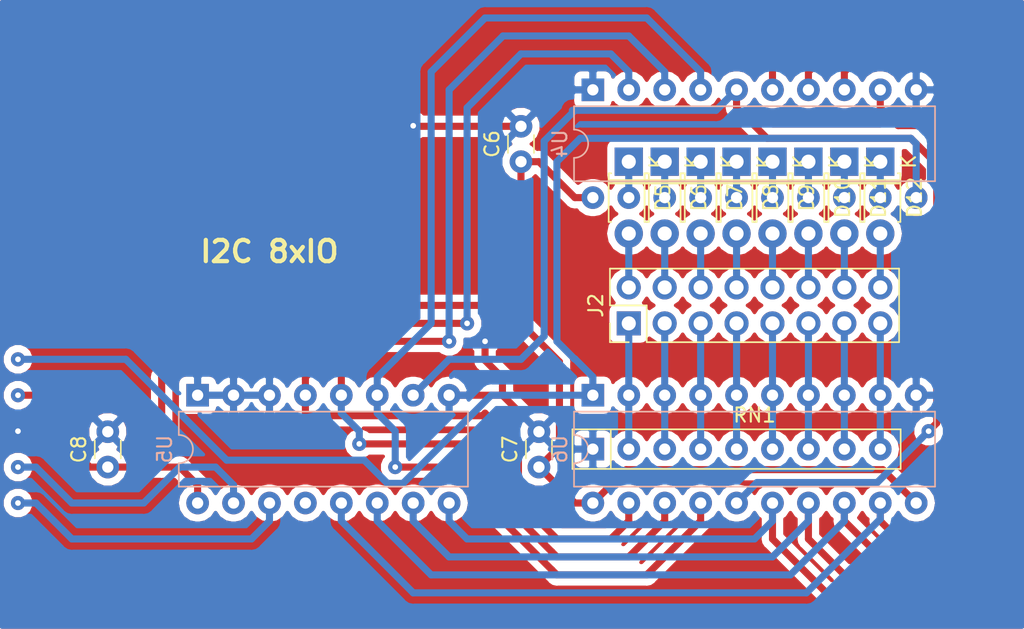
<source format=kicad_pcb>
(kicad_pcb (version 20171130) (host pcbnew 5.0.1-33cea8e~67~ubuntu18.04.1)

  (general
    (thickness 1.6)
    (drawings 1)
    (tracks 259)
    (zones 0)
    (modules 16)
    (nets 39)
  )

  (page A4)
  (layers
    (0 F.Cu signal)
    (31 B.Cu signal)
    (32 B.Adhes user)
    (33 F.Adhes user)
    (34 B.Paste user)
    (35 F.Paste user)
    (36 B.SilkS user)
    (37 F.SilkS user)
    (38 B.Mask user)
    (39 F.Mask user)
    (40 Dwgs.User user)
    (41 Cmts.User user)
    (42 Eco1.User user)
    (43 Eco2.User user)
    (44 Edge.Cuts user)
    (45 Margin user)
    (46 B.CrtYd user)
    (47 F.CrtYd user)
    (48 B.Fab user)
    (49 F.Fab user)
  )

  (setup
    (last_trace_width 0.5)
    (trace_clearance 0.4)
    (zone_clearance 0.508)
    (zone_45_only no)
    (trace_min 0.2)
    (segment_width 0.2)
    (edge_width 0.15)
    (via_size 1)
    (via_drill 0.4)
    (via_min_size 0.4)
    (via_min_drill 0.3)
    (uvia_size 0.3)
    (uvia_drill 0.1)
    (uvias_allowed no)
    (uvia_min_size 0.2)
    (uvia_min_drill 0.1)
    (pcb_text_width 0.3)
    (pcb_text_size 1.5 1.5)
    (mod_edge_width 0.15)
    (mod_text_size 1 1)
    (mod_text_width 0.15)
    (pad_size 1.524 1.524)
    (pad_drill 0.762)
    (pad_to_mask_clearance 0.051)
    (solder_mask_min_width 0.25)
    (aux_axis_origin 0 0)
    (visible_elements 7FFFFFFF)
    (pcbplotparams
      (layerselection 0x010fc_ffffffff)
      (usegerberextensions false)
      (usegerberattributes false)
      (usegerberadvancedattributes false)
      (creategerberjobfile false)
      (excludeedgelayer true)
      (linewidth 0.100000)
      (plotframeref false)
      (viasonmask false)
      (mode 1)
      (useauxorigin false)
      (hpglpennumber 1)
      (hpglpenspeed 20)
      (hpglpendiameter 15.000000)
      (psnegative false)
      (psa4output false)
      (plotreference true)
      (plotvalue true)
      (plotinvisibletext false)
      (padsonsilk false)
      (subtractmaskfromsilk false)
      (outputformat 1)
      (mirror false)
      (drillshape 1)
      (scaleselection 1)
      (outputdirectory ""))
  )

  (net 0 "")
  (net 1 GND)
  (net 2 VCC)
  (net 3 "Net-(D5-Pad1)")
  (net 4 "Net-(D5-Pad2)")
  (net 5 "Net-(D6-Pad2)")
  (net 6 "Net-(D6-Pad1)")
  (net 7 "Net-(D7-Pad1)")
  (net 8 "Net-(D7-Pad2)")
  (net 9 "Net-(D8-Pad2)")
  (net 10 "Net-(D8-Pad1)")
  (net 11 /IO7)
  (net 12 /IO6)
  (net 13 /IO5)
  (net 14 /IO4)
  (net 15 /IO3)
  (net 16 /IO2)
  (net 17 /IO1)
  (net 18 /IO0)
  (net 19 /IO)
  (net 20 /SCL)
  (net 21 /SDA)
  (net 22 "Net-(D9-Pad1)")
  (net 23 "Net-(D9-Pad2)")
  (net 24 "Net-(D10-Pad2)")
  (net 25 "Net-(D10-Pad1)")
  (net 26 "Net-(D11-Pad1)")
  (net 27 "Net-(D11-Pad2)")
  (net 28 "Net-(D12-Pad2)")
  (net 29 "Net-(D12-Pad1)")
  (net 30 "Net-(J2-Pad15)")
  (net 31 "Net-(J2-Pad13)")
  (net 32 "Net-(J2-Pad11)")
  (net 33 "Net-(J2-Pad9)")
  (net 34 "Net-(J2-Pad7)")
  (net 35 "Net-(J2-Pad5)")
  (net 36 "Net-(J2-Pad3)")
  (net 37 "Net-(J2-Pad1)")
  (net 38 "Net-(U5-Pad13)")

  (net_class Default "This is the default net class."
    (clearance 0.4)
    (trace_width 0.5)
    (via_dia 1)
    (via_drill 0.4)
    (uvia_dia 0.3)
    (uvia_drill 0.1)
    (add_net /IO)
    (add_net /IO0)
    (add_net /IO1)
    (add_net /IO2)
    (add_net /IO3)
    (add_net /IO4)
    (add_net /IO5)
    (add_net /IO6)
    (add_net /IO7)
    (add_net /SCL)
    (add_net /SDA)
    (add_net GND)
    (add_net "Net-(D10-Pad1)")
    (add_net "Net-(D10-Pad2)")
    (add_net "Net-(D11-Pad1)")
    (add_net "Net-(D11-Pad2)")
    (add_net "Net-(D12-Pad1)")
    (add_net "Net-(D12-Pad2)")
    (add_net "Net-(D5-Pad1)")
    (add_net "Net-(D5-Pad2)")
    (add_net "Net-(D6-Pad1)")
    (add_net "Net-(D6-Pad2)")
    (add_net "Net-(D7-Pad1)")
    (add_net "Net-(D7-Pad2)")
    (add_net "Net-(D8-Pad1)")
    (add_net "Net-(D8-Pad2)")
    (add_net "Net-(D9-Pad1)")
    (add_net "Net-(D9-Pad2)")
    (add_net "Net-(J2-Pad1)")
    (add_net "Net-(J2-Pad11)")
    (add_net "Net-(J2-Pad13)")
    (add_net "Net-(J2-Pad15)")
    (add_net "Net-(J2-Pad3)")
    (add_net "Net-(J2-Pad5)")
    (add_net "Net-(J2-Pad7)")
    (add_net "Net-(J2-Pad9)")
    (add_net "Net-(U5-Pad13)")
    (add_net VCC)
  )

  (module Package_DIP:DIP-20_W7.62mm (layer B.Cu) (tedit 5A02E8C5) (tstamp 5BCED5ED)
    (at 172.72 105.41 270)
    (descr "20-lead though-hole mounted DIP package, row spacing 7.62 mm (300 mils)")
    (tags "THT DIP DIL PDIP 2.54mm 7.62mm 300mil")
    (path /5BBE6D97)
    (fp_text reference U4 (at 3.81 2.33 270) (layer B.SilkS)
      (effects (font (size 1 1) (thickness 0.15)) (justify mirror))
    )
    (fp_text value 74LS573 (at 3.81 -25.19 270) (layer B.Fab)
      (effects (font (size 1 1) (thickness 0.15)) (justify mirror))
    )
    (fp_text user %R (at 3.81 -11.43 270) (layer B.Fab)
      (effects (font (size 1 1) (thickness 0.15)) (justify mirror))
    )
    (fp_line (start 8.7 1.55) (end -1.1 1.55) (layer B.CrtYd) (width 0.05))
    (fp_line (start 8.7 -24.4) (end 8.7 1.55) (layer B.CrtYd) (width 0.05))
    (fp_line (start -1.1 -24.4) (end 8.7 -24.4) (layer B.CrtYd) (width 0.05))
    (fp_line (start -1.1 1.55) (end -1.1 -24.4) (layer B.CrtYd) (width 0.05))
    (fp_line (start 6.46 1.33) (end 4.81 1.33) (layer B.SilkS) (width 0.12))
    (fp_line (start 6.46 -24.19) (end 6.46 1.33) (layer B.SilkS) (width 0.12))
    (fp_line (start 1.16 -24.19) (end 6.46 -24.19) (layer B.SilkS) (width 0.12))
    (fp_line (start 1.16 1.33) (end 1.16 -24.19) (layer B.SilkS) (width 0.12))
    (fp_line (start 2.81 1.33) (end 1.16 1.33) (layer B.SilkS) (width 0.12))
    (fp_line (start 0.635 0.27) (end 1.635 1.27) (layer B.Fab) (width 0.1))
    (fp_line (start 0.635 -24.13) (end 0.635 0.27) (layer B.Fab) (width 0.1))
    (fp_line (start 6.985 -24.13) (end 0.635 -24.13) (layer B.Fab) (width 0.1))
    (fp_line (start 6.985 1.27) (end 6.985 -24.13) (layer B.Fab) (width 0.1))
    (fp_line (start 1.635 1.27) (end 6.985 1.27) (layer B.Fab) (width 0.1))
    (fp_arc (start 3.81 1.33) (end 2.81 1.33) (angle 180) (layer B.SilkS) (width 0.12))
    (pad 20 thru_hole oval (at 7.62 0 270) (size 1.6 1.6) (drill 0.8) (layers *.Cu *.Mask)
      (net 2 VCC))
    (pad 10 thru_hole oval (at 0 -22.86 270) (size 1.6 1.6) (drill 0.8) (layers *.Cu *.Mask)
      (net 1 GND))
    (pad 19 thru_hole oval (at 7.62 -2.54 270) (size 1.6 1.6) (drill 0.8) (layers *.Cu *.Mask)
      (net 3 "Net-(D5-Pad1)"))
    (pad 9 thru_hole oval (at 0 -20.32 270) (size 1.6 1.6) (drill 0.8) (layers *.Cu *.Mask)
      (net 11 /IO7))
    (pad 18 thru_hole oval (at 7.62 -5.08 270) (size 1.6 1.6) (drill 0.8) (layers *.Cu *.Mask)
      (net 6 "Net-(D6-Pad1)"))
    (pad 8 thru_hole oval (at 0 -17.78 270) (size 1.6 1.6) (drill 0.8) (layers *.Cu *.Mask)
      (net 12 /IO6))
    (pad 17 thru_hole oval (at 7.62 -7.62 270) (size 1.6 1.6) (drill 0.8) (layers *.Cu *.Mask)
      (net 7 "Net-(D7-Pad1)"))
    (pad 7 thru_hole oval (at 0 -15.24 270) (size 1.6 1.6) (drill 0.8) (layers *.Cu *.Mask)
      (net 13 /IO5))
    (pad 16 thru_hole oval (at 7.62 -10.16 270) (size 1.6 1.6) (drill 0.8) (layers *.Cu *.Mask)
      (net 10 "Net-(D8-Pad1)"))
    (pad 6 thru_hole oval (at 0 -12.7 270) (size 1.6 1.6) (drill 0.8) (layers *.Cu *.Mask)
      (net 14 /IO4))
    (pad 15 thru_hole oval (at 7.62 -12.7 270) (size 1.6 1.6) (drill 0.8) (layers *.Cu *.Mask)
      (net 22 "Net-(D9-Pad1)"))
    (pad 5 thru_hole oval (at 0 -10.16 270) (size 1.6 1.6) (drill 0.8) (layers *.Cu *.Mask)
      (net 15 /IO3))
    (pad 14 thru_hole oval (at 7.62 -15.24 270) (size 1.6 1.6) (drill 0.8) (layers *.Cu *.Mask)
      (net 25 "Net-(D10-Pad1)"))
    (pad 4 thru_hole oval (at 0 -7.62 270) (size 1.6 1.6) (drill 0.8) (layers *.Cu *.Mask)
      (net 16 /IO2))
    (pad 13 thru_hole oval (at 7.62 -17.78 270) (size 1.6 1.6) (drill 0.8) (layers *.Cu *.Mask)
      (net 26 "Net-(D11-Pad1)"))
    (pad 3 thru_hole oval (at 0 -5.08 270) (size 1.6 1.6) (drill 0.8) (layers *.Cu *.Mask)
      (net 17 /IO1))
    (pad 12 thru_hole oval (at 7.62 -20.32 270) (size 1.6 1.6) (drill 0.8) (layers *.Cu *.Mask)
      (net 29 "Net-(D12-Pad1)"))
    (pad 2 thru_hole oval (at 0 -2.54 270) (size 1.6 1.6) (drill 0.8) (layers *.Cu *.Mask)
      (net 18 /IO0))
    (pad 11 thru_hole oval (at 7.62 -22.86 270) (size 1.6 1.6) (drill 0.8) (layers *.Cu *.Mask)
      (net 19 /IO))
    (pad 1 thru_hole rect (at 0 0 270) (size 1.6 1.6) (drill 0.8) (layers *.Cu *.Mask)
      (net 1 GND))
    (model ${KISYS3DMOD}/Package_DIP.3dshapes/DIP-20_W7.62mm.wrl
      (at (xyz 0 0 0))
      (scale (xyz 1 1 1))
      (rotate (xyz 0 0 0))
    )
  )

  (module Package_DIP:DIP-20_W7.62mm (layer B.Cu) (tedit 5A02E8C5) (tstamp 5BCED641)
    (at 172.72 127 270)
    (descr "20-lead though-hole mounted DIP package, row spacing 7.62 mm (300 mils)")
    (tags "THT DIP DIL PDIP 2.54mm 7.62mm 300mil")
    (path /5BBE69D8)
    (fp_text reference U6 (at 3.81 2.33 270) (layer B.SilkS)
      (effects (font (size 1 1) (thickness 0.15)) (justify mirror))
    )
    (fp_text value 74LS573 (at 3.81 -25.19 270) (layer B.Fab)
      (effects (font (size 1 1) (thickness 0.15)) (justify mirror))
    )
    (fp_text user %R (at 3.81 -11.43 270) (layer B.Fab)
      (effects (font (size 1 1) (thickness 0.15)) (justify mirror))
    )
    (fp_line (start 8.7 1.55) (end -1.1 1.55) (layer B.CrtYd) (width 0.05))
    (fp_line (start 8.7 -24.4) (end 8.7 1.55) (layer B.CrtYd) (width 0.05))
    (fp_line (start -1.1 -24.4) (end 8.7 -24.4) (layer B.CrtYd) (width 0.05))
    (fp_line (start -1.1 1.55) (end -1.1 -24.4) (layer B.CrtYd) (width 0.05))
    (fp_line (start 6.46 1.33) (end 4.81 1.33) (layer B.SilkS) (width 0.12))
    (fp_line (start 6.46 -24.19) (end 6.46 1.33) (layer B.SilkS) (width 0.12))
    (fp_line (start 1.16 -24.19) (end 6.46 -24.19) (layer B.SilkS) (width 0.12))
    (fp_line (start 1.16 1.33) (end 1.16 -24.19) (layer B.SilkS) (width 0.12))
    (fp_line (start 2.81 1.33) (end 1.16 1.33) (layer B.SilkS) (width 0.12))
    (fp_line (start 0.635 0.27) (end 1.635 1.27) (layer B.Fab) (width 0.1))
    (fp_line (start 0.635 -24.13) (end 0.635 0.27) (layer B.Fab) (width 0.1))
    (fp_line (start 6.985 -24.13) (end 0.635 -24.13) (layer B.Fab) (width 0.1))
    (fp_line (start 6.985 1.27) (end 6.985 -24.13) (layer B.Fab) (width 0.1))
    (fp_line (start 1.635 1.27) (end 6.985 1.27) (layer B.Fab) (width 0.1))
    (fp_arc (start 3.81 1.33) (end 2.81 1.33) (angle 180) (layer B.SilkS) (width 0.12))
    (pad 20 thru_hole oval (at 7.62 0 270) (size 1.6 1.6) (drill 0.8) (layers *.Cu *.Mask)
      (net 2 VCC))
    (pad 10 thru_hole oval (at 0 -22.86 270) (size 1.6 1.6) (drill 0.8) (layers *.Cu *.Mask)
      (net 1 GND))
    (pad 19 thru_hole oval (at 7.62 -2.54 270) (size 1.6 1.6) (drill 0.8) (layers *.Cu *.Mask)
      (net 18 /IO0))
    (pad 9 thru_hole oval (at 0 -20.32 270) (size 1.6 1.6) (drill 0.8) (layers *.Cu *.Mask)
      (net 30 "Net-(J2-Pad15)"))
    (pad 18 thru_hole oval (at 7.62 -5.08 270) (size 1.6 1.6) (drill 0.8) (layers *.Cu *.Mask)
      (net 17 /IO1))
    (pad 8 thru_hole oval (at 0 -17.78 270) (size 1.6 1.6) (drill 0.8) (layers *.Cu *.Mask)
      (net 31 "Net-(J2-Pad13)"))
    (pad 17 thru_hole oval (at 7.62 -7.62 270) (size 1.6 1.6) (drill 0.8) (layers *.Cu *.Mask)
      (net 16 /IO2))
    (pad 7 thru_hole oval (at 0 -15.24 270) (size 1.6 1.6) (drill 0.8) (layers *.Cu *.Mask)
      (net 32 "Net-(J2-Pad11)"))
    (pad 16 thru_hole oval (at 7.62 -10.16 270) (size 1.6 1.6) (drill 0.8) (layers *.Cu *.Mask)
      (net 15 /IO3))
    (pad 6 thru_hole oval (at 0 -12.7 270) (size 1.6 1.6) (drill 0.8) (layers *.Cu *.Mask)
      (net 33 "Net-(J2-Pad9)"))
    (pad 15 thru_hole oval (at 7.62 -12.7 270) (size 1.6 1.6) (drill 0.8) (layers *.Cu *.Mask)
      (net 14 /IO4))
    (pad 5 thru_hole oval (at 0 -10.16 270) (size 1.6 1.6) (drill 0.8) (layers *.Cu *.Mask)
      (net 34 "Net-(J2-Pad7)"))
    (pad 14 thru_hole oval (at 7.62 -15.24 270) (size 1.6 1.6) (drill 0.8) (layers *.Cu *.Mask)
      (net 13 /IO5))
    (pad 4 thru_hole oval (at 0 -7.62 270) (size 1.6 1.6) (drill 0.8) (layers *.Cu *.Mask)
      (net 35 "Net-(J2-Pad5)"))
    (pad 13 thru_hole oval (at 7.62 -17.78 270) (size 1.6 1.6) (drill 0.8) (layers *.Cu *.Mask)
      (net 12 /IO6))
    (pad 3 thru_hole oval (at 0 -5.08 270) (size 1.6 1.6) (drill 0.8) (layers *.Cu *.Mask)
      (net 36 "Net-(J2-Pad3)"))
    (pad 12 thru_hole oval (at 7.62 -20.32 270) (size 1.6 1.6) (drill 0.8) (layers *.Cu *.Mask)
      (net 11 /IO7))
    (pad 2 thru_hole oval (at 0 -2.54 270) (size 1.6 1.6) (drill 0.8) (layers *.Cu *.Mask)
      (net 37 "Net-(J2-Pad1)"))
    (pad 11 thru_hole oval (at 7.62 -22.86 270) (size 1.6 1.6) (drill 0.8) (layers *.Cu *.Mask)
      (net 2 VCC))
    (pad 1 thru_hole rect (at 0 0 270) (size 1.6 1.6) (drill 0.8) (layers *.Cu *.Mask)
      (net 19 /IO))
    (model ${KISYS3DMOD}/Package_DIP.3dshapes/DIP-20_W7.62mm.wrl
      (at (xyz 0 0 0))
      (scale (xyz 1 1 1))
      (rotate (xyz 0 0 0))
    )
  )

  (module Connector_PinHeader_2.54mm:PinHeader_2x08_P2.54mm_Vertical (layer F.Cu) (tedit 5BCB1E42) (tstamp 5BCED5A1)
    (at 175.26 121.92 90)
    (descr "Through hole straight pin header, 2x08, 2.54mm pitch, double rows")
    (tags "Through hole pin header THT 2x08 2.54mm double row")
    (path /5BC3C0AD)
    (fp_text reference J2 (at 1.27 -2.33 90) (layer F.SilkS)
      (effects (font (size 1 1) (thickness 0.15)))
    )
    (fp_text value Conn_IO (at 1.27 20.11 90) (layer F.Fab)
      (effects (font (size 1 1) (thickness 0.15)))
    )
    (fp_text user %R (at 1.27 8.89 180) (layer F.Fab)
      (effects (font (size 1 1) (thickness 0.15)))
    )
    (fp_line (start 4.35 -1.8) (end -1.8 -1.8) (layer F.CrtYd) (width 0.05))
    (fp_line (start 4.35 19.55) (end 4.35 -1.8) (layer F.CrtYd) (width 0.05))
    (fp_line (start -1.8 19.55) (end 4.35 19.55) (layer F.CrtYd) (width 0.05))
    (fp_line (start -1.8 -1.8) (end -1.8 19.55) (layer F.CrtYd) (width 0.05))
    (fp_line (start -1.33 -1.33) (end 0 -1.33) (layer F.SilkS) (width 0.12))
    (fp_line (start -1.33 0) (end -1.33 -1.33) (layer F.SilkS) (width 0.12))
    (fp_line (start 1.27 -1.33) (end 3.87 -1.33) (layer F.SilkS) (width 0.12))
    (fp_line (start 1.27 1.27) (end 1.27 -1.33) (layer F.SilkS) (width 0.12))
    (fp_line (start -1.33 1.27) (end 1.27 1.27) (layer F.SilkS) (width 0.12))
    (fp_line (start 3.87 -1.33) (end 3.87 19.11) (layer F.SilkS) (width 0.12))
    (fp_line (start -1.33 1.27) (end -1.33 19.11) (layer F.SilkS) (width 0.12))
    (fp_line (start -1.33 19.11) (end 3.87 19.11) (layer F.SilkS) (width 0.12))
    (fp_line (start -1.27 0) (end 0 -1.27) (layer F.Fab) (width 0.1))
    (fp_line (start -1.27 19.05) (end -1.27 0) (layer F.Fab) (width 0.1))
    (fp_line (start 3.81 19.05) (end -1.27 19.05) (layer F.Fab) (width 0.1))
    (fp_line (start 3.81 -1.27) (end 3.81 19.05) (layer F.Fab) (width 0.1))
    (fp_line (start 0 -1.27) (end 3.81 -1.27) (layer F.Fab) (width 0.1))
    (pad 16 thru_hole oval (at 2.54 17.78 90) (size 1.7 1.7) (drill 1) (layers *.Cu *.Mask)
      (net 28 "Net-(D12-Pad2)"))
    (pad 15 thru_hole oval (at 0 17.78 90) (size 1.7 1.7) (drill 1) (layers *.Cu *.Mask)
      (net 30 "Net-(J2-Pad15)"))
    (pad 14 thru_hole oval (at 2.54 15.24 90) (size 1.7 1.7) (drill 1) (layers *.Cu *.Mask)
      (net 27 "Net-(D11-Pad2)"))
    (pad 13 thru_hole oval (at 0 15.24 90) (size 1.7 1.7) (drill 1) (layers *.Cu *.Mask)
      (net 31 "Net-(J2-Pad13)"))
    (pad 12 thru_hole oval (at 2.54 12.7 90) (size 1.7 1.7) (drill 1) (layers *.Cu *.Mask)
      (net 24 "Net-(D10-Pad2)"))
    (pad 11 thru_hole oval (at 0 12.7 90) (size 1.7 1.7) (drill 1) (layers *.Cu *.Mask)
      (net 32 "Net-(J2-Pad11)"))
    (pad 10 thru_hole oval (at 2.54 10.16 90) (size 1.7 1.7) (drill 1) (layers *.Cu *.Mask)
      (net 23 "Net-(D9-Pad2)"))
    (pad 9 thru_hole oval (at 0 10.16 90) (size 1.7 1.7) (drill 1) (layers *.Cu *.Mask)
      (net 33 "Net-(J2-Pad9)"))
    (pad 8 thru_hole oval (at 2.54 7.62 90) (size 1.7 1.7) (drill 1) (layers *.Cu *.Mask)
      (net 9 "Net-(D8-Pad2)"))
    (pad 7 thru_hole oval (at 0 7.62 90) (size 1.7 1.7) (drill 1) (layers *.Cu *.Mask)
      (net 34 "Net-(J2-Pad7)"))
    (pad 6 thru_hole oval (at 2.54 5.08 90) (size 1.7 1.7) (drill 1) (layers *.Cu *.Mask)
      (net 8 "Net-(D7-Pad2)"))
    (pad 5 thru_hole oval (at 0 5.08 90) (size 1.7 1.7) (drill 1) (layers *.Cu *.Mask)
      (net 35 "Net-(J2-Pad5)"))
    (pad 4 thru_hole oval (at 2.54 2.54 90) (size 1.7 1.7) (drill 1) (layers *.Cu *.Mask)
      (net 5 "Net-(D6-Pad2)"))
    (pad 3 thru_hole oval (at 0 2.54 90) (size 1.7 1.7) (drill 1) (layers *.Cu *.Mask)
      (net 36 "Net-(J2-Pad3)"))
    (pad 2 thru_hole oval (at 2.54 0 90) (size 1.7 1.7) (drill 1) (layers *.Cu *.Mask)
      (net 4 "Net-(D5-Pad2)"))
    (pad 1 thru_hole rect (at 0 0 90) (size 1.7 1.7) (drill 1) (layers *.Cu *.Mask)
      (net 37 "Net-(J2-Pad1)"))
    (model ${KISYS3DMOD}/Connector_PinHeader_2.54mm.3dshapes/PinHeader_2x08_P2.54mm_Vertical.wrl
      (at (xyz 0 0 0))
      (scale (xyz 1 1 1))
      (rotate (xyz 0 0 0))
    )
  )

  (module Capacitor_THT:C_Disc_D3.0mm_W1.6mm_P2.50mm (layer F.Cu) (tedit 5BCB1ED4) (tstamp 5BCED461)
    (at 167.64 110.49 90)
    (descr "C, Disc series, Radial, pin pitch=2.50mm, , diameter*width=3.0*1.6mm^2, Capacitor, http://www.vishay.com/docs/45233/krseries.pdf")
    (tags "C Disc series Radial pin pitch 2.50mm  diameter 3.0mm width 1.6mm Capacitor")
    (path /5BC3668E)
    (fp_text reference C6 (at 1.25 -2.05 90) (layer F.SilkS)
      (effects (font (size 1 1) (thickness 0.15)))
    )
    (fp_text value 100nf (at 1.25 2.05 90) (layer F.Fab)
      (effects (font (size 1 1) (thickness 0.15)))
    )
    (fp_text user %R (at 1.25 0 90) (layer F.Fab)
      (effects (font (size 0.6 0.6) (thickness 0.09)))
    )
    (fp_line (start 3.55 -1.05) (end -1.05 -1.05) (layer F.CrtYd) (width 0.05))
    (fp_line (start 3.55 1.05) (end 3.55 -1.05) (layer F.CrtYd) (width 0.05))
    (fp_line (start -1.05 1.05) (end 3.55 1.05) (layer F.CrtYd) (width 0.05))
    (fp_line (start -1.05 -1.05) (end -1.05 1.05) (layer F.CrtYd) (width 0.05))
    (fp_line (start 0.621 0.92) (end 1.879 0.92) (layer F.SilkS) (width 0.12))
    (fp_line (start 0.621 -0.92) (end 1.879 -0.92) (layer F.SilkS) (width 0.12))
    (fp_line (start 2.75 -0.8) (end -0.25 -0.8) (layer F.Fab) (width 0.1))
    (fp_line (start 2.75 0.8) (end 2.75 -0.8) (layer F.Fab) (width 0.1))
    (fp_line (start -0.25 0.8) (end 2.75 0.8) (layer F.Fab) (width 0.1))
    (fp_line (start -0.25 -0.8) (end -0.25 0.8) (layer F.Fab) (width 0.1))
    (pad 2 thru_hole circle (at 2.5 0 90) (size 1.6 1.6) (drill 0.8) (layers *.Cu *.Mask)
      (net 1 GND))
    (pad 1 thru_hole circle (at 0 0 90) (size 1.6 1.6) (drill 0.8) (layers *.Cu *.Mask)
      (net 2 VCC))
    (model ${KISYS3DMOD}/Capacitor_THT.3dshapes/C_Disc_D3.0mm_W1.6mm_P2.50mm.wrl
      (at (xyz 0 0 0))
      (scale (xyz 1 1 1))
      (rotate (xyz 0 0 0))
    )
  )

  (module Capacitor_THT:C_Disc_D3.0mm_W1.6mm_P2.50mm (layer F.Cu) (tedit 5BCB1EE0) (tstamp 5BCED472)
    (at 168.91 132.08 90)
    (descr "C, Disc series, Radial, pin pitch=2.50mm, , diameter*width=3.0*1.6mm^2, Capacitor, http://www.vishay.com/docs/45233/krseries.pdf")
    (tags "C Disc series Radial pin pitch 2.50mm  diameter 3.0mm width 1.6mm Capacitor")
    (path /5BC3163A)
    (fp_text reference C7 (at 1.25 -2.05 90) (layer F.SilkS)
      (effects (font (size 1 1) (thickness 0.15)))
    )
    (fp_text value 100nf (at 1.25 2.05 90) (layer F.Fab)
      (effects (font (size 1 1) (thickness 0.15)))
    )
    (fp_line (start -0.25 -0.8) (end -0.25 0.8) (layer F.Fab) (width 0.1))
    (fp_line (start -0.25 0.8) (end 2.75 0.8) (layer F.Fab) (width 0.1))
    (fp_line (start 2.75 0.8) (end 2.75 -0.8) (layer F.Fab) (width 0.1))
    (fp_line (start 2.75 -0.8) (end -0.25 -0.8) (layer F.Fab) (width 0.1))
    (fp_line (start 0.621 -0.92) (end 1.879 -0.92) (layer F.SilkS) (width 0.12))
    (fp_line (start 0.621 0.92) (end 1.879 0.92) (layer F.SilkS) (width 0.12))
    (fp_line (start -1.05 -1.05) (end -1.05 1.05) (layer F.CrtYd) (width 0.05))
    (fp_line (start -1.05 1.05) (end 3.55 1.05) (layer F.CrtYd) (width 0.05))
    (fp_line (start 3.55 1.05) (end 3.55 -1.05) (layer F.CrtYd) (width 0.05))
    (fp_line (start 3.55 -1.05) (end -1.05 -1.05) (layer F.CrtYd) (width 0.05))
    (fp_text user %R (at 1.25 0 90) (layer F.Fab)
      (effects (font (size 0.6 0.6) (thickness 0.09)))
    )
    (pad 1 thru_hole circle (at 0 0 90) (size 1.6 1.6) (drill 0.8) (layers *.Cu *.Mask)
      (net 2 VCC))
    (pad 2 thru_hole circle (at 2.5 0 90) (size 1.6 1.6) (drill 0.8) (layers *.Cu *.Mask)
      (net 1 GND))
    (model ${KISYS3DMOD}/Capacitor_THT.3dshapes/C_Disc_D3.0mm_W1.6mm_P2.50mm.wrl
      (at (xyz 0 0 0))
      (scale (xyz 1 1 1))
      (rotate (xyz 0 0 0))
    )
  )

  (module Capacitor_THT:C_Disc_D3.0mm_W1.6mm_P2.50mm (layer F.Cu) (tedit 5BCB1EF1) (tstamp 5BCED483)
    (at 138.43 132.08 90)
    (descr "C, Disc series, Radial, pin pitch=2.50mm, , diameter*width=3.0*1.6mm^2, Capacitor, http://www.vishay.com/docs/45233/krseries.pdf")
    (tags "C Disc series Radial pin pitch 2.50mm  diameter 3.0mm width 1.6mm Capacitor")
    (path /5BC38ECE)
    (fp_text reference C8 (at 1.25 -2.05 90) (layer F.SilkS)
      (effects (font (size 1 1) (thickness 0.15)))
    )
    (fp_text value 100nf (at 1.25 2.05 90) (layer F.Fab)
      (effects (font (size 1 1) (thickness 0.15)))
    )
    (fp_line (start -0.25 -0.8) (end -0.25 0.8) (layer F.Fab) (width 0.1))
    (fp_line (start -0.25 0.8) (end 2.75 0.8) (layer F.Fab) (width 0.1))
    (fp_line (start 2.75 0.8) (end 2.75 -0.8) (layer F.Fab) (width 0.1))
    (fp_line (start 2.75 -0.8) (end -0.25 -0.8) (layer F.Fab) (width 0.1))
    (fp_line (start 0.621 -0.92) (end 1.879 -0.92) (layer F.SilkS) (width 0.12))
    (fp_line (start 0.621 0.92) (end 1.879 0.92) (layer F.SilkS) (width 0.12))
    (fp_line (start -1.05 -1.05) (end -1.05 1.05) (layer F.CrtYd) (width 0.05))
    (fp_line (start -1.05 1.05) (end 3.55 1.05) (layer F.CrtYd) (width 0.05))
    (fp_line (start 3.55 1.05) (end 3.55 -1.05) (layer F.CrtYd) (width 0.05))
    (fp_line (start 3.55 -1.05) (end -1.05 -1.05) (layer F.CrtYd) (width 0.05))
    (fp_text user %R (at 1.25 0 90) (layer F.Fab)
      (effects (font (size 0.6 0.6) (thickness 0.09)))
    )
    (pad 1 thru_hole circle (at 0 0 90) (size 1.6 1.6) (drill 0.8) (layers *.Cu *.Mask)
      (net 2 VCC))
    (pad 2 thru_hole circle (at 2.5 0 90) (size 1.6 1.6) (drill 0.8) (layers *.Cu *.Mask)
      (net 1 GND))
    (model ${KISYS3DMOD}/Capacitor_THT.3dshapes/C_Disc_D3.0mm_W1.6mm_P2.50mm.wrl
      (at (xyz 0 0 0))
      (scale (xyz 1 1 1))
      (rotate (xyz 0 0 0))
    )
  )

  (module Diode_THT:D_T-1_P5.08mm_Horizontal (layer F.Cu) (tedit 5BCB1FB8) (tstamp 5BCED4A2)
    (at 175.26 110.49 270)
    (descr "Diode, T-1 series, Axial, Horizontal, pin pitch=5.08mm, , length*diameter=3.2*2.6mm^2, , http://www.diodes.com/_files/packages/T-1.pdf")
    (tags "Diode T-1 series Axial Horizontal pin pitch 5.08mm  length 3.2mm diameter 2.6mm")
    (path /5BBE569B)
    (fp_text reference D5 (at 2.54 -2.42 270) (layer F.SilkS)
      (effects (font (size 1 1) (thickness 0.15)))
    )
    (fp_text value D (at 2.54 2.42 270) (layer F.Fab)
      (effects (font (size 1 1) (thickness 0.15)))
    )
    (fp_line (start 0.94 -1.3) (end 0.94 1.3) (layer F.Fab) (width 0.1))
    (fp_line (start 0.94 1.3) (end 4.14 1.3) (layer F.Fab) (width 0.1))
    (fp_line (start 4.14 1.3) (end 4.14 -1.3) (layer F.Fab) (width 0.1))
    (fp_line (start 4.14 -1.3) (end 0.94 -1.3) (layer F.Fab) (width 0.1))
    (fp_line (start 0 0) (end 0.94 0) (layer F.Fab) (width 0.1))
    (fp_line (start 5.08 0) (end 4.14 0) (layer F.Fab) (width 0.1))
    (fp_line (start 1.42 -1.3) (end 1.42 1.3) (layer F.Fab) (width 0.1))
    (fp_line (start 1.52 -1.3) (end 1.52 1.3) (layer F.Fab) (width 0.1))
    (fp_line (start 1.32 -1.3) (end 1.32 1.3) (layer F.Fab) (width 0.1))
    (fp_line (start 0.82 -1.24) (end 0.82 -1.42) (layer F.SilkS) (width 0.12))
    (fp_line (start 0.82 -1.42) (end 4.26 -1.42) (layer F.SilkS) (width 0.12))
    (fp_line (start 4.26 -1.42) (end 4.26 -1.24) (layer F.SilkS) (width 0.12))
    (fp_line (start 0.82 1.24) (end 0.82 1.42) (layer F.SilkS) (width 0.12))
    (fp_line (start 0.82 1.42) (end 4.26 1.42) (layer F.SilkS) (width 0.12))
    (fp_line (start 4.26 1.42) (end 4.26 1.24) (layer F.SilkS) (width 0.12))
    (fp_line (start 1.42 -1.42) (end 1.42 1.42) (layer F.SilkS) (width 0.12))
    (fp_line (start 1.54 -1.42) (end 1.54 1.42) (layer F.SilkS) (width 0.12))
    (fp_line (start 1.3 -1.42) (end 1.3 1.42) (layer F.SilkS) (width 0.12))
    (fp_line (start -1.25 -1.55) (end -1.25 1.55) (layer F.CrtYd) (width 0.05))
    (fp_line (start -1.25 1.55) (end 6.33 1.55) (layer F.CrtYd) (width 0.05))
    (fp_line (start 6.33 1.55) (end 6.33 -1.55) (layer F.CrtYd) (width 0.05))
    (fp_line (start 6.33 -1.55) (end -1.25 -1.55) (layer F.CrtYd) (width 0.05))
    (fp_text user %R (at 2.78 0 270) (layer F.Fab)
      (effects (font (size 0.64 0.64) (thickness 0.096)))
    )
    (fp_text user K (at 0 -2 270) (layer F.Fab)
      (effects (font (size 1 1) (thickness 0.15)))
    )
    (fp_text user K (at 0 -2 270) (layer F.SilkS)
      (effects (font (size 1 1) (thickness 0.15)))
    )
    (pad 1 thru_hole rect (at 0 0 270) (size 2 2) (drill 1) (layers *.Cu *.Mask)
      (net 3 "Net-(D5-Pad1)"))
    (pad 2 thru_hole oval (at 5.08 0 270) (size 2 2) (drill 1) (layers *.Cu *.Mask)
      (net 4 "Net-(D5-Pad2)"))
    (model ${KISYS3DMOD}/Diode_THT.3dshapes/D_T-1_P5.08mm_Horizontal.wrl
      (at (xyz 0 0 0))
      (scale (xyz 1 1 1))
      (rotate (xyz 0 0 0))
    )
  )

  (module Diode_THT:D_T-1_P5.08mm_Horizontal (layer F.Cu) (tedit 5BCB1FA6) (tstamp 5BCED4C1)
    (at 177.8 110.49 270)
    (descr "Diode, T-1 series, Axial, Horizontal, pin pitch=5.08mm, , length*diameter=3.2*2.6mm^2, , http://www.diodes.com/_files/packages/T-1.pdf")
    (tags "Diode T-1 series Axial Horizontal pin pitch 5.08mm  length 3.2mm diameter 2.6mm")
    (path /5BBE56E7)
    (fp_text reference D6 (at 2.54 -2.42 270) (layer F.SilkS)
      (effects (font (size 1 1) (thickness 0.15)))
    )
    (fp_text value D (at 2.54 2.42 270) (layer F.Fab)
      (effects (font (size 1 1) (thickness 0.15)))
    )
    (fp_text user K (at 0 -2 270) (layer F.SilkS)
      (effects (font (size 1 1) (thickness 0.15)))
    )
    (fp_text user K (at 0 -2 270) (layer F.Fab)
      (effects (font (size 1 1) (thickness 0.15)))
    )
    (fp_text user %R (at 2.78 0 270) (layer F.Fab)
      (effects (font (size 0.64 0.64) (thickness 0.096)))
    )
    (fp_line (start 6.33 -1.55) (end -1.25 -1.55) (layer F.CrtYd) (width 0.05))
    (fp_line (start 6.33 1.55) (end 6.33 -1.55) (layer F.CrtYd) (width 0.05))
    (fp_line (start -1.25 1.55) (end 6.33 1.55) (layer F.CrtYd) (width 0.05))
    (fp_line (start -1.25 -1.55) (end -1.25 1.55) (layer F.CrtYd) (width 0.05))
    (fp_line (start 1.3 -1.42) (end 1.3 1.42) (layer F.SilkS) (width 0.12))
    (fp_line (start 1.54 -1.42) (end 1.54 1.42) (layer F.SilkS) (width 0.12))
    (fp_line (start 1.42 -1.42) (end 1.42 1.42) (layer F.SilkS) (width 0.12))
    (fp_line (start 4.26 1.42) (end 4.26 1.24) (layer F.SilkS) (width 0.12))
    (fp_line (start 0.82 1.42) (end 4.26 1.42) (layer F.SilkS) (width 0.12))
    (fp_line (start 0.82 1.24) (end 0.82 1.42) (layer F.SilkS) (width 0.12))
    (fp_line (start 4.26 -1.42) (end 4.26 -1.24) (layer F.SilkS) (width 0.12))
    (fp_line (start 0.82 -1.42) (end 4.26 -1.42) (layer F.SilkS) (width 0.12))
    (fp_line (start 0.82 -1.24) (end 0.82 -1.42) (layer F.SilkS) (width 0.12))
    (fp_line (start 1.32 -1.3) (end 1.32 1.3) (layer F.Fab) (width 0.1))
    (fp_line (start 1.52 -1.3) (end 1.52 1.3) (layer F.Fab) (width 0.1))
    (fp_line (start 1.42 -1.3) (end 1.42 1.3) (layer F.Fab) (width 0.1))
    (fp_line (start 5.08 0) (end 4.14 0) (layer F.Fab) (width 0.1))
    (fp_line (start 0 0) (end 0.94 0) (layer F.Fab) (width 0.1))
    (fp_line (start 4.14 -1.3) (end 0.94 -1.3) (layer F.Fab) (width 0.1))
    (fp_line (start 4.14 1.3) (end 4.14 -1.3) (layer F.Fab) (width 0.1))
    (fp_line (start 0.94 1.3) (end 4.14 1.3) (layer F.Fab) (width 0.1))
    (fp_line (start 0.94 -1.3) (end 0.94 1.3) (layer F.Fab) (width 0.1))
    (pad 2 thru_hole oval (at 5.08 0 270) (size 2 2) (drill 1) (layers *.Cu *.Mask)
      (net 5 "Net-(D6-Pad2)"))
    (pad 1 thru_hole rect (at 0 0 270) (size 2 2) (drill 1) (layers *.Cu *.Mask)
      (net 6 "Net-(D6-Pad1)"))
    (model ${KISYS3DMOD}/Diode_THT.3dshapes/D_T-1_P5.08mm_Horizontal.wrl
      (at (xyz 0 0 0))
      (scale (xyz 1 1 1))
      (rotate (xyz 0 0 0))
    )
  )

  (module Diode_THT:D_T-1_P5.08mm_Horizontal (layer F.Cu) (tedit 5BCB1FEC) (tstamp 5BCED4E0)
    (at 180.34 110.49 270)
    (descr "Diode, T-1 series, Axial, Horizontal, pin pitch=5.08mm, , length*diameter=3.2*2.6mm^2, , http://www.diodes.com/_files/packages/T-1.pdf")
    (tags "Diode T-1 series Axial Horizontal pin pitch 5.08mm  length 3.2mm diameter 2.6mm")
    (path /5BBE56FF)
    (fp_text reference D7 (at 2.54 -2.42 270) (layer F.SilkS)
      (effects (font (size 1 1) (thickness 0.15)))
    )
    (fp_text value D (at 2.54 2.42 270) (layer F.Fab)
      (effects (font (size 1 1) (thickness 0.15)))
    )
    (fp_line (start 0.94 -1.3) (end 0.94 1.3) (layer F.Fab) (width 0.1))
    (fp_line (start 0.94 1.3) (end 4.14 1.3) (layer F.Fab) (width 0.1))
    (fp_line (start 4.14 1.3) (end 4.14 -1.3) (layer F.Fab) (width 0.1))
    (fp_line (start 4.14 -1.3) (end 0.94 -1.3) (layer F.Fab) (width 0.1))
    (fp_line (start 0 0) (end 0.94 0) (layer F.Fab) (width 0.1))
    (fp_line (start 5.08 0) (end 4.14 0) (layer F.Fab) (width 0.1))
    (fp_line (start 1.42 -1.3) (end 1.42 1.3) (layer F.Fab) (width 0.1))
    (fp_line (start 1.52 -1.3) (end 1.52 1.3) (layer F.Fab) (width 0.1))
    (fp_line (start 1.32 -1.3) (end 1.32 1.3) (layer F.Fab) (width 0.1))
    (fp_line (start 0.82 -1.24) (end 0.82 -1.42) (layer F.SilkS) (width 0.12))
    (fp_line (start 0.82 -1.42) (end 4.26 -1.42) (layer F.SilkS) (width 0.12))
    (fp_line (start 4.26 -1.42) (end 4.26 -1.24) (layer F.SilkS) (width 0.12))
    (fp_line (start 0.82 1.24) (end 0.82 1.42) (layer F.SilkS) (width 0.12))
    (fp_line (start 0.82 1.42) (end 4.26 1.42) (layer F.SilkS) (width 0.12))
    (fp_line (start 4.26 1.42) (end 4.26 1.24) (layer F.SilkS) (width 0.12))
    (fp_line (start 1.42 -1.42) (end 1.42 1.42) (layer F.SilkS) (width 0.12))
    (fp_line (start 1.54 -1.42) (end 1.54 1.42) (layer F.SilkS) (width 0.12))
    (fp_line (start 1.3 -1.42) (end 1.3 1.42) (layer F.SilkS) (width 0.12))
    (fp_line (start -1.25 -1.55) (end -1.25 1.55) (layer F.CrtYd) (width 0.05))
    (fp_line (start -1.25 1.55) (end 6.33 1.55) (layer F.CrtYd) (width 0.05))
    (fp_line (start 6.33 1.55) (end 6.33 -1.55) (layer F.CrtYd) (width 0.05))
    (fp_line (start 6.33 -1.55) (end -1.25 -1.55) (layer F.CrtYd) (width 0.05))
    (fp_text user %R (at 2.78 0 270) (layer F.Fab)
      (effects (font (size 0.64 0.64) (thickness 0.096)))
    )
    (fp_text user K (at 0 -2 270) (layer F.Fab)
      (effects (font (size 1 1) (thickness 0.15)))
    )
    (fp_text user K (at 0 -2 270) (layer F.SilkS)
      (effects (font (size 1 1) (thickness 0.15)))
    )
    (pad 1 thru_hole rect (at 0 0 270) (size 2 2) (drill 1) (layers *.Cu *.Mask)
      (net 7 "Net-(D7-Pad1)"))
    (pad 2 thru_hole oval (at 5.08 0 270) (size 2 2) (drill 1) (layers *.Cu *.Mask)
      (net 8 "Net-(D7-Pad2)"))
    (model ${KISYS3DMOD}/Diode_THT.3dshapes/D_T-1_P5.08mm_Horizontal.wrl
      (at (xyz 0 0 0))
      (scale (xyz 1 1 1))
      (rotate (xyz 0 0 0))
    )
  )

  (module Diode_THT:D_T-1_P5.08mm_Horizontal (layer F.Cu) (tedit 5BCB1F80) (tstamp 5BCED4FF)
    (at 182.88 110.49 270)
    (descr "Diode, T-1 series, Axial, Horizontal, pin pitch=5.08mm, , length*diameter=3.2*2.6mm^2, , http://www.diodes.com/_files/packages/T-1.pdf")
    (tags "Diode T-1 series Axial Horizontal pin pitch 5.08mm  length 3.2mm diameter 2.6mm")
    (path /5BBE571D)
    (fp_text reference D8 (at 2.54 -2.42 270) (layer F.SilkS)
      (effects (font (size 1 1) (thickness 0.15)))
    )
    (fp_text value D (at 2.54 2.42 270) (layer F.Fab)
      (effects (font (size 1 1) (thickness 0.15)))
    )
    (fp_text user K (at 0 -2 270) (layer F.SilkS)
      (effects (font (size 1 1) (thickness 0.15)))
    )
    (fp_text user K (at 0 -2 270) (layer F.Fab)
      (effects (font (size 1 1) (thickness 0.15)))
    )
    (fp_text user %R (at 2.78 0 270) (layer F.Fab)
      (effects (font (size 0.64 0.64) (thickness 0.096)))
    )
    (fp_line (start 6.33 -1.55) (end -1.25 -1.55) (layer F.CrtYd) (width 0.05))
    (fp_line (start 6.33 1.55) (end 6.33 -1.55) (layer F.CrtYd) (width 0.05))
    (fp_line (start -1.25 1.55) (end 6.33 1.55) (layer F.CrtYd) (width 0.05))
    (fp_line (start -1.25 -1.55) (end -1.25 1.55) (layer F.CrtYd) (width 0.05))
    (fp_line (start 1.3 -1.42) (end 1.3 1.42) (layer F.SilkS) (width 0.12))
    (fp_line (start 1.54 -1.42) (end 1.54 1.42) (layer F.SilkS) (width 0.12))
    (fp_line (start 1.42 -1.42) (end 1.42 1.42) (layer F.SilkS) (width 0.12))
    (fp_line (start 4.26 1.42) (end 4.26 1.24) (layer F.SilkS) (width 0.12))
    (fp_line (start 0.82 1.42) (end 4.26 1.42) (layer F.SilkS) (width 0.12))
    (fp_line (start 0.82 1.24) (end 0.82 1.42) (layer F.SilkS) (width 0.12))
    (fp_line (start 4.26 -1.42) (end 4.26 -1.24) (layer F.SilkS) (width 0.12))
    (fp_line (start 0.82 -1.42) (end 4.26 -1.42) (layer F.SilkS) (width 0.12))
    (fp_line (start 0.82 -1.24) (end 0.82 -1.42) (layer F.SilkS) (width 0.12))
    (fp_line (start 1.32 -1.3) (end 1.32 1.3) (layer F.Fab) (width 0.1))
    (fp_line (start 1.52 -1.3) (end 1.52 1.3) (layer F.Fab) (width 0.1))
    (fp_line (start 1.42 -1.3) (end 1.42 1.3) (layer F.Fab) (width 0.1))
    (fp_line (start 5.08 0) (end 4.14 0) (layer F.Fab) (width 0.1))
    (fp_line (start 0 0) (end 0.94 0) (layer F.Fab) (width 0.1))
    (fp_line (start 4.14 -1.3) (end 0.94 -1.3) (layer F.Fab) (width 0.1))
    (fp_line (start 4.14 1.3) (end 4.14 -1.3) (layer F.Fab) (width 0.1))
    (fp_line (start 0.94 1.3) (end 4.14 1.3) (layer F.Fab) (width 0.1))
    (fp_line (start 0.94 -1.3) (end 0.94 1.3) (layer F.Fab) (width 0.1))
    (pad 2 thru_hole oval (at 5.08 0 270) (size 2 2) (drill 1) (layers *.Cu *.Mask)
      (net 9 "Net-(D8-Pad2)"))
    (pad 1 thru_hole rect (at 0 0 270) (size 2 2) (drill 1) (layers *.Cu *.Mask)
      (net 10 "Net-(D8-Pad1)"))
    (model ${KISYS3DMOD}/Diode_THT.3dshapes/D_T-1_P5.08mm_Horizontal.wrl
      (at (xyz 0 0 0))
      (scale (xyz 1 1 1))
      (rotate (xyz 0 0 0))
    )
  )

  (module Diode_THT:D_T-1_P5.08mm_Horizontal (layer F.Cu) (tedit 5BCB1F71) (tstamp 5BCED51E)
    (at 185.42 110.49 270)
    (descr "Diode, T-1 series, Axial, Horizontal, pin pitch=5.08mm, , length*diameter=3.2*2.6mm^2, , http://www.diodes.com/_files/packages/T-1.pdf")
    (tags "Diode T-1 series Axial Horizontal pin pitch 5.08mm  length 3.2mm diameter 2.6mm")
    (path /5BBE5741)
    (fp_text reference D9 (at 2.54 -2.42 270) (layer F.SilkS)
      (effects (font (size 1 1) (thickness 0.15)))
    )
    (fp_text value D (at 2.54 2.42 270) (layer F.Fab)
      (effects (font (size 1 1) (thickness 0.15)))
    )
    (fp_line (start 0.94 -1.3) (end 0.94 1.3) (layer F.Fab) (width 0.1))
    (fp_line (start 0.94 1.3) (end 4.14 1.3) (layer F.Fab) (width 0.1))
    (fp_line (start 4.14 1.3) (end 4.14 -1.3) (layer F.Fab) (width 0.1))
    (fp_line (start 4.14 -1.3) (end 0.94 -1.3) (layer F.Fab) (width 0.1))
    (fp_line (start 0 0) (end 0.94 0) (layer F.Fab) (width 0.1))
    (fp_line (start 5.08 0) (end 4.14 0) (layer F.Fab) (width 0.1))
    (fp_line (start 1.42 -1.3) (end 1.42 1.3) (layer F.Fab) (width 0.1))
    (fp_line (start 1.52 -1.3) (end 1.52 1.3) (layer F.Fab) (width 0.1))
    (fp_line (start 1.32 -1.3) (end 1.32 1.3) (layer F.Fab) (width 0.1))
    (fp_line (start 0.82 -1.24) (end 0.82 -1.42) (layer F.SilkS) (width 0.12))
    (fp_line (start 0.82 -1.42) (end 4.26 -1.42) (layer F.SilkS) (width 0.12))
    (fp_line (start 4.26 -1.42) (end 4.26 -1.24) (layer F.SilkS) (width 0.12))
    (fp_line (start 0.82 1.24) (end 0.82 1.42) (layer F.SilkS) (width 0.12))
    (fp_line (start 0.82 1.42) (end 4.26 1.42) (layer F.SilkS) (width 0.12))
    (fp_line (start 4.26 1.42) (end 4.26 1.24) (layer F.SilkS) (width 0.12))
    (fp_line (start 1.42 -1.42) (end 1.42 1.42) (layer F.SilkS) (width 0.12))
    (fp_line (start 1.54 -1.42) (end 1.54 1.42) (layer F.SilkS) (width 0.12))
    (fp_line (start 1.3 -1.42) (end 1.3 1.42) (layer F.SilkS) (width 0.12))
    (fp_line (start -1.25 -1.55) (end -1.25 1.55) (layer F.CrtYd) (width 0.05))
    (fp_line (start -1.25 1.55) (end 6.33 1.55) (layer F.CrtYd) (width 0.05))
    (fp_line (start 6.33 1.55) (end 6.33 -1.55) (layer F.CrtYd) (width 0.05))
    (fp_line (start 6.33 -1.55) (end -1.25 -1.55) (layer F.CrtYd) (width 0.05))
    (fp_text user %R (at 2.78 0 270) (layer F.Fab)
      (effects (font (size 0.64 0.64) (thickness 0.096)))
    )
    (fp_text user K (at 0 -2 270) (layer F.Fab)
      (effects (font (size 1 1) (thickness 0.15)))
    )
    (fp_text user K (at 0 -2 270) (layer F.SilkS)
      (effects (font (size 1 1) (thickness 0.15)))
    )
    (pad 1 thru_hole rect (at 0 0 270) (size 2 2) (drill 1) (layers *.Cu *.Mask)
      (net 22 "Net-(D9-Pad1)"))
    (pad 2 thru_hole oval (at 5.08 0 270) (size 2 2) (drill 1) (layers *.Cu *.Mask)
      (net 23 "Net-(D9-Pad2)"))
    (model ${KISYS3DMOD}/Diode_THT.3dshapes/D_T-1_P5.08mm_Horizontal.wrl
      (at (xyz 0 0 0))
      (scale (xyz 1 1 1))
      (rotate (xyz 0 0 0))
    )
  )

  (module Diode_THT:D_T-1_P5.08mm_Horizontal (layer F.Cu) (tedit 5BCB1F5F) (tstamp 5BCED53D)
    (at 187.96 110.49 270)
    (descr "Diode, T-1 series, Axial, Horizontal, pin pitch=5.08mm, , length*diameter=3.2*2.6mm^2, , http://www.diodes.com/_files/packages/T-1.pdf")
    (tags "Diode T-1 series Axial Horizontal pin pitch 5.08mm  length 3.2mm diameter 2.6mm")
    (path /5BBE575F)
    (fp_text reference D10 (at 2.54 -2.42 270) (layer F.SilkS)
      (effects (font (size 1 1) (thickness 0.15)))
    )
    (fp_text value D (at 2.54 2.42 270) (layer F.Fab)
      (effects (font (size 1 1) (thickness 0.15)))
    )
    (fp_text user K (at 0 -2 270) (layer F.SilkS)
      (effects (font (size 1 1) (thickness 0.15)))
    )
    (fp_text user K (at 0 -2 270) (layer F.Fab)
      (effects (font (size 1 1) (thickness 0.15)))
    )
    (fp_text user %R (at 2.78 0 270) (layer F.Fab)
      (effects (font (size 0.64 0.64) (thickness 0.096)))
    )
    (fp_line (start 6.33 -1.55) (end -1.25 -1.55) (layer F.CrtYd) (width 0.05))
    (fp_line (start 6.33 1.55) (end 6.33 -1.55) (layer F.CrtYd) (width 0.05))
    (fp_line (start -1.25 1.55) (end 6.33 1.55) (layer F.CrtYd) (width 0.05))
    (fp_line (start -1.25 -1.55) (end -1.25 1.55) (layer F.CrtYd) (width 0.05))
    (fp_line (start 1.3 -1.42) (end 1.3 1.42) (layer F.SilkS) (width 0.12))
    (fp_line (start 1.54 -1.42) (end 1.54 1.42) (layer F.SilkS) (width 0.12))
    (fp_line (start 1.42 -1.42) (end 1.42 1.42) (layer F.SilkS) (width 0.12))
    (fp_line (start 4.26 1.42) (end 4.26 1.24) (layer F.SilkS) (width 0.12))
    (fp_line (start 0.82 1.42) (end 4.26 1.42) (layer F.SilkS) (width 0.12))
    (fp_line (start 0.82 1.24) (end 0.82 1.42) (layer F.SilkS) (width 0.12))
    (fp_line (start 4.26 -1.42) (end 4.26 -1.24) (layer F.SilkS) (width 0.12))
    (fp_line (start 0.82 -1.42) (end 4.26 -1.42) (layer F.SilkS) (width 0.12))
    (fp_line (start 0.82 -1.24) (end 0.82 -1.42) (layer F.SilkS) (width 0.12))
    (fp_line (start 1.32 -1.3) (end 1.32 1.3) (layer F.Fab) (width 0.1))
    (fp_line (start 1.52 -1.3) (end 1.52 1.3) (layer F.Fab) (width 0.1))
    (fp_line (start 1.42 -1.3) (end 1.42 1.3) (layer F.Fab) (width 0.1))
    (fp_line (start 5.08 0) (end 4.14 0) (layer F.Fab) (width 0.1))
    (fp_line (start 0 0) (end 0.94 0) (layer F.Fab) (width 0.1))
    (fp_line (start 4.14 -1.3) (end 0.94 -1.3) (layer F.Fab) (width 0.1))
    (fp_line (start 4.14 1.3) (end 4.14 -1.3) (layer F.Fab) (width 0.1))
    (fp_line (start 0.94 1.3) (end 4.14 1.3) (layer F.Fab) (width 0.1))
    (fp_line (start 0.94 -1.3) (end 0.94 1.3) (layer F.Fab) (width 0.1))
    (pad 2 thru_hole oval (at 5.08 0 270) (size 2 2) (drill 1) (layers *.Cu *.Mask)
      (net 24 "Net-(D10-Pad2)"))
    (pad 1 thru_hole rect (at 0 0 270) (size 2 2) (drill 1) (layers *.Cu *.Mask)
      (net 25 "Net-(D10-Pad1)"))
    (model ${KISYS3DMOD}/Diode_THT.3dshapes/D_T-1_P5.08mm_Horizontal.wrl
      (at (xyz 0 0 0))
      (scale (xyz 1 1 1))
      (rotate (xyz 0 0 0))
    )
  )

  (module Diode_THT:D_T-1_P5.08mm_Horizontal (layer F.Cu) (tedit 5BCB1F51) (tstamp 5BCED55C)
    (at 190.5 110.49 270)
    (descr "Diode, T-1 series, Axial, Horizontal, pin pitch=5.08mm, , length*diameter=3.2*2.6mm^2, , http://www.diodes.com/_files/packages/T-1.pdf")
    (tags "Diode T-1 series Axial Horizontal pin pitch 5.08mm  length 3.2mm diameter 2.6mm")
    (path /5BBE5791)
    (fp_text reference D11 (at 2.54 -2.42 270) (layer F.SilkS)
      (effects (font (size 1 1) (thickness 0.15)))
    )
    (fp_text value D (at 2.54 2.42 270) (layer F.Fab)
      (effects (font (size 1 1) (thickness 0.15)))
    )
    (fp_line (start 0.94 -1.3) (end 0.94 1.3) (layer F.Fab) (width 0.1))
    (fp_line (start 0.94 1.3) (end 4.14 1.3) (layer F.Fab) (width 0.1))
    (fp_line (start 4.14 1.3) (end 4.14 -1.3) (layer F.Fab) (width 0.1))
    (fp_line (start 4.14 -1.3) (end 0.94 -1.3) (layer F.Fab) (width 0.1))
    (fp_line (start 0 0) (end 0.94 0) (layer F.Fab) (width 0.1))
    (fp_line (start 5.08 0) (end 4.14 0) (layer F.Fab) (width 0.1))
    (fp_line (start 1.42 -1.3) (end 1.42 1.3) (layer F.Fab) (width 0.1))
    (fp_line (start 1.52 -1.3) (end 1.52 1.3) (layer F.Fab) (width 0.1))
    (fp_line (start 1.32 -1.3) (end 1.32 1.3) (layer F.Fab) (width 0.1))
    (fp_line (start 0.82 -1.24) (end 0.82 -1.42) (layer F.SilkS) (width 0.12))
    (fp_line (start 0.82 -1.42) (end 4.26 -1.42) (layer F.SilkS) (width 0.12))
    (fp_line (start 4.26 -1.42) (end 4.26 -1.24) (layer F.SilkS) (width 0.12))
    (fp_line (start 0.82 1.24) (end 0.82 1.42) (layer F.SilkS) (width 0.12))
    (fp_line (start 0.82 1.42) (end 4.26 1.42) (layer F.SilkS) (width 0.12))
    (fp_line (start 4.26 1.42) (end 4.26 1.24) (layer F.SilkS) (width 0.12))
    (fp_line (start 1.42 -1.42) (end 1.42 1.42) (layer F.SilkS) (width 0.12))
    (fp_line (start 1.54 -1.42) (end 1.54 1.42) (layer F.SilkS) (width 0.12))
    (fp_line (start 1.3 -1.42) (end 1.3 1.42) (layer F.SilkS) (width 0.12))
    (fp_line (start -1.25 -1.55) (end -1.25 1.55) (layer F.CrtYd) (width 0.05))
    (fp_line (start -1.25 1.55) (end 6.33 1.55) (layer F.CrtYd) (width 0.05))
    (fp_line (start 6.33 1.55) (end 6.33 -1.55) (layer F.CrtYd) (width 0.05))
    (fp_line (start 6.33 -1.55) (end -1.25 -1.55) (layer F.CrtYd) (width 0.05))
    (fp_text user %R (at 2.78 0 270) (layer F.Fab)
      (effects (font (size 0.64 0.64) (thickness 0.096)))
    )
    (fp_text user K (at 0 -2 270) (layer F.Fab)
      (effects (font (size 1 1) (thickness 0.15)))
    )
    (fp_text user K (at 0 -2 270) (layer F.SilkS)
      (effects (font (size 1 1) (thickness 0.15)))
    )
    (pad 1 thru_hole rect (at 0 0 270) (size 2 2) (drill 1) (layers *.Cu *.Mask)
      (net 26 "Net-(D11-Pad1)"))
    (pad 2 thru_hole oval (at 5.08 0 270) (size 2 2) (drill 1) (layers *.Cu *.Mask)
      (net 27 "Net-(D11-Pad2)"))
    (model ${KISYS3DMOD}/Diode_THT.3dshapes/D_T-1_P5.08mm_Horizontal.wrl
      (at (xyz 0 0 0))
      (scale (xyz 1 1 1))
      (rotate (xyz 0 0 0))
    )
  )

  (module Diode_THT:D_T-1_P5.08mm_Horizontal (layer F.Cu) (tedit 5BCB1F38) (tstamp 5BCED57B)
    (at 193.04 110.49 270)
    (descr "Diode, T-1 series, Axial, Horizontal, pin pitch=5.08mm, , length*diameter=3.2*2.6mm^2, , http://www.diodes.com/_files/packages/T-1.pdf")
    (tags "Diode T-1 series Axial Horizontal pin pitch 5.08mm  length 3.2mm diameter 2.6mm")
    (path /5BBE57D3)
    (fp_text reference D12 (at 2.54 -2.42 270) (layer F.SilkS)
      (effects (font (size 1 1) (thickness 0.15)))
    )
    (fp_text value D (at 2.54 2.42 270) (layer F.Fab)
      (effects (font (size 1 1) (thickness 0.15)))
    )
    (fp_text user K (at 0 -2 270) (layer F.SilkS)
      (effects (font (size 1 1) (thickness 0.15)))
    )
    (fp_text user K (at 0 -2 270) (layer F.Fab)
      (effects (font (size 1 1) (thickness 0.15)))
    )
    (fp_text user %R (at 2.78 0 270) (layer F.Fab)
      (effects (font (size 0.64 0.64) (thickness 0.096)))
    )
    (fp_line (start 6.33 -1.55) (end -1.25 -1.55) (layer F.CrtYd) (width 0.05))
    (fp_line (start 6.33 1.55) (end 6.33 -1.55) (layer F.CrtYd) (width 0.05))
    (fp_line (start -1.25 1.55) (end 6.33 1.55) (layer F.CrtYd) (width 0.05))
    (fp_line (start -1.25 -1.55) (end -1.25 1.55) (layer F.CrtYd) (width 0.05))
    (fp_line (start 1.3 -1.42) (end 1.3 1.42) (layer F.SilkS) (width 0.12))
    (fp_line (start 1.54 -1.42) (end 1.54 1.42) (layer F.SilkS) (width 0.12))
    (fp_line (start 1.42 -1.42) (end 1.42 1.42) (layer F.SilkS) (width 0.12))
    (fp_line (start 4.26 1.42) (end 4.26 1.24) (layer F.SilkS) (width 0.12))
    (fp_line (start 0.82 1.42) (end 4.26 1.42) (layer F.SilkS) (width 0.12))
    (fp_line (start 0.82 1.24) (end 0.82 1.42) (layer F.SilkS) (width 0.12))
    (fp_line (start 4.26 -1.42) (end 4.26 -1.24) (layer F.SilkS) (width 0.12))
    (fp_line (start 0.82 -1.42) (end 4.26 -1.42) (layer F.SilkS) (width 0.12))
    (fp_line (start 0.82 -1.24) (end 0.82 -1.42) (layer F.SilkS) (width 0.12))
    (fp_line (start 1.32 -1.3) (end 1.32 1.3) (layer F.Fab) (width 0.1))
    (fp_line (start 1.52 -1.3) (end 1.52 1.3) (layer F.Fab) (width 0.1))
    (fp_line (start 1.42 -1.3) (end 1.42 1.3) (layer F.Fab) (width 0.1))
    (fp_line (start 5.08 0) (end 4.14 0) (layer F.Fab) (width 0.1))
    (fp_line (start 0 0) (end 0.94 0) (layer F.Fab) (width 0.1))
    (fp_line (start 4.14 -1.3) (end 0.94 -1.3) (layer F.Fab) (width 0.1))
    (fp_line (start 4.14 1.3) (end 4.14 -1.3) (layer F.Fab) (width 0.1))
    (fp_line (start 0.94 1.3) (end 4.14 1.3) (layer F.Fab) (width 0.1))
    (fp_line (start 0.94 -1.3) (end 0.94 1.3) (layer F.Fab) (width 0.1))
    (pad 2 thru_hole oval (at 5.08 0 270) (size 2 2) (drill 1) (layers *.Cu *.Mask)
      (net 28 "Net-(D12-Pad2)"))
    (pad 1 thru_hole rect (at 0 0 270) (size 2 2) (drill 1) (layers *.Cu *.Mask)
      (net 29 "Net-(D12-Pad1)"))
    (model ${KISYS3DMOD}/Diode_THT.3dshapes/D_T-1_P5.08mm_Horizontal.wrl
      (at (xyz 0 0 0))
      (scale (xyz 1 1 1))
      (rotate (xyz 0 0 0))
    )
  )

  (module Resistor_THT:R_Array_SIP9 (layer F.Cu) (tedit 5A14249F) (tstamp 5BCED5BD)
    (at 172.72 130.81)
    (descr "9-pin Resistor SIP pack")
    (tags R)
    (path /5BBE560B)
    (fp_text reference RN1 (at 11.43 -2.4) (layer F.SilkS)
      (effects (font (size 1 1) (thickness 0.15)))
    )
    (fp_text value 1k (at 11.43 2.4) (layer F.Fab)
      (effects (font (size 1 1) (thickness 0.15)))
    )
    (fp_text user %R (at 10.16 0) (layer F.Fab)
      (effects (font (size 1 1) (thickness 0.15)))
    )
    (fp_line (start -1.29 -1.25) (end -1.29 1.25) (layer F.Fab) (width 0.1))
    (fp_line (start -1.29 1.25) (end 21.61 1.25) (layer F.Fab) (width 0.1))
    (fp_line (start 21.61 1.25) (end 21.61 -1.25) (layer F.Fab) (width 0.1))
    (fp_line (start 21.61 -1.25) (end -1.29 -1.25) (layer F.Fab) (width 0.1))
    (fp_line (start 1.27 -1.25) (end 1.27 1.25) (layer F.Fab) (width 0.1))
    (fp_line (start -1.44 -1.4) (end -1.44 1.4) (layer F.SilkS) (width 0.12))
    (fp_line (start -1.44 1.4) (end 21.76 1.4) (layer F.SilkS) (width 0.12))
    (fp_line (start 21.76 1.4) (end 21.76 -1.4) (layer F.SilkS) (width 0.12))
    (fp_line (start 21.76 -1.4) (end -1.44 -1.4) (layer F.SilkS) (width 0.12))
    (fp_line (start 1.27 -1.4) (end 1.27 1.4) (layer F.SilkS) (width 0.12))
    (fp_line (start -1.7 -1.65) (end -1.7 1.65) (layer F.CrtYd) (width 0.05))
    (fp_line (start -1.7 1.65) (end 22.05 1.65) (layer F.CrtYd) (width 0.05))
    (fp_line (start 22.05 1.65) (end 22.05 -1.65) (layer F.CrtYd) (width 0.05))
    (fp_line (start 22.05 -1.65) (end -1.7 -1.65) (layer F.CrtYd) (width 0.05))
    (pad 1 thru_hole rect (at 0 0) (size 1.6 1.6) (drill 0.8) (layers *.Cu *.Mask)
      (net 1 GND))
    (pad 2 thru_hole oval (at 2.54 0) (size 1.6 1.6) (drill 0.8) (layers *.Cu *.Mask)
      (net 37 "Net-(J2-Pad1)"))
    (pad 3 thru_hole oval (at 5.08 0) (size 1.6 1.6) (drill 0.8) (layers *.Cu *.Mask)
      (net 36 "Net-(J2-Pad3)"))
    (pad 4 thru_hole oval (at 7.62 0) (size 1.6 1.6) (drill 0.8) (layers *.Cu *.Mask)
      (net 35 "Net-(J2-Pad5)"))
    (pad 5 thru_hole oval (at 10.16 0) (size 1.6 1.6) (drill 0.8) (layers *.Cu *.Mask)
      (net 34 "Net-(J2-Pad7)"))
    (pad 6 thru_hole oval (at 12.7 0) (size 1.6 1.6) (drill 0.8) (layers *.Cu *.Mask)
      (net 33 "Net-(J2-Pad9)"))
    (pad 7 thru_hole oval (at 15.24 0) (size 1.6 1.6) (drill 0.8) (layers *.Cu *.Mask)
      (net 32 "Net-(J2-Pad11)"))
    (pad 8 thru_hole oval (at 17.78 0) (size 1.6 1.6) (drill 0.8) (layers *.Cu *.Mask)
      (net 31 "Net-(J2-Pad13)"))
    (pad 9 thru_hole oval (at 20.32 0) (size 1.6 1.6) (drill 0.8) (layers *.Cu *.Mask)
      (net 30 "Net-(J2-Pad15)"))
    (model ${KISYS3DMOD}/Resistor_THT.3dshapes/R_Array_SIP9.wrl
      (at (xyz 0 0 0))
      (scale (xyz 1 1 1))
      (rotate (xyz 0 0 0))
    )
  )

  (module Package_DIP:DIP-16_W7.62mm (layer B.Cu) (tedit 5BCB1DEC) (tstamp 5BCED611)
    (at 144.78 127 270)
    (descr "16-lead though-hole mounted DIP package, row spacing 7.62 mm (300 mils)")
    (tags "THT DIP DIL PDIP 2.54mm 7.62mm 300mil")
    (path /5BBF17AE)
    (fp_text reference U5 (at 3.81 2.33 270) (layer B.SilkS)
      (effects (font (size 1 1) (thickness 0.15)) (justify mirror))
    )
    (fp_text value PCF8574 (at 3.81 -20.11 270) (layer B.Fab)
      (effects (font (size 1 1) (thickness 0.15)) (justify mirror))
    )
    (fp_arc (start 3.81 1.33) (end 2.81 1.33) (angle 180) (layer B.SilkS) (width 0.12))
    (fp_line (start 1.635 1.27) (end 6.985 1.27) (layer B.Fab) (width 0.1))
    (fp_line (start 6.985 1.27) (end 6.985 -19.05) (layer B.Fab) (width 0.1))
    (fp_line (start 6.985 -19.05) (end 0.635 -19.05) (layer B.Fab) (width 0.1))
    (fp_line (start 0.635 -19.05) (end 0.635 0.27) (layer B.Fab) (width 0.1))
    (fp_line (start 0.635 0.27) (end 1.635 1.27) (layer B.Fab) (width 0.1))
    (fp_line (start 2.81 1.33) (end 1.16 1.33) (layer B.SilkS) (width 0.12))
    (fp_line (start 1.16 1.33) (end 1.16 -19.11) (layer B.SilkS) (width 0.12))
    (fp_line (start 1.16 -19.11) (end 6.46 -19.11) (layer B.SilkS) (width 0.12))
    (fp_line (start 6.46 -19.11) (end 6.46 1.33) (layer B.SilkS) (width 0.12))
    (fp_line (start 6.46 1.33) (end 4.81 1.33) (layer B.SilkS) (width 0.12))
    (fp_line (start -1.1 1.55) (end -1.1 -19.3) (layer B.CrtYd) (width 0.05))
    (fp_line (start -1.1 -19.3) (end 8.7 -19.3) (layer B.CrtYd) (width 0.05))
    (fp_line (start 8.7 -19.3) (end 8.7 1.55) (layer B.CrtYd) (width 0.05))
    (fp_line (start 8.7 1.55) (end -1.1 1.55) (layer B.CrtYd) (width 0.05))
    (fp_text user %R (at 3.81 -8.89 270) (layer B.Fab)
      (effects (font (size 1 1) (thickness 0.15)) (justify mirror))
    )
    (pad 1 thru_hole rect (at 0 0 270) (size 1.6 1.6) (drill 0.8) (layers *.Cu *.Mask)
      (net 1 GND))
    (pad 9 thru_hole oval (at 7.62 -17.78 270) (size 1.6 1.6) (drill 0.8) (layers *.Cu *.Mask)
      (net 14 /IO4))
    (pad 2 thru_hole oval (at 0 -2.54 270) (size 1.6 1.6) (drill 0.8) (layers *.Cu *.Mask)
      (net 1 GND))
    (pad 10 thru_hole oval (at 7.62 -15.24 270) (size 1.6 1.6) (drill 0.8) (layers *.Cu *.Mask)
      (net 13 /IO5))
    (pad 3 thru_hole oval (at 0 -5.08 270) (size 1.6 1.6) (drill 0.8) (layers *.Cu *.Mask)
      (net 1 GND))
    (pad 11 thru_hole oval (at 7.62 -12.7 270) (size 1.6 1.6) (drill 0.8) (layers *.Cu *.Mask)
      (net 12 /IO6))
    (pad 4 thru_hole oval (at 0 -7.62 270) (size 1.6 1.6) (drill 0.8) (layers *.Cu *.Mask)
      (net 18 /IO0))
    (pad 12 thru_hole oval (at 7.62 -10.16 270) (size 1.6 1.6) (drill 0.8) (layers *.Cu *.Mask)
      (net 11 /IO7))
    (pad 5 thru_hole oval (at 0 -10.16 270) (size 1.6 1.6) (drill 0.8) (layers *.Cu *.Mask)
      (net 17 /IO1))
    (pad 13 thru_hole oval (at 7.62 -7.62 270) (size 1.6 1.6) (drill 0.8) (layers *.Cu *.Mask)
      (net 38 "Net-(U5-Pad13)"))
    (pad 6 thru_hole oval (at 0 -12.7 270) (size 1.6 1.6) (drill 0.8) (layers *.Cu *.Mask)
      (net 16 /IO2))
    (pad 14 thru_hole oval (at 7.62 -5.08 270) (size 1.6 1.6) (drill 0.8) (layers *.Cu *.Mask)
      (net 20 /SCL))
    (pad 7 thru_hole oval (at 0 -15.24 270) (size 1.6 1.6) (drill 0.8) (layers *.Cu *.Mask)
      (net 15 /IO3))
    (pad 15 thru_hole oval (at 7.62 -2.54 270) (size 1.6 1.6) (drill 0.8) (layers *.Cu *.Mask)
      (net 21 /SDA))
    (pad 8 thru_hole oval (at 0 -17.78 270) (size 1.6 1.6) (drill 0.8) (layers *.Cu *.Mask)
      (net 1 GND))
    (pad 16 thru_hole oval (at 7.62 0 270) (size 1.6 1.6) (drill 0.8) (layers *.Cu *.Mask)
      (net 2 VCC))
    (model ${KISYS3DMOD}/Package_DIP.3dshapes/DIP-16_W7.62mm.wrl
      (at (xyz 0 0 0))
      (scale (xyz 1 1 1))
      (rotate (xyz 0 0 0))
    )
  )

  (gr_text "I2C 8xIO" (at 149.86 116.84) (layer F.SilkS)
    (effects (font (size 1.5 1.5) (thickness 0.3)))
  )

  (via (at 165.1 123.19) (size 1) (drill 0.4) (layers F.Cu B.Cu) (net 1))
  (via (at 132.08 129.54) (size 1) (drill 0.4) (layers F.Cu B.Cu) (net 1))
  (via (at 160.02 107.95) (size 1) (drill 0.4) (layers F.Cu B.Cu) (net 1))
  (segment (start 160.06 107.99) (end 160.02 107.95) (width 0.5) (layer F.Cu) (net 1))
  (segment (start 167.64 107.99) (end 160.06 107.99) (width 0.5) (layer F.Cu) (net 1))
  (segment (start 166.33 127) (end 168.91 129.58) (width 0.5) (layer F.Cu) (net 1))
  (segment (start 162.56 127) (end 166.33 127) (width 0.5) (layer F.Cu) (net 1))
  (segment (start 166.33 127) (end 166.33 125.77) (width 0.5) (layer F.Cu) (net 1))
  (segment (start 166.33 125.77) (end 165.1 124.54) (width 0.5) (layer F.Cu) (net 1))
  (segment (start 165.1 124.54) (end 165.1 123.19) (width 0.5) (layer F.Cu) (net 1))
  (via (at 132.08 127) (size 1) (drill 0.4) (layers F.Cu B.Cu) (net 2))
  (segment (start 144.78 134.62) (end 144.78 133.35) (width 0.5) (layer F.Cu) (net 2))
  (segment (start 144.78 133.35) (end 143.51 132.08) (width 0.5) (layer F.Cu) (net 2))
  (segment (start 143.51 132.08) (end 138.43 132.08) (width 0.5) (layer F.Cu) (net 2))
  (segment (start 132.08 127) (end 133.35 127) (width 0.5) (layer F.Cu) (net 2))
  (segment (start 133.35 127) (end 135.89 129.54) (width 0.5) (layer F.Cu) (net 2))
  (segment (start 135.89 129.54) (end 135.89 130.81) (width 0.5) (layer F.Cu) (net 2))
  (segment (start 135.89 130.81) (end 137.16 132.08) (width 0.5) (layer F.Cu) (net 2))
  (segment (start 137.16 132.08) (end 138.43 132.08) (width 0.5) (layer F.Cu) (net 2))
  (segment (start 172.72 134.62) (end 171.45 134.62) (width 0.5) (layer F.Cu) (net 2))
  (segment (start 171.45 134.62) (end 170.18 133.35) (width 0.5) (layer F.Cu) (net 2))
  (segment (start 170.18 133.35) (end 168.91 132.08) (width 0.5) (layer F.Cu) (net 2))
  (segment (start 166.37 120.65) (end 154.94 120.65) (width 0.5) (layer F.Cu) (net 2))
  (segment (start 154.94 120.65) (end 151.13 124.46) (width 0.5) (layer F.Cu) (net 2))
  (segment (start 151.13 124.46) (end 143.51 124.46) (width 0.5) (layer F.Cu) (net 2))
  (segment (start 143.51 124.46) (end 142.24 125.73) (width 0.5) (layer F.Cu) (net 2))
  (segment (start 142.24 125.73) (end 142.24 132.08) (width 0.5) (layer F.Cu) (net 2))
  (segment (start 170.360001 130.629999) (end 170.360001 124.640001) (width 0.5) (layer F.Cu) (net 2))
  (segment (start 168.91 132.08) (end 170.360001 130.629999) (width 0.5) (layer F.Cu) (net 2))
  (segment (start 170.360001 124.640001) (end 166.37 120.65) (width 0.5) (layer F.Cu) (net 2))
  (segment (start 193.220001 132.260001) (end 175.079999 132.260001) (width 0.5) (layer F.Cu) (net 2))
  (segment (start 195.58 134.62) (end 193.220001 132.260001) (width 0.5) (layer F.Cu) (net 2))
  (segment (start 175.079999 132.260001) (end 172.72 134.62) (width 0.5) (layer F.Cu) (net 2))
  (segment (start 172.72 113.03) (end 171.45 113.03) (width 0.5) (layer F.Cu) (net 2))
  (segment (start 167.64 119.38) (end 166.37 120.65) (width 0.5) (layer F.Cu) (net 2))
  (segment (start 168.91 110.49) (end 167.64 110.49) (width 0.5) (layer F.Cu) (net 2))
  (segment (start 167.64 110.49) (end 167.64 119.38) (width 0.5) (layer F.Cu) (net 2))
  (segment (start 171.45 113.03) (end 168.91 110.49) (width 0.5) (layer F.Cu) (net 2))
  (segment (start 175.26 113.03) (end 175.26 110.49) (width 0.5) (layer B.Cu) (net 3))
  (segment (start 175.26 119.38) (end 175.26 115.57) (width 0.5) (layer B.Cu) (net 4))
  (segment (start 177.8 119.38) (end 177.8 115.57) (width 0.5) (layer B.Cu) (net 5))
  (segment (start 177.8 113.03) (end 177.8 110.49) (width 0.5) (layer B.Cu) (net 6))
  (segment (start 180.34 113.03) (end 180.34 110.49) (width 0.5) (layer B.Cu) (net 7))
  (segment (start 180.34 119.38) (end 180.34 115.57) (width 0.5) (layer B.Cu) (net 8))
  (segment (start 182.88 119.38) (end 182.88 115.57) (width 0.5) (layer B.Cu) (net 9))
  (segment (start 182.88 113.03) (end 182.88 110.49) (width 0.5) (layer B.Cu) (net 10))
  (segment (start 185.42 113.03) (end 185.42 110.49) (width 0.5) (layer B.Cu) (net 22))
  (segment (start 185.42 119.38) (end 185.42 115.57) (width 0.5) (layer B.Cu) (net 23))
  (segment (start 187.96 119.38) (end 187.96 115.57) (width 0.5) (layer B.Cu) (net 24))
  (segment (start 187.96 113.03) (end 187.96 110.49) (width 0.5) (layer B.Cu) (net 25))
  (segment (start 190.5 113.03) (end 190.5 110.49) (width 0.5) (layer B.Cu) (net 26))
  (segment (start 190.5 119.38) (end 190.5 115.57) (width 0.5) (layer B.Cu) (net 27))
  (segment (start 193.04 119.38) (end 193.04 115.57) (width 0.5) (layer B.Cu) (net 28))
  (segment (start 193.04 113.03) (end 193.04 110.49) (width 0.5) (layer B.Cu) (net 29))
  (segment (start 185.42 130.81) (end 185.42 127) (width 0.5) (layer B.Cu) (net 33))
  (segment (start 185.42 127) (end 185.42 121.92) (width 0.5) (layer B.Cu) (net 33))
  (segment (start 187.96 130.81) (end 187.96 127) (width 0.5) (layer B.Cu) (net 32))
  (segment (start 187.96 127) (end 187.96 121.92) (width 0.5) (layer B.Cu) (net 32))
  (segment (start 190.5 130.81) (end 190.5 127) (width 0.5) (layer B.Cu) (net 31))
  (segment (start 190.5 127) (end 190.5 121.92) (width 0.5) (layer B.Cu) (net 31))
  (segment (start 193.04 130.81) (end 193.04 127) (width 0.5) (layer B.Cu) (net 30))
  (segment (start 193.04 127) (end 193.04 121.92) (width 0.5) (layer B.Cu) (net 30))
  (segment (start 193.04 135.75137) (end 187.82137 140.97) (width 0.5) (layer B.Cu) (net 11))
  (segment (start 193.04 134.62) (end 193.04 135.75137) (width 0.5) (layer B.Cu) (net 11))
  (segment (start 187.82137 140.97) (end 160.02 140.97) (width 0.5) (layer B.Cu) (net 11))
  (segment (start 160.02 140.97) (end 154.94 135.89) (width 0.5) (layer B.Cu) (net 11))
  (segment (start 154.94 135.89) (end 154.94 134.62) (width 0.5) (layer B.Cu) (net 11))
  (segment (start 193.04 134.62) (end 193.04 135.89) (width 0.5) (layer F.Cu) (net 11))
  (segment (start 193.04 135.89) (end 194.31 137.16) (width 0.5) (layer F.Cu) (net 11))
  (segment (start 194.31 137.16) (end 196.85 137.16) (width 0.5) (layer F.Cu) (net 11))
  (segment (start 196.85 137.16) (end 198.12 135.89) (width 0.5) (layer F.Cu) (net 11))
  (segment (start 198.12 135.89) (end 198.12 109.22) (width 0.5) (layer F.Cu) (net 11))
  (segment (start 193.04 106.68) (end 193.04 105.41) (width 0.5) (layer F.Cu) (net 11))
  (segment (start 196.839989 107.939989) (end 194.299989 107.939989) (width 0.5) (layer F.Cu) (net 11))
  (segment (start 198.12 109.22) (end 196.839989 107.939989) (width 0.5) (layer F.Cu) (net 11))
  (segment (start 194.299989 107.939989) (end 193.04 106.68) (width 0.5) (layer F.Cu) (net 11))
  (segment (start 190.5 134.62) (end 190.5 135.89) (width 0.5) (layer B.Cu) (net 12))
  (segment (start 190.5 135.89) (end 186.69 139.7) (width 0.5) (layer B.Cu) (net 12))
  (segment (start 186.69 139.7) (end 161.29 139.7) (width 0.5) (layer B.Cu) (net 12))
  (segment (start 161.29 139.7) (end 157.48 135.89) (width 0.5) (layer B.Cu) (net 12))
  (segment (start 157.48 135.89) (end 157.48 134.62) (width 0.5) (layer B.Cu) (net 12))
  (segment (start 190.5 105.41) (end 190.5 104.14) (width 0.5) (layer F.Cu) (net 12))
  (segment (start 190.5 104.14) (end 191.77 102.87) (width 0.5) (layer F.Cu) (net 12))
  (segment (start 191.77 102.87) (end 196.85 102.87) (width 0.5) (layer F.Cu) (net 12))
  (segment (start 196.85 102.87) (end 199.39 105.41) (width 0.5) (layer F.Cu) (net 12))
  (segment (start 199.39 105.41) (end 199.39 135.89) (width 0.5) (layer F.Cu) (net 12))
  (segment (start 199.020009 136.262797) (end 196.852806 138.43) (width 0.5) (layer F.Cu) (net 12))
  (segment (start 199.39 135.89) (end 199.02001 136.25999) (width 0.5) (layer F.Cu) (net 12))
  (segment (start 199.02001 136.25999) (end 199.020009 136.262797) (width 0.5) (layer F.Cu) (net 12))
  (segment (start 190.5 135.89) (end 190.5 134.62) (width 0.5) (layer F.Cu) (net 12))
  (segment (start 190.5 135.89) (end 193.04 138.43) (width 0.5) (layer F.Cu) (net 12))
  (segment (start 193.04 138.43) (end 196.85 138.43) (width 0.5) (layer F.Cu) (net 12))
  (segment (start 162.56 138.43) (end 160.02 135.89) (width 0.5) (layer B.Cu) (net 13))
  (segment (start 160.02 135.89) (end 160.02 134.62) (width 0.5) (layer B.Cu) (net 13))
  (segment (start 187.96 134.62) (end 187.96 135.89) (width 0.5) (layer B.Cu) (net 13))
  (segment (start 185.42 138.43) (end 162.56 138.43) (width 0.5) (layer B.Cu) (net 13))
  (segment (start 187.96 135.89) (end 185.42 138.43) (width 0.5) (layer B.Cu) (net 13))
  (segment (start 187.96 134.62) (end 187.96 135.89) (width 0.5) (layer F.Cu) (net 13))
  (segment (start 187.96 137.16) (end 187.96 134.62) (width 0.5) (layer F.Cu) (net 13))
  (segment (start 187.96 104.14) (end 190.5 101.6) (width 0.5) (layer F.Cu) (net 13))
  (segment (start 187.96 105.41) (end 187.96 104.14) (width 0.5) (layer F.Cu) (net 13))
  (segment (start 190.5 139.7) (end 187.96 137.16) (width 0.5) (layer F.Cu) (net 13))
  (segment (start 200.66 135.895612) (end 196.855612 139.7) (width 0.5) (layer F.Cu) (net 13))
  (segment (start 190.5 101.6) (end 196.852806 101.6) (width 0.5) (layer F.Cu) (net 13))
  (segment (start 196.855612 139.7) (end 190.5 139.7) (width 0.5) (layer F.Cu) (net 13))
  (segment (start 196.852806 101.6) (end 200.66 105.407194) (width 0.5) (layer F.Cu) (net 13))
  (segment (start 200.66 105.407194) (end 200.66 135.895612) (width 0.5) (layer F.Cu) (net 13))
  (segment (start 185.42 135.89) (end 185.42 134.62) (width 0.5) (layer B.Cu) (net 14))
  (segment (start 184.15 137.16) (end 185.42 135.89) (width 0.5) (layer B.Cu) (net 14))
  (segment (start 163.83 137.16) (end 184.15 137.16) (width 0.5) (layer B.Cu) (net 14))
  (segment (start 162.56 134.62) (end 162.56 135.89) (width 0.5) (layer B.Cu) (net 14))
  (segment (start 162.56 135.89) (end 163.83 137.16) (width 0.5) (layer B.Cu) (net 14))
  (segment (start 185.42 105.41) (end 185.42 102.87) (width 0.5) (layer F.Cu) (net 14))
  (segment (start 185.42 102.87) (end 187.96 100.33) (width 0.5) (layer F.Cu) (net 14))
  (segment (start 187.96 100.33) (end 196.85 100.33) (width 0.5) (layer F.Cu) (net 14))
  (segment (start 185.42 134.62) (end 185.42 137.16) (width 0.5) (layer F.Cu) (net 14))
  (segment (start 185.42 137.16) (end 189.23 140.97) (width 0.5) (layer F.Cu) (net 14))
  (segment (start 189.23 140.97) (end 196.85 140.97) (width 0.5) (layer F.Cu) (net 14))
  (segment (start 196.858418 140.97) (end 201.93 135.898418) (width 0.5) (layer F.Cu) (net 14))
  (segment (start 196.85 140.97) (end 196.858418 140.97) (width 0.5) (layer F.Cu) (net 14))
  (segment (start 201.93 135.898418) (end 201.93 105.41) (width 0.5) (layer F.Cu) (net 14))
  (segment (start 201.560009 105.034397) (end 196.855612 100.33) (width 0.5) (layer F.Cu) (net 14))
  (segment (start 201.93 105.41) (end 201.56001 105.04001) (width 0.5) (layer F.Cu) (net 14))
  (segment (start 201.56001 105.04001) (end 201.560009 105.034397) (width 0.5) (layer F.Cu) (net 14))
  (segment (start 181.61 106.68) (end 182.88 105.41) (width 0.5) (layer B.Cu) (net 15))
  (segment (start 197.030001 128.966001) (end 197.030001 110.670001) (width 0.5) (layer F.Cu) (net 15))
  (segment (start 195.199999 108.839999) (end 185.039999 108.839999) (width 0.5) (layer F.Cu) (net 15))
  (segment (start 197.030001 110.670001) (end 195.199999 108.839999) (width 0.5) (layer F.Cu) (net 15))
  (segment (start 182.88 106.68) (end 182.88 105.41) (width 0.5) (layer F.Cu) (net 15))
  (segment (start 185.039999 108.839999) (end 182.88 106.68) (width 0.5) (layer F.Cu) (net 15))
  (segment (start 182.88 105.41) (end 181.429999 106.860001) (width 0.5) (layer B.Cu) (net 15))
  (segment (start 196.456002 129.54) (end 197.030001 128.966001) (width 0.5) (layer F.Cu) (net 15) (tstamp 5BDC0270))
  (via (at 196.456002 129.54) (size 1) (drill 0.4) (layers F.Cu B.Cu) (net 15))
  (segment (start 195.956003 130.039999) (end 196.456002 129.54) (width 0.5) (layer B.Cu) (net 15))
  (segment (start 192.826003 133.169999) (end 195.956003 130.039999) (width 0.5) (layer B.Cu) (net 15))
  (segment (start 184.330001 133.169999) (end 192.826003 133.169999) (width 0.5) (layer B.Cu) (net 15))
  (segment (start 182.88 134.62) (end 184.330001 133.169999) (width 0.5) (layer B.Cu) (net 15))
  (segment (start 171.45 106.860001) (end 171.269999 106.860001) (width 0.5) (layer B.Cu) (net 15))
  (segment (start 181.429999 106.860001) (end 171.45 106.860001) (width 0.5) (layer B.Cu) (net 15))
  (segment (start 160.02 127) (end 162.56 124.46) (width 0.5) (layer B.Cu) (net 15))
  (segment (start 169.27999 109.030011) (end 171.45 106.860001) (width 0.5) (layer B.Cu) (net 15))
  (segment (start 162.56 124.46) (end 167.64 124.46) (width 0.5) (layer B.Cu) (net 15))
  (segment (start 167.64 124.46) (end 169.27999 122.82001) (width 0.5) (layer B.Cu) (net 15))
  (segment (start 169.27999 122.82001) (end 169.27999 109.030011) (width 0.5) (layer B.Cu) (net 15))
  (segment (start 180.34 105.41) (end 180.34 104.14) (width 0.5) (layer B.Cu) (net 16))
  (segment (start 180.34 104.14) (end 176.53 100.33) (width 0.5) (layer B.Cu) (net 16))
  (segment (start 176.53 100.33) (end 165.1 100.33) (width 0.5) (layer B.Cu) (net 16))
  (segment (start 165.1 100.33) (end 161.29 104.14) (width 0.5) (layer B.Cu) (net 16))
  (segment (start 157.48 127) (end 157.48 125.73) (width 0.5) (layer B.Cu) (net 16))
  (segment (start 157.48 125.73) (end 158.75 124.46) (width 0.5) (layer B.Cu) (net 16))
  (segment (start 158.75 124.46) (end 161.29 121.92) (width 0.5) (layer B.Cu) (net 16))
  (segment (start 161.29 121.92) (end 161.29 104.14) (width 0.5) (layer B.Cu) (net 16))
  (segment (start 180.34 134.62) (end 180.34 135.89) (width 0.5) (layer F.Cu) (net 16))
  (segment (start 180.34 135.89) (end 176.53 139.7) (width 0.5) (layer F.Cu) (net 16))
  (segment (start 176.53 139.7) (end 170.18 139.7) (width 0.5) (layer F.Cu) (net 16))
  (segment (start 169.804398 139.33001) (end 165.1 134.625612) (width 0.5) (layer F.Cu) (net 16))
  (segment (start 170.18 139.7) (end 169.81001 139.33001) (width 0.5) (layer F.Cu) (net 16))
  (segment (start 169.81001 139.33001) (end 169.804398 139.33001) (width 0.5) (layer F.Cu) (net 16))
  (segment (start 163.832806 132.082806) (end 163.83 132.08) (width 0.5) (layer F.Cu) (net 16))
  (segment (start 163.83 132.08) (end 158.75 132.08) (width 0.5) (layer F.Cu) (net 16))
  (segment (start 165.1 134.625612) (end 165.1 133.35) (width 0.5) (layer F.Cu) (net 16))
  (segment (start 165.1 133.35) (end 163.83 132.08) (width 0.5) (layer F.Cu) (net 16))
  (segment (start 158.75 132.08) (end 158.75 132.08) (width 0.5) (layer F.Cu) (net 16) (tstamp 5BDC0192))
  (via (at 158.75 132.08) (size 1) (drill 0.4) (layers F.Cu B.Cu) (net 16))
  (segment (start 157.48 127) (end 157.48 128.27) (width 0.5) (layer B.Cu) (net 16))
  (segment (start 157.48 128.27) (end 158.75 129.54) (width 0.5) (layer B.Cu) (net 16))
  (segment (start 158.75 129.54) (end 158.75 132.08) (width 0.5) (layer B.Cu) (net 16))
  (segment (start 177.8 105.41) (end 177.8 104.14) (width 0.5) (layer B.Cu) (net 17))
  (segment (start 177.8 104.14) (end 175.26 101.6) (width 0.5) (layer B.Cu) (net 17))
  (segment (start 175.26 101.6) (end 167.64 101.6) (width 0.5) (layer B.Cu) (net 17))
  (segment (start 167.64 101.6) (end 166.37 101.6) (width 0.5) (layer B.Cu) (net 17))
  (segment (start 166.37 101.6) (end 162.56 105.41) (width 0.5) (layer B.Cu) (net 17))
  (segment (start 162.56 105.41) (end 162.56 107.95) (width 0.5) (layer B.Cu) (net 17))
  (segment (start 162.56 107.95) (end 162.56 123.19) (width 0.5) (layer B.Cu) (net 17))
  (segment (start 162.56 123.19) (end 162.56 123.19) (width 0.5) (layer B.Cu) (net 17) (tstamp 5BDC0136))
  (via (at 162.56 123.19) (size 1) (drill 0.4) (layers F.Cu B.Cu) (net 17))
  (segment (start 162.56 123.19) (end 162.56 123.19) (width 0.5) (layer B.Cu) (net 17) (tstamp 5BDC0138))
  (via (at 162.56 123.19) (size 1) (drill 0.4) (layers F.Cu B.Cu) (net 17))
  (segment (start 162.56 123.19) (end 156.21 123.19) (width 0.5) (layer F.Cu) (net 17))
  (segment (start 156.21 123.19) (end 154.94 124.46) (width 0.5) (layer F.Cu) (net 17))
  (segment (start 154.94 124.46) (end 154.94 127) (width 0.5) (layer F.Cu) (net 17))
  (segment (start 177.8 135.89) (end 177.8 134.62) (width 0.5) (layer F.Cu) (net 17))
  (segment (start 175.26 138.43) (end 177.8 135.89) (width 0.5) (layer F.Cu) (net 17))
  (segment (start 170.18 138.43) (end 175.26 138.43) (width 0.5) (layer F.Cu) (net 17))
  (segment (start 164.73001 130.44001) (end 166.37 132.08) (width 0.5) (layer F.Cu) (net 17))
  (segment (start 156.21 130.44001) (end 156.21 130.44001) (width 0.5) (layer F.Cu) (net 17))
  (segment (start 166.37 132.08) (end 166.37 134.622806) (width 0.5) (layer F.Cu) (net 17))
  (segment (start 166.37 134.622806) (end 169.807203 138.060009) (width 0.5) (layer F.Cu) (net 17))
  (segment (start 169.807203 138.060009) (end 169.81001 138.06001) (width 0.5) (layer F.Cu) (net 17))
  (segment (start 169.81001 138.06001) (end 170.18 138.43) (width 0.5) (layer F.Cu) (net 17))
  (segment (start 156.21 130.44001) (end 164.73001 130.44001) (width 0.5) (layer F.Cu) (net 17) (tstamp 5BDC0190))
  (via (at 156.21 130.44001) (size 1) (drill 0.4) (layers F.Cu B.Cu) (net 17))
  (segment (start 156.21 130.44001) (end 156.21 129.54) (width 0.5) (layer B.Cu) (net 17))
  (segment (start 156.21 129.54) (end 154.94 128.27) (width 0.5) (layer B.Cu) (net 17))
  (segment (start 154.94 128.27) (end 154.94 127) (width 0.5) (layer B.Cu) (net 17))
  (segment (start 175.26 105.41) (end 175.26 104.14) (width 0.5) (layer B.Cu) (net 18))
  (segment (start 175.26 104.14) (end 173.99 102.87) (width 0.5) (layer B.Cu) (net 18))
  (segment (start 173.99 102.87) (end 167.64 102.87) (width 0.5) (layer B.Cu) (net 18))
  (segment (start 167.64 102.87) (end 163.83 106.68) (width 0.5) (layer B.Cu) (net 18))
  (segment (start 163.83 106.68) (end 163.83 107.95) (width 0.5) (layer B.Cu) (net 18))
  (segment (start 163.83 107.95) (end 163.83 120.65) (width 0.5) (layer B.Cu) (net 18))
  (segment (start 163.83 120.65) (end 163.83 121.92) (width 0.5) (layer B.Cu) (net 18))
  (segment (start 163.83 121.92) (end 163.83 121.92) (width 0.5) (layer B.Cu) (net 18) (tstamp 5BDC0134))
  (via (at 163.83 121.92) (size 1) (drill 0.4) (layers F.Cu B.Cu) (net 18))
  (segment (start 152.4 128.27) (end 152.4 127) (width 0.5) (layer F.Cu) (net 18))
  (segment (start 175.26 135.89) (end 173.99 137.16) (width 0.5) (layer F.Cu) (net 18))
  (segment (start 167.459999 134.439999) (end 167.459999 130.629999) (width 0.5) (layer F.Cu) (net 18))
  (segment (start 175.26 134.62) (end 175.26 135.89) (width 0.5) (layer F.Cu) (net 18))
  (segment (start 173.99 137.16) (end 170.18 137.16) (width 0.5) (layer F.Cu) (net 18))
  (segment (start 170.18 137.16) (end 167.459999 134.439999) (width 0.5) (layer F.Cu) (net 18))
  (segment (start 167.459999 130.629999) (end 166.37 129.54) (width 0.5) (layer F.Cu) (net 18))
  (segment (start 166.37 129.54) (end 165.1 128.27) (width 0.5) (layer F.Cu) (net 18))
  (segment (start 165.1 128.27) (end 164.919999 128.450001) (width 0.5) (layer F.Cu) (net 18))
  (segment (start 152.580001 128.450001) (end 152.4 128.27) (width 0.5) (layer F.Cu) (net 18))
  (segment (start 153.67 128.450001) (end 152.580001 128.450001) (width 0.5) (layer F.Cu) (net 18))
  (segment (start 164.919999 128.450001) (end 153.67 128.450001) (width 0.5) (layer F.Cu) (net 18))
  (segment (start 152.4 125.86863) (end 152.4 127) (width 0.5) (layer F.Cu) (net 18))
  (segment (start 152.4 125.727194) (end 152.4 125.86863) (width 0.5) (layer F.Cu) (net 18))
  (segment (start 156.207194 121.92) (end 152.4 125.727194) (width 0.5) (layer F.Cu) (net 18))
  (segment (start 163.83 121.92) (end 156.207194 121.92) (width 0.5) (layer F.Cu) (net 18))
  (via (at 132.08 124.46) (size 1) (drill 0.4) (layers F.Cu B.Cu) (net 19))
  (segment (start 195.58 109.22) (end 195.58 113.03) (width 0.5) (layer B.Cu) (net 19))
  (segment (start 171.830001 108.839999) (end 195.199999 108.839999) (width 0.5) (layer B.Cu) (net 19))
  (segment (start 195.199999 108.839999) (end 195.58 109.22) (width 0.5) (layer B.Cu) (net 19))
  (segment (start 172.72 127) (end 172.72 125.7) (width 0.5) (layer B.Cu) (net 19))
  (segment (start 172.72 125.7) (end 171.45 124.43) (width 0.5) (layer B.Cu) (net 19))
  (segment (start 170.18 110.49) (end 171.830001 108.839999) (width 0.5) (layer B.Cu) (net 19))
  (segment (start 171.45 124.43) (end 171.42 124.43) (width 0.5) (layer B.Cu) (net 19))
  (segment (start 170.18 123.19) (end 170.18 110.49) (width 0.5) (layer B.Cu) (net 19))
  (segment (start 171.42 124.43) (end 170.18 123.19) (width 0.5) (layer B.Cu) (net 19))
  (segment (start 165.532002 127) (end 172.72 127) (width 0.5) (layer B.Cu) (net 19))
  (segment (start 139.702806 124.46) (end 146.832817 131.590011) (width 0.5) (layer B.Cu) (net 19))
  (segment (start 132.08 124.46) (end 139.702806 124.46) (width 0.5) (layer B.Cu) (net 19))
  (segment (start 146.832817 131.590011) (end 156.558009 131.590011) (width 0.5) (layer B.Cu) (net 19))
  (segment (start 156.558009 131.590011) (end 158.197999 133.230001) (width 0.5) (layer B.Cu) (net 19))
  (segment (start 158.197999 133.230001) (end 159.302001 133.230001) (width 0.5) (layer B.Cu) (net 19))
  (segment (start 159.302001 133.230001) (end 165.532002 127) (width 0.5) (layer B.Cu) (net 19))
  (via (at 132.08 134.62) (size 1) (drill 0.4) (layers F.Cu B.Cu) (net 20))
  (segment (start 149.86 134.62) (end 149.86 135.89) (width 0.5) (layer B.Cu) (net 20))
  (segment (start 149.86 135.89) (end 148.59 137.16) (width 0.5) (layer B.Cu) (net 20))
  (segment (start 148.59 137.16) (end 135.89 137.16) (width 0.5) (layer B.Cu) (net 20))
  (segment (start 135.89 137.16) (end 133.35 134.62) (width 0.5) (layer B.Cu) (net 20))
  (segment (start 133.35 134.62) (end 132.08 134.62) (width 0.5) (layer B.Cu) (net 20))
  (via (at 132.08 132.08) (size 1) (drill 0.4) (layers F.Cu B.Cu) (net 21))
  (segment (start 147.32 133.35) (end 147.32 134.62) (width 0.5) (layer B.Cu) (net 21))
  (segment (start 133.35 132.08) (end 135.89 134.62) (width 0.5) (layer B.Cu) (net 21))
  (segment (start 140.97 134.62) (end 143.51 132.08) (width 0.5) (layer B.Cu) (net 21))
  (segment (start 132.08 132.08) (end 133.35 132.08) (width 0.5) (layer B.Cu) (net 21))
  (segment (start 146.05 132.08) (end 147.32 133.35) (width 0.5) (layer B.Cu) (net 21))
  (segment (start 135.89 134.62) (end 140.97 134.62) (width 0.5) (layer B.Cu) (net 21))
  (segment (start 143.51 132.08) (end 146.05 132.08) (width 0.5) (layer B.Cu) (net 21))
  (segment (start 182.88 130.81) (end 182.88 127) (width 0.5) (layer B.Cu) (net 34))
  (segment (start 182.88 127) (end 182.88 121.92) (width 0.5) (layer B.Cu) (net 34))
  (segment (start 180.34 130.81) (end 180.34 127) (width 0.5) (layer B.Cu) (net 35))
  (segment (start 180.34 127) (end 180.34 121.92) (width 0.5) (layer B.Cu) (net 35))
  (segment (start 177.8 130.81) (end 177.8 127) (width 0.5) (layer B.Cu) (net 36))
  (segment (start 177.8 127) (end 177.8 121.92) (width 0.5) (layer B.Cu) (net 36))
  (segment (start 175.26 130.81) (end 175.26 127) (width 0.5) (layer B.Cu) (net 37))
  (segment (start 175.26 121.92) (end 175.26 127) (width 0.5) (layer B.Cu) (net 37))

  (zone (net 1) (net_name GND) (layer B.Cu) (tstamp 5BD7ABBF) (hatch edge 0.508)
    (connect_pads (clearance 0.508))
    (min_thickness 0.254)
    (fill yes (arc_segments 16) (thermal_gap 0.508) (thermal_bridge_width 0.508))
    (polygon
      (pts
        (xy 130.81 99.06) (xy 203.2 99.06) (xy 203.2 143.51) (xy 130.81 143.51)
      )
    )
    (filled_polygon
      (pts
        (xy 203.073 143.383) (xy 130.937 143.383) (xy 130.937 129.363223) (xy 136.983035 129.363223) (xy 137.010222 129.933454)
        (xy 137.176136 130.334005) (xy 137.422255 130.408139) (xy 138.250395 129.58) (xy 138.609605 129.58) (xy 139.437745 130.408139)
        (xy 139.683864 130.334005) (xy 139.876965 129.796777) (xy 139.849778 129.226546) (xy 139.683864 128.825995) (xy 139.437745 128.751861)
        (xy 138.609605 129.58) (xy 138.250395 129.58) (xy 137.422255 128.751861) (xy 137.176136 128.825995) (xy 136.983035 129.363223)
        (xy 130.937 129.363223) (xy 130.937 128.572255) (xy 137.601861 128.572255) (xy 138.43 129.400395) (xy 139.258139 128.572255)
        (xy 139.184005 128.326136) (xy 138.646777 128.133035) (xy 138.076546 128.160222) (xy 137.675995 128.326136) (xy 137.601861 128.572255)
        (xy 130.937 128.572255) (xy 130.937 126.774234) (xy 130.945 126.774234) (xy 130.945 127.225766) (xy 131.117793 127.642926)
        (xy 131.437074 127.962207) (xy 131.854234 128.135) (xy 132.305766 128.135) (xy 132.722926 127.962207) (xy 133.042207 127.642926)
        (xy 133.215 127.225766) (xy 133.215 126.774234) (xy 133.042207 126.357074) (xy 132.722926 126.037793) (xy 132.305766 125.865)
        (xy 131.854234 125.865) (xy 131.437074 126.037793) (xy 131.117793 126.357074) (xy 130.945 126.774234) (xy 130.937 126.774234)
        (xy 130.937 124.234234) (xy 130.945 124.234234) (xy 130.945 124.685766) (xy 131.117793 125.102926) (xy 131.437074 125.422207)
        (xy 131.854234 125.595) (xy 132.305766 125.595) (xy 132.722926 125.422207) (xy 132.800133 125.345) (xy 139.336228 125.345)
        (xy 145.186227 131.195) (xy 143.597159 131.195) (xy 143.509999 131.177663) (xy 143.422839 131.195) (xy 143.422835 131.195)
        (xy 143.16469 131.246348) (xy 143.123812 131.273662) (xy 142.945845 131.392576) (xy 142.945844 131.392577) (xy 142.871951 131.441951)
        (xy 142.822577 131.515844) (xy 140.603422 133.735) (xy 136.256579 133.735) (xy 134.31614 131.794561) (xy 136.995 131.794561)
        (xy 136.995 132.365439) (xy 137.213466 132.892862) (xy 137.617138 133.296534) (xy 138.144561 133.515) (xy 138.715439 133.515)
        (xy 139.242862 133.296534) (xy 139.646534 132.892862) (xy 139.865 132.365439) (xy 139.865 131.794561) (xy 139.646534 131.267138)
        (xy 139.242862 130.863466) (xy 139.177701 130.836475) (xy 139.184005 130.833864) (xy 139.258139 130.587745) (xy 138.43 129.759605)
        (xy 137.601861 130.587745) (xy 137.675995 130.833864) (xy 137.682746 130.83629) (xy 137.617138 130.863466) (xy 137.213466 131.267138)
        (xy 136.995 131.794561) (xy 134.31614 131.794561) (xy 134.037425 131.515847) (xy 133.988049 131.441951) (xy 133.69531 131.246348)
        (xy 133.437165 131.195) (xy 133.437161 131.195) (xy 133.35 131.177663) (xy 133.262839 131.195) (xy 132.800133 131.195)
        (xy 132.722926 131.117793) (xy 132.305766 130.945) (xy 131.854234 130.945) (xy 131.437074 131.117793) (xy 131.117793 131.437074)
        (xy 130.945 131.854234) (xy 130.945 132.305766) (xy 131.117793 132.722926) (xy 131.437074 133.042207) (xy 131.854234 133.215)
        (xy 132.305766 133.215) (xy 132.722926 133.042207) (xy 132.800133 132.965) (xy 132.983422 132.965) (xy 135.202577 135.184156)
        (xy 135.251951 135.258049) (xy 135.325844 135.307423) (xy 135.325845 135.307424) (xy 135.43688 135.381615) (xy 135.54469 135.453652)
        (xy 135.802835 135.505) (xy 135.802839 135.505) (xy 135.889999 135.522337) (xy 135.977159 135.505) (xy 140.882839 135.505)
        (xy 140.97 135.522337) (xy 141.057161 135.505) (xy 141.057165 135.505) (xy 141.31531 135.453652) (xy 141.608049 135.258049)
        (xy 141.657425 135.184153) (xy 143.876579 132.965) (xy 145.683422 132.965) (xy 146.296466 133.578044) (xy 146.285423 133.585423)
        (xy 146.05 133.937758) (xy 145.814577 133.585423) (xy 145.339909 133.26826) (xy 144.921333 133.185) (xy 144.638667 133.185)
        (xy 144.220091 133.26826) (xy 143.745423 133.585423) (xy 143.42826 134.060091) (xy 143.316887 134.62) (xy 143.42826 135.179909)
        (xy 143.745423 135.654577) (xy 144.220091 135.97174) (xy 144.638667 136.055) (xy 144.921333 136.055) (xy 145.339909 135.97174)
        (xy 145.814577 135.654577) (xy 146.05 135.302242) (xy 146.285423 135.654577) (xy 146.760091 135.97174) (xy 147.178667 136.055)
        (xy 147.461333 136.055) (xy 147.879909 135.97174) (xy 148.354577 135.654577) (xy 148.59 135.302242) (xy 148.825423 135.654577)
        (xy 148.836466 135.661956) (xy 148.223422 136.275) (xy 136.256579 136.275) (xy 134.037424 134.055846) (xy 133.988049 133.981951)
        (xy 133.69531 133.786348) (xy 133.437165 133.735) (xy 133.437161 133.735) (xy 133.35 133.717663) (xy 133.262839 133.735)
        (xy 132.800133 133.735) (xy 132.722926 133.657793) (xy 132.305766 133.485) (xy 131.854234 133.485) (xy 131.437074 133.657793)
        (xy 131.117793 133.977074) (xy 130.945 134.394234) (xy 130.945 134.845766) (xy 131.117793 135.262926) (xy 131.437074 135.582207)
        (xy 131.854234 135.755) (xy 132.305766 135.755) (xy 132.722926 135.582207) (xy 132.800133 135.505) (xy 132.983422 135.505)
        (xy 135.202577 137.724156) (xy 135.251951 137.798049) (xy 135.325844 137.847423) (xy 135.325845 137.847424) (xy 135.43688 137.921615)
        (xy 135.54469 137.993652) (xy 135.802835 138.045) (xy 135.802839 138.045) (xy 135.889999 138.062337) (xy 135.977159 138.045)
        (xy 148.502839 138.045) (xy 148.59 138.062337) (xy 148.677161 138.045) (xy 148.677165 138.045) (xy 148.93531 137.993652)
        (xy 149.228049 137.798049) (xy 149.277425 137.724153) (xy 150.424159 136.57742) (xy 150.498049 136.528048) (xy 150.547421 136.454158)
        (xy 150.547424 136.454155) (xy 150.693651 136.235311) (xy 150.693651 136.23531) (xy 150.693652 136.235309) (xy 150.745 135.977164)
        (xy 150.745 135.977161) (xy 150.762337 135.890001) (xy 150.745 135.802841) (xy 150.745 135.754521) (xy 150.894577 135.654577)
        (xy 151.13 135.302242) (xy 151.365423 135.654577) (xy 151.840091 135.97174) (xy 152.258667 136.055) (xy 152.541333 136.055)
        (xy 152.959909 135.97174) (xy 153.434577 135.654577) (xy 153.67 135.302242) (xy 153.905423 135.654577) (xy 154.055 135.754521)
        (xy 154.055 135.802839) (xy 154.037663 135.89) (xy 154.055 135.977161) (xy 154.055 135.977164) (xy 154.106348 136.235309)
        (xy 154.209322 136.389419) (xy 154.301951 136.528048) (xy 154.375844 136.577422) (xy 159.332577 141.534156) (xy 159.381951 141.608049)
        (xy 159.455844 141.657423) (xy 159.455845 141.657424) (xy 159.67469 141.803652) (xy 159.932835 141.855) (xy 159.932839 141.855)
        (xy 160.02 141.872337) (xy 160.107161 141.855) (xy 187.734209 141.855) (xy 187.82137 141.872337) (xy 187.908531 141.855)
        (xy 187.908535 141.855) (xy 188.16668 141.803652) (xy 188.459419 141.608049) (xy 188.508795 141.534153) (xy 193.604159 136.43879)
        (xy 193.678049 136.389418) (xy 193.727421 136.315528) (xy 193.727424 136.315525) (xy 193.873651 136.096681) (xy 193.873651 136.09668)
        (xy 193.873652 136.096679) (xy 193.925 135.838534) (xy 193.925 135.838531) (xy 193.942337 135.751371) (xy 193.940856 135.743926)
        (xy 194.074577 135.654577) (xy 194.31 135.302242) (xy 194.545423 135.654577) (xy 195.020091 135.97174) (xy 195.438667 136.055)
        (xy 195.721333 136.055) (xy 196.139909 135.97174) (xy 196.614577 135.654577) (xy 196.93174 135.179909) (xy 197.043113 134.62)
        (xy 196.93174 134.060091) (xy 196.614577 133.585423) (xy 196.139909 133.26826) (xy 195.721333 133.185) (xy 195.438667 133.185)
        (xy 195.020091 133.26826) (xy 194.545423 133.585423) (xy 194.31 133.937758) (xy 194.074577 133.585423) (xy 193.827349 133.420231)
        (xy 196.572581 130.675) (xy 196.681768 130.675) (xy 197.098928 130.502207) (xy 197.418209 130.182926) (xy 197.591002 129.765766)
        (xy 197.591002 129.314234) (xy 197.418209 128.897074) (xy 197.098928 128.577793) (xy 196.681768 128.405) (xy 196.230236 128.405)
        (xy 195.813076 128.577793) (xy 195.493795 128.897074) (xy 195.321002 129.314234) (xy 195.321002 129.423421) (xy 194.408761 130.335662)
        (xy 194.39174 130.250091) (xy 194.074577 129.775423) (xy 193.924999 129.675478) (xy 193.925 128.134521) (xy 194.074577 128.034577)
        (xy 194.330947 127.650892) (xy 194.427611 127.855134) (xy 194.842577 128.231041) (xy 195.230961 128.391904) (xy 195.453 128.269915)
        (xy 195.453 127.127) (xy 195.707 127.127) (xy 195.707 128.269915) (xy 195.929039 128.391904) (xy 196.317423 128.231041)
        (xy 196.732389 127.855134) (xy 196.971914 127.349041) (xy 196.850629 127.127) (xy 195.707 127.127) (xy 195.453 127.127)
        (xy 195.433 127.127) (xy 195.433 126.873) (xy 195.453 126.873) (xy 195.453 125.730085) (xy 195.707 125.730085)
        (xy 195.707 126.873) (xy 196.850629 126.873) (xy 196.971914 126.650959) (xy 196.732389 126.144866) (xy 196.317423 125.768959)
        (xy 195.929039 125.608096) (xy 195.707 125.730085) (xy 195.453 125.730085) (xy 195.230961 125.608096) (xy 194.842577 125.768959)
        (xy 194.427611 126.144866) (xy 194.330947 126.349108) (xy 194.074577 125.965423) (xy 193.924999 125.865478) (xy 193.925 123.114656)
        (xy 194.110625 122.990625) (xy 194.438839 122.499418) (xy 194.554092 121.92) (xy 194.438839 121.340582) (xy 194.110625 120.849375)
        (xy 193.812239 120.65) (xy 194.110625 120.450625) (xy 194.438839 119.959418) (xy 194.554092 119.38) (xy 194.438839 118.800582)
        (xy 194.110625 118.309375) (xy 193.924999 118.185344) (xy 193.925 116.945059) (xy 194.218769 116.748769) (xy 194.580136 116.207945)
        (xy 194.707031 115.57) (xy 194.580136 114.932055) (xy 194.218769 114.391231) (xy 193.902237 114.179731) (xy 194.074577 114.064577)
        (xy 194.31 113.712242) (xy 194.545423 114.064577) (xy 195.020091 114.38174) (xy 195.438667 114.465) (xy 195.721333 114.465)
        (xy 196.139909 114.38174) (xy 196.614577 114.064577) (xy 196.93174 113.589909) (xy 197.043113 113.03) (xy 196.93174 112.470091)
        (xy 196.614577 111.995423) (xy 196.465 111.895479) (xy 196.464999 109.307166) (xy 196.482337 109.22) (xy 196.413652 108.87469)
        (xy 196.267424 108.655846) (xy 196.267422 108.655844) (xy 196.218048 108.581951) (xy 196.144155 108.532577) (xy 195.887424 108.275846)
        (xy 195.838048 108.20195) (xy 195.545309 108.006347) (xy 195.287164 107.954999) (xy 195.28716 107.954999) (xy 195.199999 107.937662)
        (xy 195.112838 107.954999) (xy 171.917162 107.954999) (xy 171.830001 107.937662) (xy 171.74284 107.954999) (xy 171.742836 107.954999)
        (xy 171.572748 107.988831) (xy 171.816579 107.745001) (xy 181.342838 107.745001) (xy 181.429999 107.762338) (xy 181.51716 107.745001)
        (xy 181.517164 107.745001) (xy 181.775309 107.693653) (xy 182.068048 107.49805) (xy 182.117424 107.424154) (xy 182.703561 106.838017)
        (xy 182.738667 106.845) (xy 183.021333 106.845) (xy 183.439909 106.76174) (xy 183.914577 106.444577) (xy 184.15 106.092242)
        (xy 184.385423 106.444577) (xy 184.860091 106.76174) (xy 185.278667 106.845) (xy 185.561333 106.845) (xy 185.979909 106.76174)
        (xy 186.454577 106.444577) (xy 186.69 106.092242) (xy 186.925423 106.444577) (xy 187.400091 106.76174) (xy 187.818667 106.845)
        (xy 188.101333 106.845) (xy 188.519909 106.76174) (xy 188.994577 106.444577) (xy 189.23 106.092242) (xy 189.465423 106.444577)
        (xy 189.940091 106.76174) (xy 190.358667 106.845) (xy 190.641333 106.845) (xy 191.059909 106.76174) (xy 191.534577 106.444577)
        (xy 191.77 106.092242) (xy 192.005423 106.444577) (xy 192.480091 106.76174) (xy 192.898667 106.845) (xy 193.181333 106.845)
        (xy 193.599909 106.76174) (xy 194.074577 106.444577) (xy 194.330947 106.060892) (xy 194.427611 106.265134) (xy 194.842577 106.641041)
        (xy 195.230961 106.801904) (xy 195.453 106.679915) (xy 195.453 105.537) (xy 195.707 105.537) (xy 195.707 106.679915)
        (xy 195.929039 106.801904) (xy 196.317423 106.641041) (xy 196.732389 106.265134) (xy 196.971914 105.759041) (xy 196.850629 105.537)
        (xy 195.707 105.537) (xy 195.453 105.537) (xy 195.433 105.537) (xy 195.433 105.283) (xy 195.453 105.283)
        (xy 195.453 104.140085) (xy 195.707 104.140085) (xy 195.707 105.283) (xy 196.850629 105.283) (xy 196.971914 105.060959)
        (xy 196.732389 104.554866) (xy 196.317423 104.178959) (xy 195.929039 104.018096) (xy 195.707 104.140085) (xy 195.453 104.140085)
        (xy 195.230961 104.018096) (xy 194.842577 104.178959) (xy 194.427611 104.554866) (xy 194.330947 104.759108) (xy 194.074577 104.375423)
        (xy 193.599909 104.05826) (xy 193.181333 103.975) (xy 192.898667 103.975) (xy 192.480091 104.05826) (xy 192.005423 104.375423)
        (xy 191.77 104.727758) (xy 191.534577 104.375423) (xy 191.059909 104.05826) (xy 190.641333 103.975) (xy 190.358667 103.975)
        (xy 189.940091 104.05826) (xy 189.465423 104.375423) (xy 189.23 104.727758) (xy 188.994577 104.375423) (xy 188.519909 104.05826)
        (xy 188.101333 103.975) (xy 187.818667 103.975) (xy 187.400091 104.05826) (xy 186.925423 104.375423) (xy 186.69 104.727758)
        (xy 186.454577 104.375423) (xy 185.979909 104.05826) (xy 185.561333 103.975) (xy 185.278667 103.975) (xy 184.860091 104.05826)
        (xy 184.385423 104.375423) (xy 184.15 104.727758) (xy 183.914577 104.375423) (xy 183.439909 104.05826) (xy 183.021333 103.975)
        (xy 182.738667 103.975) (xy 182.320091 104.05826) (xy 181.845423 104.375423) (xy 181.61 104.727758) (xy 181.374577 104.375423)
        (xy 181.225 104.275479) (xy 181.225 104.227161) (xy 181.242337 104.14) (xy 181.225 104.052839) (xy 181.225 104.052836)
        (xy 181.173652 103.794691) (xy 181.173652 103.79469) (xy 181.027424 103.575845) (xy 181.027421 103.575842) (xy 180.978049 103.501952)
        (xy 180.904159 103.45258) (xy 177.217425 99.765847) (xy 177.168049 99.691951) (xy 176.87531 99.496348) (xy 176.617165 99.445)
        (xy 176.617161 99.445) (xy 176.53 99.427663) (xy 176.442839 99.445) (xy 165.187161 99.445) (xy 165.1 99.427663)
        (xy 165.012839 99.445) (xy 165.012835 99.445) (xy 164.75469 99.496348) (xy 164.535845 99.642576) (xy 164.535844 99.642577)
        (xy 164.461951 99.691951) (xy 164.412577 99.765844) (xy 160.725845 103.452577) (xy 160.651952 103.501951) (xy 160.602578 103.575844)
        (xy 160.602576 103.575846) (xy 160.456348 103.794691) (xy 160.387663 104.14) (xy 160.405001 104.227166) (xy 160.405 121.553421)
        (xy 158.185848 123.772574) (xy 158.185845 123.772576) (xy 156.915845 125.042577) (xy 156.841952 125.091951) (xy 156.792578 125.165844)
        (xy 156.792576 125.165846) (xy 156.646348 125.384691) (xy 156.577663 125.73) (xy 156.595001 125.817165) (xy 156.595001 125.865478)
        (xy 156.445423 125.965423) (xy 156.21 126.317758) (xy 155.974577 125.965423) (xy 155.499909 125.64826) (xy 155.081333 125.565)
        (xy 154.798667 125.565) (xy 154.380091 125.64826) (xy 153.905423 125.965423) (xy 153.67 126.317758) (xy 153.434577 125.965423)
        (xy 152.959909 125.64826) (xy 152.541333 125.565) (xy 152.258667 125.565) (xy 151.840091 125.64826) (xy 151.365423 125.965423)
        (xy 151.109053 126.349108) (xy 151.012389 126.144866) (xy 150.597423 125.768959) (xy 150.209039 125.608096) (xy 149.987 125.730085)
        (xy 149.987 126.873) (xy 150.007 126.873) (xy 150.007 127.127) (xy 149.987 127.127) (xy 149.987 128.269915)
        (xy 150.209039 128.391904) (xy 150.597423 128.231041) (xy 151.012389 127.855134) (xy 151.109053 127.650892) (xy 151.365423 128.034577)
        (xy 151.840091 128.35174) (xy 152.258667 128.435) (xy 152.541333 128.435) (xy 152.959909 128.35174) (xy 153.434577 128.034577)
        (xy 153.67 127.682242) (xy 153.905423 128.034577) (xy 154.055 128.134521) (xy 154.055 128.182839) (xy 154.037663 128.27)
        (xy 154.055 128.357161) (xy 154.055 128.357164) (xy 154.072957 128.44744) (xy 154.106348 128.615309) (xy 154.247125 128.825995)
        (xy 154.301951 128.908048) (xy 154.375844 128.957422) (xy 155.238336 129.819915) (xy 155.075 130.214244) (xy 155.075 130.665776)
        (xy 155.091252 130.705011) (xy 147.199396 130.705011) (xy 144.907002 128.412617) (xy 144.907002 128.276252) (xy 145.06575 128.435)
        (xy 145.70631 128.435) (xy 145.939699 128.338327) (xy 146.118327 128.159698) (xy 146.215 127.926309) (xy 146.215 127.898062)
        (xy 146.582577 128.231041) (xy 146.970961 128.391904) (xy 147.193 128.269915) (xy 147.193 127.127) (xy 147.447 127.127)
        (xy 147.447 128.269915) (xy 147.669039 128.391904) (xy 148.057423 128.231041) (xy 148.472389 127.855134) (xy 148.59 127.606633)
        (xy 148.707611 127.855134) (xy 149.122577 128.231041) (xy 149.510961 128.391904) (xy 149.733 128.269915) (xy 149.733 127.127)
        (xy 147.447 127.127) (xy 147.193 127.127) (xy 144.907 127.127) (xy 144.907 127.147) (xy 144.653 127.147)
        (xy 144.653 127.127) (xy 144.633 127.127) (xy 144.633 126.873) (xy 144.653 126.873) (xy 144.653 125.72375)
        (xy 144.907 125.72375) (xy 144.907 126.873) (xy 147.193 126.873) (xy 147.193 125.730085) (xy 147.447 125.730085)
        (xy 147.447 126.873) (xy 149.733 126.873) (xy 149.733 125.730085) (xy 149.510961 125.608096) (xy 149.122577 125.768959)
        (xy 148.707611 126.144866) (xy 148.59 126.393367) (xy 148.472389 126.144866) (xy 148.057423 125.768959) (xy 147.669039 125.608096)
        (xy 147.447 125.730085) (xy 147.193 125.730085) (xy 146.970961 125.608096) (xy 146.582577 125.768959) (xy 146.215 126.101938)
        (xy 146.215 126.073691) (xy 146.118327 125.840302) (xy 145.939699 125.661673) (xy 145.70631 125.565) (xy 145.06575 125.565)
        (xy 144.907 125.72375) (xy 144.653 125.72375) (xy 144.49425 125.565) (xy 143.85369 125.565) (xy 143.620301 125.661673)
        (xy 143.441673 125.840302) (xy 143.345 126.073691) (xy 143.345 126.71425) (xy 143.503748 126.872998) (xy 143.367382 126.872998)
        (xy 140.39023 123.895846) (xy 140.340855 123.821951) (xy 140.048116 123.626348) (xy 139.789971 123.575) (xy 139.789967 123.575)
        (xy 139.702806 123.557663) (xy 139.615645 123.575) (xy 132.800133 123.575) (xy 132.722926 123.497793) (xy 132.305766 123.325)
        (xy 131.854234 123.325) (xy 131.437074 123.497793) (xy 131.117793 123.817074) (xy 130.945 124.234234) (xy 130.937 124.234234)
        (xy 130.937 99.187) (xy 203.073 99.187)
      )
    )
    (filled_polygon
      (pts
        (xy 171.321843 128.047765) (xy 171.462191 128.257809) (xy 171.672235 128.398157) (xy 171.92 128.44744) (xy 173.52 128.44744)
        (xy 173.767765 128.398157) (xy 173.977809 128.257809) (xy 174.118157 128.047765) (xy 174.144785 127.913894) (xy 174.225423 128.034577)
        (xy 174.375001 128.134522) (xy 174.375 129.675479) (xy 174.225423 129.775423) (xy 174.154266 129.881917) (xy 174.058327 129.650301)
        (xy 173.879698 129.471673) (xy 173.646309 129.375) (xy 173.00575 129.375) (xy 172.847 129.53375) (xy 172.847 130.683)
        (xy 172.867 130.683) (xy 172.867 130.937) (xy 172.847 130.937) (xy 172.847 132.08625) (xy 173.00575 132.245)
        (xy 173.646309 132.245) (xy 173.879698 132.148327) (xy 174.058327 131.969699) (xy 174.154266 131.738083) (xy 174.225423 131.844577)
        (xy 174.700091 132.16174) (xy 175.118667 132.245) (xy 175.401333 132.245) (xy 175.819909 132.16174) (xy 176.294577 131.844577)
        (xy 176.53 131.492242) (xy 176.765423 131.844577) (xy 177.240091 132.16174) (xy 177.658667 132.245) (xy 177.941333 132.245)
        (xy 178.359909 132.16174) (xy 178.834577 131.844577) (xy 179.07 131.492242) (xy 179.305423 131.844577) (xy 179.780091 132.16174)
        (xy 180.198667 132.245) (xy 180.481333 132.245) (xy 180.899909 132.16174) (xy 181.374577 131.844577) (xy 181.61 131.492242)
        (xy 181.845423 131.844577) (xy 182.320091 132.16174) (xy 182.738667 132.245) (xy 183.021333 132.245) (xy 183.439909 132.16174)
        (xy 183.914577 131.844577) (xy 184.15 131.492242) (xy 184.385423 131.844577) (xy 184.860091 132.16174) (xy 185.278667 132.245)
        (xy 185.561333 132.245) (xy 185.979909 132.16174) (xy 186.454577 131.844577) (xy 186.69 131.492242) (xy 186.925423 131.844577)
        (xy 187.400091 132.16174) (xy 187.818667 132.245) (xy 188.101333 132.245) (xy 188.519909 132.16174) (xy 188.994577 131.844577)
        (xy 189.23 131.492242) (xy 189.465423 131.844577) (xy 189.940091 132.16174) (xy 190.358667 132.245) (xy 190.641333 132.245)
        (xy 191.059909 132.16174) (xy 191.534577 131.844577) (xy 191.77 131.492242) (xy 192.005423 131.844577) (xy 192.480091 132.16174)
        (xy 192.565663 132.178761) (xy 192.459425 132.284999) (xy 184.41716 132.284999) (xy 184.33 132.267662) (xy 184.242841 132.284999)
        (xy 184.242836 132.284999) (xy 183.984691 132.336347) (xy 183.854016 132.423662) (xy 183.765846 132.482575) (xy 183.765845 132.482576)
        (xy 183.691952 132.53195) (xy 183.642578 132.605843) (xy 183.056439 133.191983) (xy 183.021333 133.185) (xy 182.738667 133.185)
        (xy 182.320091 133.26826) (xy 181.845423 133.585423) (xy 181.61 133.937758) (xy 181.374577 133.585423) (xy 180.899909 133.26826)
        (xy 180.481333 133.185) (xy 180.198667 133.185) (xy 179.780091 133.26826) (xy 179.305423 133.585423) (xy 179.07 133.937758)
        (xy 178.834577 133.585423) (xy 178.359909 133.26826) (xy 177.941333 133.185) (xy 177.658667 133.185) (xy 177.240091 133.26826)
        (xy 176.765423 133.585423) (xy 176.53 133.937758) (xy 176.294577 133.585423) (xy 175.819909 133.26826) (xy 175.401333 133.185)
        (xy 175.118667 133.185) (xy 174.700091 133.26826) (xy 174.225423 133.585423) (xy 173.99 133.937758) (xy 173.754577 133.585423)
        (xy 173.279909 133.26826) (xy 172.861333 133.185) (xy 172.578667 133.185) (xy 172.160091 133.26826) (xy 171.685423 133.585423)
        (xy 171.36826 134.060091) (xy 171.256887 134.62) (xy 171.36826 135.179909) (xy 171.685423 135.654577) (xy 172.160091 135.97174)
        (xy 172.578667 136.055) (xy 172.861333 136.055) (xy 173.279909 135.97174) (xy 173.754577 135.654577) (xy 173.99 135.302242)
        (xy 174.225423 135.654577) (xy 174.700091 135.97174) (xy 175.118667 136.055) (xy 175.401333 136.055) (xy 175.819909 135.97174)
        (xy 176.294577 135.654577) (xy 176.53 135.302242) (xy 176.765423 135.654577) (xy 177.240091 135.97174) (xy 177.658667 136.055)
        (xy 177.941333 136.055) (xy 178.359909 135.97174) (xy 178.834577 135.654577) (xy 179.07 135.302242) (xy 179.305423 135.654577)
        (xy 179.780091 135.97174) (xy 180.198667 136.055) (xy 180.481333 136.055) (xy 180.899909 135.97174) (xy 181.374577 135.654577)
        (xy 181.61 135.302242) (xy 181.845423 135.654577) (xy 182.320091 135.97174) (xy 182.738667 136.055) (xy 183.021333 136.055)
        (xy 183.439909 135.97174) (xy 183.914577 135.654577) (xy 184.15 135.302242) (xy 184.385423 135.654577) (xy 184.396466 135.661956)
        (xy 183.783422 136.275) (xy 164.196579 136.275) (xy 163.583534 135.661956) (xy 163.594577 135.654577) (xy 163.91174 135.179909)
        (xy 164.023113 134.62) (xy 163.91174 134.060091) (xy 163.594577 133.585423) (xy 163.119909 133.26826) (xy 162.701333 133.185)
        (xy 162.418667 133.185) (xy 162.000091 133.26826) (xy 161.525423 133.585423) (xy 161.29 133.937758) (xy 161.054577 133.585423)
        (xy 160.579909 133.26826) (xy 160.526036 133.257544) (xy 161.989019 131.794561) (xy 167.475 131.794561) (xy 167.475 132.365439)
        (xy 167.693466 132.892862) (xy 168.097138 133.296534) (xy 168.624561 133.515) (xy 169.195439 133.515) (xy 169.722862 133.296534)
        (xy 170.126534 132.892862) (xy 170.345 132.365439) (xy 170.345 131.794561) (xy 170.126534 131.267138) (xy 169.955146 131.09575)
        (xy 171.285 131.09575) (xy 171.285 131.73631) (xy 171.381673 131.969699) (xy 171.560302 132.148327) (xy 171.793691 132.245)
        (xy 172.43425 132.245) (xy 172.593 132.08625) (xy 172.593 130.937) (xy 171.44375 130.937) (xy 171.285 131.09575)
        (xy 169.955146 131.09575) (xy 169.722862 130.863466) (xy 169.657701 130.836475) (xy 169.664005 130.833864) (xy 169.738139 130.587745)
        (xy 168.91 129.759605) (xy 168.081861 130.587745) (xy 168.155995 130.833864) (xy 168.162746 130.83629) (xy 168.097138 130.863466)
        (xy 167.693466 131.267138) (xy 167.475 131.794561) (xy 161.989019 131.794561) (xy 164.420357 129.363223) (xy 167.463035 129.363223)
        (xy 167.490222 129.933454) (xy 167.656136 130.334005) (xy 167.902255 130.408139) (xy 168.730395 129.58) (xy 169.089605 129.58)
        (xy 169.917745 130.408139) (xy 170.163864 130.334005) (xy 170.325725 129.88369) (xy 171.285 129.88369) (xy 171.285 130.52425)
        (xy 171.44375 130.683) (xy 172.593 130.683) (xy 172.593 129.53375) (xy 172.43425 129.375) (xy 171.793691 129.375)
        (xy 171.560302 129.471673) (xy 171.381673 129.650301) (xy 171.285 129.88369) (xy 170.325725 129.88369) (xy 170.356965 129.796777)
        (xy 170.329778 129.226546) (xy 170.163864 128.825995) (xy 169.917745 128.751861) (xy 169.089605 129.58) (xy 168.730395 129.58)
        (xy 167.902255 128.751861) (xy 167.656136 128.825995) (xy 167.463035 129.363223) (xy 164.420357 129.363223) (xy 165.211325 128.572255)
        (xy 168.081861 128.572255) (xy 168.91 129.400395) (xy 169.738139 128.572255) (xy 169.664005 128.326136) (xy 169.126777 128.133035)
        (xy 168.556546 128.160222) (xy 168.155995 128.326136) (xy 168.081861 128.572255) (xy 165.211325 128.572255) (xy 165.898581 127.885)
        (xy 171.289467 127.885)
      )
    )
    (filled_polygon
      (pts
        (xy 169.541951 123.828048) (xy 169.615844 123.877422) (xy 170.732577 124.994156) (xy 170.781951 125.068049) (xy 170.855844 125.117423)
        (xy 170.855845 125.117424) (xy 170.946258 125.177836) (xy 171.491217 125.722796) (xy 171.462191 125.742191) (xy 171.321843 125.952235)
        (xy 171.289467 126.115) (xy 165.619163 126.115) (xy 165.532002 126.097663) (xy 165.444841 126.115) (xy 165.444837 126.115)
        (xy 165.186692 126.166348) (xy 164.967847 126.312576) (xy 164.967846 126.312577) (xy 164.893953 126.361951) (xy 164.844579 126.435844)
        (xy 163.944661 127.335762) (xy 163.830629 127.127) (xy 162.687 127.127) (xy 162.687 128.269915) (xy 162.895795 128.384628)
        (xy 159.750618 131.529806) (xy 159.712207 131.437074) (xy 159.635 131.359867) (xy 159.634999 129.627163) (xy 159.652337 129.539999)
        (xy 159.583651 129.194689) (xy 159.437424 128.975845) (xy 159.43742 128.975841) (xy 159.388048 128.901951) (xy 159.314158 128.852579)
        (xy 158.503534 128.041956) (xy 158.514577 128.034577) (xy 158.75 127.682242) (xy 158.985423 128.034577) (xy 159.460091 128.35174)
        (xy 159.878667 128.435) (xy 160.161333 128.435) (xy 160.579909 128.35174) (xy 161.054577 128.034577) (xy 161.310947 127.650892)
        (xy 161.407611 127.855134) (xy 161.822577 128.231041) (xy 162.210961 128.391904) (xy 162.433 128.269915) (xy 162.433 127.127)
        (xy 162.413 127.127) (xy 162.413 126.873) (xy 162.433 126.873) (xy 162.433 126.853) (xy 162.687 126.853)
        (xy 162.687 126.873) (xy 163.830629 126.873) (xy 163.951914 126.650959) (xy 163.712389 126.144866) (xy 163.297423 125.768959)
        (xy 162.909039 125.608096) (xy 162.687002 125.730084) (xy 162.687002 125.584577) (xy 162.926579 125.345) (xy 167.552839 125.345)
        (xy 167.64 125.362337) (xy 167.727161 125.345) (xy 167.727165 125.345) (xy 167.98531 125.293652) (xy 168.278049 125.098049)
        (xy 168.327425 125.024153) (xy 169.534573 123.817006)
      )
    )
    (filled_polygon
      (pts
        (xy 174.236466 104.368044) (xy 174.225423 104.375423) (xy 174.154265 104.481918) (xy 174.058327 104.250302) (xy 173.879699 104.071673)
        (xy 173.64631 103.975) (xy 173.00575 103.975) (xy 172.847 104.13375) (xy 172.847 105.283) (xy 172.867 105.283)
        (xy 172.867 105.537) (xy 172.847 105.537) (xy 172.847 105.557) (xy 172.593 105.557) (xy 172.593 105.537)
        (xy 171.44375 105.537) (xy 171.285 105.69575) (xy 171.285 105.975001) (xy 171.182834 105.975001) (xy 170.924689 106.026349)
        (xy 170.63195 106.221952) (xy 170.436347 106.514691) (xy 170.409683 106.648739) (xy 169.076256 107.982167) (xy 169.059778 107.636546)
        (xy 168.893864 107.235995) (xy 168.647745 107.161861) (xy 167.819605 107.99) (xy 167.833748 108.004142) (xy 167.654143 108.183748)
        (xy 167.64 108.169605) (xy 166.811861 108.997745) (xy 166.885995 109.243864) (xy 166.892746 109.24629) (xy 166.827138 109.273466)
        (xy 166.423466 109.677138) (xy 166.205 110.204561) (xy 166.205 110.775439) (xy 166.423466 111.302862) (xy 166.827138 111.706534)
        (xy 167.354561 111.925) (xy 167.925439 111.925) (xy 168.394991 111.730505) (xy 168.39499 122.453431) (xy 167.273422 123.575)
        (xy 163.629043 123.575) (xy 163.695 123.415766) (xy 163.695 123.055) (xy 164.055766 123.055) (xy 164.472926 122.882207)
        (xy 164.792207 122.562926) (xy 164.965 122.145766) (xy 164.965 121.694234) (xy 164.792207 121.277074) (xy 164.714999 121.199866)
        (xy 164.714999 120.737168) (xy 164.715 120.737164) (xy 164.714999 108.037169) (xy 164.715 108.037164) (xy 164.715 107.773223)
        (xy 166.193035 107.773223) (xy 166.220222 108.343454) (xy 166.386136 108.744005) (xy 166.632255 108.818139) (xy 167.460395 107.99)
        (xy 166.632255 107.161861) (xy 166.386136 107.235995) (xy 166.193035 107.773223) (xy 164.715 107.773223) (xy 164.714999 107.046579)
        (xy 164.779323 106.982255) (xy 166.811861 106.982255) (xy 167.64 107.810395) (xy 168.468139 106.982255) (xy 168.394005 106.736136)
        (xy 167.856777 106.543035) (xy 167.286546 106.570222) (xy 166.885995 106.736136) (xy 166.811861 106.982255) (xy 164.779323 106.982255)
        (xy 167.277887 104.483691) (xy 171.285 104.483691) (xy 171.285 105.12425) (xy 171.44375 105.283) (xy 172.593 105.283)
        (xy 172.593 104.13375) (xy 172.43425 103.975) (xy 171.79369 103.975) (xy 171.560301 104.071673) (xy 171.381673 104.250302)
        (xy 171.285 104.483691) (xy 167.277887 104.483691) (xy 168.006579 103.755) (xy 173.623422 103.755)
      )
    )
  )
  (zone (net 0) (net_name "") (layer F.Cu) (tstamp 5BD7ABBC) (hatch edge 0.508)
    (connect_pads (clearance 0.508))
    (min_thickness 0.254)
    (fill yes (arc_segments 16) (thermal_gap 0.508) (thermal_bridge_width 0.508))
    (polygon
      (pts
        (xy 130.81 99.06) (xy 203.2 99.06) (xy 203.2 143.51) (xy 130.81 143.51)
      )
    )
    (filled_polygon
      (pts
        (xy 203.073 143.383) (xy 130.937 143.383) (xy 130.937 134.394234) (xy 130.945 134.394234) (xy 130.945 134.845766)
        (xy 131.117793 135.262926) (xy 131.437074 135.582207) (xy 131.854234 135.755) (xy 132.305766 135.755) (xy 132.722926 135.582207)
        (xy 133.042207 135.262926) (xy 133.215 134.845766) (xy 133.215 134.394234) (xy 133.042207 133.977074) (xy 132.722926 133.657793)
        (xy 132.305766 133.485) (xy 131.854234 133.485) (xy 131.437074 133.657793) (xy 131.117793 133.977074) (xy 130.945 134.394234)
        (xy 130.937 134.394234) (xy 130.937 131.854234) (xy 130.945 131.854234) (xy 130.945 132.305766) (xy 131.117793 132.722926)
        (xy 131.437074 133.042207) (xy 131.854234 133.215) (xy 132.305766 133.215) (xy 132.722926 133.042207) (xy 133.042207 132.722926)
        (xy 133.215 132.305766) (xy 133.215 131.854234) (xy 133.042207 131.437074) (xy 132.722926 131.117793) (xy 132.305766 130.945)
        (xy 131.854234 130.945) (xy 131.437074 131.117793) (xy 131.117793 131.437074) (xy 130.945 131.854234) (xy 130.937 131.854234)
        (xy 130.937 129.314234) (xy 130.945 129.314234) (xy 130.945 129.765766) (xy 131.117793 130.182926) (xy 131.437074 130.502207)
        (xy 131.854234 130.675) (xy 132.305766 130.675) (xy 132.722926 130.502207) (xy 133.042207 130.182926) (xy 133.215 129.765766)
        (xy 133.215 129.314234) (xy 133.042207 128.897074) (xy 132.722926 128.577793) (xy 132.305766 128.405) (xy 131.854234 128.405)
        (xy 131.437074 128.577793) (xy 131.117793 128.897074) (xy 130.945 129.314234) (xy 130.937 129.314234) (xy 130.937 126.774234)
        (xy 130.945 126.774234) (xy 130.945 127.225766) (xy 131.117793 127.642926) (xy 131.437074 127.962207) (xy 131.854234 128.135)
        (xy 132.305766 128.135) (xy 132.722926 127.962207) (xy 132.800133 127.885) (xy 132.983422 127.885) (xy 135.005 129.906579)
        (xy 135.005001 130.722835) (xy 134.987663 130.81) (xy 135.056348 131.155309) (xy 135.202576 131.374154) (xy 135.202578 131.374156)
        (xy 135.251952 131.448049) (xy 135.325845 131.497423) (xy 136.472577 132.644156) (xy 136.521951 132.718049) (xy 136.595844 132.767423)
        (xy 136.595845 132.767424) (xy 136.623414 132.785845) (xy 136.81469 132.913652) (xy 137.072835 132.965) (xy 137.072839 132.965)
        (xy 137.159999 132.982337) (xy 137.247159 132.965) (xy 137.285604 132.965) (xy 137.617138 133.296534) (xy 138.144561 133.515)
        (xy 138.715439 133.515) (xy 139.242862 133.296534) (xy 139.574396 132.965) (xy 142.152836 132.965) (xy 142.24 132.982338)
        (xy 142.327163 132.965) (xy 143.143422 132.965) (xy 143.756466 133.578044) (xy 143.745423 133.585423) (xy 143.42826 134.060091)
        (xy 143.316887 134.62) (xy 143.42826 135.179909) (xy 143.745423 135.654577) (xy 144.220091 135.97174) (xy 144.638667 136.055)
        (xy 144.921333 136.055) (xy 145.339909 135.97174) (xy 145.814577 135.654577) (xy 146.05 135.302242) (xy 146.285423 135.654577)
        (xy 146.760091 135.97174) (xy 147.178667 136.055) (xy 147.461333 136.055) (xy 147.879909 135.97174) (xy 148.354577 135.654577)
        (xy 148.59 135.302242) (xy 148.825423 135.654577) (xy 149.300091 135.97174) (xy 149.718667 136.055) (xy 150.001333 136.055)
        (xy 150.419909 135.97174) (xy 150.894577 135.654577) (xy 151.13 135.302242) (xy 151.365423 135.654577) (xy 151.840091 135.97174)
        (xy 152.258667 136.055) (xy 152.541333 136.055) (xy 152.959909 135.97174) (xy 153.434577 135.654577) (xy 153.67 135.302242)
        (xy 153.905423 135.654577) (xy 154.380091 135.97174) (xy 154.798667 136.055) (xy 155.081333 136.055) (xy 155.499909 135.97174)
        (xy 155.974577 135.654577) (xy 156.21 135.302242) (xy 156.445423 135.654577) (xy 156.920091 135.97174) (xy 157.338667 136.055)
        (xy 157.621333 136.055) (xy 158.039909 135.97174) (xy 158.514577 135.654577) (xy 158.75 135.302242) (xy 158.985423 135.654577)
        (xy 159.460091 135.97174) (xy 159.878667 136.055) (xy 160.161333 136.055) (xy 160.579909 135.97174) (xy 161.054577 135.654577)
        (xy 161.29 135.302242) (xy 161.525423 135.654577) (xy 162.000091 135.97174) (xy 162.418667 136.055) (xy 162.701333 136.055)
        (xy 163.119909 135.97174) (xy 163.594577 135.654577) (xy 163.91174 135.179909) (xy 164.023113 134.62) (xy 163.91174 134.060091)
        (xy 163.594577 133.585423) (xy 163.119909 133.26826) (xy 162.701333 133.185) (xy 162.418667 133.185) (xy 162.000091 133.26826)
        (xy 161.525423 133.585423) (xy 161.29 133.937758) (xy 161.054577 133.585423) (xy 160.579909 133.26826) (xy 160.161333 133.185)
        (xy 159.878667 133.185) (xy 159.460091 133.26826) (xy 158.985423 133.585423) (xy 158.75 133.937758) (xy 158.514577 133.585423)
        (xy 158.039909 133.26826) (xy 157.621333 133.185) (xy 157.338667 133.185) (xy 156.920091 133.26826) (xy 156.445423 133.585423)
        (xy 156.21 133.937758) (xy 155.974577 133.585423) (xy 155.499909 133.26826) (xy 155.081333 133.185) (xy 154.798667 133.185)
        (xy 154.380091 133.26826) (xy 153.905423 133.585423) (xy 153.67 133.937758) (xy 153.434577 133.585423) (xy 152.959909 133.26826)
        (xy 152.541333 133.185) (xy 152.258667 133.185) (xy 151.840091 133.26826) (xy 151.365423 133.585423) (xy 151.13 133.937758)
        (xy 150.894577 133.585423) (xy 150.419909 133.26826) (xy 150.001333 133.185) (xy 149.718667 133.185) (xy 149.300091 133.26826)
        (xy 148.825423 133.585423) (xy 148.59 133.937758) (xy 148.354577 133.585423) (xy 147.879909 133.26826) (xy 147.461333 133.185)
        (xy 147.178667 133.185) (xy 146.760091 133.26826) (xy 146.285423 133.585423) (xy 146.05 133.937758) (xy 145.814577 133.585423)
        (xy 145.665 133.485479) (xy 145.665 133.437159) (xy 145.682337 133.349999) (xy 145.665 133.262839) (xy 145.665 133.262836)
        (xy 145.613652 133.004691) (xy 145.613651 133.004689) (xy 145.467424 132.785845) (xy 145.467421 132.785842) (xy 145.418049 132.711952)
        (xy 145.344159 132.66258) (xy 144.197424 131.515846) (xy 144.148049 131.441951) (xy 143.85531 131.246348) (xy 143.597165 131.195)
        (xy 143.597161 131.195) (xy 143.51 131.177663) (xy 143.422839 131.195) (xy 143.125 131.195) (xy 143.124999 126.096579)
        (xy 143.876579 125.345) (xy 151.042839 125.345) (xy 151.13 125.362337) (xy 151.217161 125.345) (xy 151.217165 125.345)
        (xy 151.47531 125.293652) (xy 151.746285 125.112591) (xy 151.712577 125.163039) (xy 151.712576 125.16304) (xy 151.667446 125.230582)
        (xy 151.566348 125.381885) (xy 151.515 125.64003) (xy 151.515 125.640033) (xy 151.497663 125.727194) (xy 151.515 125.814355)
        (xy 151.515 125.865479) (xy 151.365423 125.965423) (xy 151.13 126.317758) (xy 150.894577 125.965423) (xy 150.419909 125.64826)
        (xy 150.001333 125.565) (xy 149.718667 125.565) (xy 149.300091 125.64826) (xy 148.825423 125.965423) (xy 148.59 126.317758)
        (xy 148.354577 125.965423) (xy 147.879909 125.64826) (xy 147.461333 125.565) (xy 147.178667 125.565) (xy 146.760091 125.64826)
        (xy 146.285423 125.965423) (xy 146.204785 126.086106) (xy 146.178157 125.952235) (xy 146.037809 125.742191) (xy 145.827765 125.601843)
        (xy 145.58 125.55256) (xy 143.98 125.55256) (xy 143.732235 125.601843) (xy 143.522191 125.742191) (xy 143.381843 125.952235)
        (xy 143.33256 126.2) (xy 143.33256 127.8) (xy 143.381843 128.047765) (xy 143.522191 128.257809) (xy 143.732235 128.398157)
        (xy 143.98 128.44744) (xy 145.58 128.44744) (xy 145.827765 128.398157) (xy 146.037809 128.257809) (xy 146.178157 128.047765)
        (xy 146.204785 127.913894) (xy 146.285423 128.034577) (xy 146.760091 128.35174) (xy 147.178667 128.435) (xy 147.461333 128.435)
        (xy 147.879909 128.35174) (xy 148.354577 128.034577) (xy 148.59 127.682242) (xy 148.825423 128.034577) (xy 149.300091 128.35174)
        (xy 149.718667 128.435) (xy 150.001333 128.435) (xy 150.419909 128.35174) (xy 150.894577 128.034577) (xy 151.13 127.682242)
        (xy 151.365423 128.034577) (xy 151.515 128.134521) (xy 151.515 128.182839) (xy 151.497663 128.27) (xy 151.515 128.357161)
        (xy 151.515 128.357164) (xy 151.566348 128.615309) (xy 151.761951 128.908048) (xy 151.835844 128.957422) (xy 151.892576 129.014154)
        (xy 151.941952 129.08805) (xy 152.234691 129.283653) (xy 152.492836 129.335001) (xy 152.49284 129.335001) (xy 152.580001 129.352338)
        (xy 152.667162 129.335001) (xy 155.911829 129.335001) (xy 155.567074 129.477803) (xy 155.247793 129.797084) (xy 155.075 130.214244)
        (xy 155.075 130.665776) (xy 155.247793 131.082936) (xy 155.567074 131.402217) (xy 155.984234 131.57501) (xy 156.435766 131.57501)
        (xy 156.852926 131.402217) (xy 156.930133 131.32501) (xy 157.899857 131.32501) (xy 157.787793 131.437074) (xy 157.615 131.854234)
        (xy 157.615 132.305766) (xy 157.787793 132.722926) (xy 158.107074 133.042207) (xy 158.524234 133.215) (xy 158.975766 133.215)
        (xy 159.392926 133.042207) (xy 159.470133 132.965) (xy 163.463422 132.965) (xy 164.215001 133.716579) (xy 164.215 134.538451)
        (xy 164.197663 134.625612) (xy 164.215 134.712773) (xy 164.215 134.712776) (xy 164.266348 134.970921) (xy 164.461951 135.26366)
        (xy 164.535844 135.313034) (xy 169.116975 139.894166) (xy 169.166349 139.968059) (xy 169.240242 140.017433) (xy 169.240243 140.017434)
        (xy 169.257159 140.028737) (xy 169.492575 140.264153) (xy 169.541951 140.338049) (xy 169.83469 140.533652) (xy 170.092835 140.585)
        (xy 170.092839 140.585) (xy 170.18 140.602337) (xy 170.267161 140.585) (xy 176.442839 140.585) (xy 176.53 140.602337)
        (xy 176.617161 140.585) (xy 176.617165 140.585) (xy 176.87531 140.533652) (xy 177.168049 140.338049) (xy 177.217425 140.264153)
        (xy 180.904159 136.57742) (xy 180.978049 136.528048) (xy 181.027421 136.454158) (xy 181.027424 136.454155) (xy 181.173652 136.23531)
        (xy 181.186143 136.17251) (xy 181.225 135.977164) (xy 181.225 135.977161) (xy 181.242337 135.89) (xy 181.225 135.802839)
        (xy 181.225 135.754521) (xy 181.374577 135.654577) (xy 181.61 135.302242) (xy 181.845423 135.654577) (xy 182.320091 135.97174)
        (xy 182.738667 136.055) (xy 183.021333 136.055) (xy 183.439909 135.97174) (xy 183.914577 135.654577) (xy 184.15 135.302242)
        (xy 184.385423 135.654577) (xy 184.535 135.754521) (xy 184.535001 137.072835) (xy 184.517663 137.16) (xy 184.586348 137.505309)
        (xy 184.732576 137.724154) (xy 184.732578 137.724156) (xy 184.781952 137.798049) (xy 184.855845 137.847423) (xy 188.542577 141.534156)
        (xy 188.591951 141.608049) (xy 188.665844 141.657423) (xy 188.665845 141.657424) (xy 188.88469 141.803652) (xy 189.142835 141.855)
        (xy 189.142839 141.855) (xy 189.23 141.872337) (xy 189.317161 141.855) (xy 196.771257 141.855) (xy 196.858418 141.872337)
        (xy 196.945579 141.855) (xy 196.945583 141.855) (xy 197.203728 141.803652) (xy 197.496467 141.608049) (xy 197.545843 141.534153)
        (xy 202.494158 136.585839) (xy 202.568048 136.536467) (xy 202.61742 136.462577) (xy 202.617424 136.462573) (xy 202.763651 136.243728)
        (xy 202.832337 135.898419) (xy 202.814999 135.811254) (xy 202.815 105.497161) (xy 202.832337 105.41) (xy 202.815 105.322839)
        (xy 202.815 105.322836) (xy 202.763652 105.064691) (xy 202.763652 105.06469) (xy 202.617424 104.845846) (xy 202.617423 104.845845)
        (xy 202.568049 104.771952) (xy 202.494156 104.722578) (xy 202.258736 104.487158) (xy 202.247433 104.470242) (xy 202.247373 104.470182)
        (xy 202.197944 104.396235) (xy 202.124111 104.34692) (xy 197.526124 99.748934) (xy 197.488049 99.691951) (xy 197.431066 99.653876)
        (xy 197.419766 99.642576) (xy 197.200921 99.496348) (xy 196.855612 99.427663) (xy 196.768451 99.445) (xy 188.047159 99.445)
        (xy 187.959999 99.427663) (xy 187.872839 99.445) (xy 187.872835 99.445) (xy 187.61469 99.496348) (xy 187.614688 99.496349)
        (xy 187.614689 99.496349) (xy 187.395845 99.642576) (xy 187.395844 99.642577) (xy 187.321951 99.691951) (xy 187.272577 99.765844)
        (xy 184.855845 102.182577) (xy 184.781952 102.231951) (xy 184.732578 102.305844) (xy 184.732576 102.305846) (xy 184.586348 102.524691)
        (xy 184.517663 102.87) (xy 184.535001 102.957165) (xy 184.535 104.275479) (xy 184.385423 104.375423) (xy 184.15 104.727758)
        (xy 183.914577 104.375423) (xy 183.439909 104.05826) (xy 183.021333 103.975) (xy 182.738667 103.975) (xy 182.320091 104.05826)
        (xy 181.845423 104.375423) (xy 181.61 104.727758) (xy 181.374577 104.375423) (xy 180.899909 104.05826) (xy 180.481333 103.975)
        (xy 180.198667 103.975) (xy 179.780091 104.05826) (xy 179.305423 104.375423) (xy 179.07 104.727758) (xy 178.834577 104.375423)
        (xy 178.359909 104.05826) (xy 177.941333 103.975) (xy 177.658667 103.975) (xy 177.240091 104.05826) (xy 176.765423 104.375423)
        (xy 176.53 104.727758) (xy 176.294577 104.375423) (xy 175.819909 104.05826) (xy 175.401333 103.975) (xy 175.118667 103.975)
        (xy 174.700091 104.05826) (xy 174.225423 104.375423) (xy 174.144785 104.496106) (xy 174.118157 104.362235) (xy 173.977809 104.152191)
        (xy 173.767765 104.011843) (xy 173.52 103.96256) (xy 171.92 103.96256) (xy 171.672235 104.011843) (xy 171.462191 104.152191)
        (xy 171.321843 104.362235) (xy 171.27256 104.61) (xy 171.27256 106.21) (xy 171.321843 106.457765) (xy 171.462191 106.667809)
        (xy 171.672235 106.808157) (xy 171.92 106.85744) (xy 173.52 106.85744) (xy 173.767765 106.808157) (xy 173.977809 106.667809)
        (xy 174.118157 106.457765) (xy 174.144785 106.323894) (xy 174.225423 106.444577) (xy 174.700091 106.76174) (xy 175.118667 106.845)
        (xy 175.401333 106.845) (xy 175.819909 106.76174) (xy 176.294577 106.444577) (xy 176.53 106.092242) (xy 176.765423 106.444577)
        (xy 177.240091 106.76174) (xy 177.658667 106.845) (xy 177.941333 106.845) (xy 178.359909 106.76174) (xy 178.834577 106.444577)
        (xy 179.07 106.092242) (xy 179.305423 106.444577) (xy 179.780091 106.76174) (xy 180.198667 106.845) (xy 180.481333 106.845)
        (xy 180.899909 106.76174) (xy 181.374577 106.444577) (xy 181.61 106.092242) (xy 181.845423 106.444577) (xy 181.995 106.544521)
        (xy 181.995 106.592839) (xy 181.977663 106.68) (xy 181.995 106.767161) (xy 181.995 106.767164) (xy 182.046348 107.025309)
        (xy 182.241951 107.318048) (xy 182.315844 107.367422) (xy 183.790981 108.84256) (xy 181.88 108.84256) (xy 181.632235 108.891843)
        (xy 181.61 108.9067) (xy 181.587765 108.891843) (xy 181.34 108.84256) (xy 179.34 108.84256) (xy 179.092235 108.891843)
        (xy 179.07 108.9067) (xy 179.047765 108.891843) (xy 178.8 108.84256) (xy 176.8 108.84256) (xy 176.552235 108.891843)
        (xy 176.53 108.9067) (xy 176.507765 108.891843) (xy 176.26 108.84256) (xy 174.26 108.84256) (xy 174.012235 108.891843)
        (xy 173.802191 109.032191) (xy 173.661843 109.242235) (xy 173.61256 109.49) (xy 173.61256 111.49) (xy 173.661843 111.737765)
        (xy 173.802191 111.947809) (xy 174.012235 112.088157) (xy 174.145719 112.114708) (xy 173.99 112.347758) (xy 173.754577 111.995423)
        (xy 173.279909 111.67826) (xy 172.861333 111.595) (xy 172.578667 111.595) (xy 172.160091 111.67826) (xy 171.685423 111.995423)
        (xy 171.678045 112.006466) (xy 169.597425 109.925847) (xy 169.548049 109.851951) (xy 169.25531 109.656348) (xy 168.997165 109.605)
        (xy 168.997161 109.605) (xy 168.91 109.587663) (xy 168.822839 109.605) (xy 168.784396 109.605) (xy 168.452862 109.273466)
        (xy 168.372068 109.24) (xy 168.452862 109.206534) (xy 168.856534 108.802862) (xy 169.075 108.275439) (xy 169.075 107.704561)
        (xy 168.856534 107.177138) (xy 168.452862 106.773466) (xy 167.925439 106.555) (xy 167.354561 106.555) (xy 166.827138 106.773466)
        (xy 166.495604 107.105) (xy 160.780133 107.105) (xy 160.662926 106.987793) (xy 160.245766 106.815) (xy 159.794234 106.815)
        (xy 159.377074 106.987793) (xy 159.057793 107.307074) (xy 158.885 107.724234) (xy 158.885 108.175766) (xy 159.057793 108.592926)
        (xy 159.377074 108.912207) (xy 159.794234 109.085) (xy 160.245766 109.085) (xy 160.662926 108.912207) (xy 160.700133 108.875)
        (xy 166.495604 108.875) (xy 166.827138 109.206534) (xy 166.907932 109.24) (xy 166.827138 109.273466) (xy 166.423466 109.677138)
        (xy 166.205 110.204561) (xy 166.205 110.775439) (xy 166.423466 111.302862) (xy 166.755 111.634396) (xy 166.755001 119.01342)
        (xy 166.003422 119.765) (xy 155.027161 119.765) (xy 154.94 119.747663) (xy 154.852839 119.765) (xy 154.852835 119.765)
        (xy 154.59469 119.816348) (xy 154.375845 119.962576) (xy 154.375844 119.962577) (xy 154.301951 120.011951) (xy 154.252577 120.085844)
        (xy 150.763422 123.575) (xy 143.597159 123.575) (xy 143.509999 123.557663) (xy 143.422839 123.575) (xy 143.422835 123.575)
        (xy 143.16469 123.626348) (xy 143.164688 123.626349) (xy 143.164689 123.626349) (xy 142.945845 123.772576) (xy 142.945844 123.772577)
        (xy 142.871951 123.821951) (xy 142.822577 123.895844) (xy 141.675844 125.042578) (xy 141.601951 125.091952) (xy 141.552577 125.165845)
        (xy 141.552576 125.165846) (xy 141.467179 125.293652) (xy 141.406348 125.384691) (xy 141.355 125.642836) (xy 141.355 125.642839)
        (xy 141.337663 125.73) (xy 141.355 125.817161) (xy 141.355001 131.195) (xy 139.574396 131.195) (xy 139.242862 130.863466)
        (xy 139.162068 130.83) (xy 139.242862 130.796534) (xy 139.646534 130.392862) (xy 139.865 129.865439) (xy 139.865 129.294561)
        (xy 139.646534 128.767138) (xy 139.242862 128.363466) (xy 138.715439 128.145) (xy 138.144561 128.145) (xy 137.617138 128.363466)
        (xy 137.213466 128.767138) (xy 136.995 129.294561) (xy 136.995 129.865439) (xy 137.213466 130.392862) (xy 137.617138 130.796534)
        (xy 137.697932 130.83) (xy 137.617138 130.863466) (xy 137.406091 131.074513) (xy 136.775 130.443421) (xy 136.774999 129.627163)
        (xy 136.792337 129.539999) (xy 136.723651 129.194689) (xy 136.577424 128.975845) (xy 136.57742 128.975841) (xy 136.528048 128.901951)
        (xy 136.454158 128.852579) (xy 134.037425 126.435847) (xy 133.988049 126.361951) (xy 133.69531 126.166348) (xy 133.437165 126.115)
        (xy 133.437161 126.115) (xy 133.35 126.097663) (xy 133.262839 126.115) (xy 132.800133 126.115) (xy 132.722926 126.037793)
        (xy 132.305766 125.865) (xy 131.854234 125.865) (xy 131.437074 126.037793) (xy 131.117793 126.357074) (xy 130.945 126.774234)
        (xy 130.937 126.774234) (xy 130.937 124.234234) (xy 130.945 124.234234) (xy 130.945 124.685766) (xy 131.117793 125.102926)
        (xy 131.437074 125.422207) (xy 131.854234 125.595) (xy 132.305766 125.595) (xy 132.722926 125.422207) (xy 133.042207 125.102926)
        (xy 133.215 124.685766) (xy 133.215 124.234234) (xy 133.042207 123.817074) (xy 132.722926 123.497793) (xy 132.305766 123.325)
        (xy 131.854234 123.325) (xy 131.437074 123.497793) (xy 131.117793 123.817074) (xy 130.945 124.234234) (xy 130.937 124.234234)
        (xy 130.937 99.187) (xy 203.073 99.187)
      )
    )
    (filled_polygon
      (pts
        (xy 186.925423 135.654577) (xy 187.075001 135.754522) (xy 187.075 137.072839) (xy 187.057663 137.16) (xy 187.075 137.247161)
        (xy 187.075 137.247164) (xy 187.126348 137.505309) (xy 187.321951 137.798048) (xy 187.395844 137.847422) (xy 189.633421 140.085)
        (xy 189.596579 140.085) (xy 186.305 136.793422) (xy 186.304999 135.754522) (xy 186.454577 135.654577) (xy 186.69 135.302242)
      )
    )
    (filled_polygon
      (pts
        (xy 189.465423 135.654577) (xy 189.615 135.754521) (xy 189.615 135.802839) (xy 189.597663 135.89) (xy 189.615 135.977161)
        (xy 189.615 135.977164) (xy 189.653857 136.17251) (xy 189.666348 136.235309) (xy 189.743168 136.350277) (xy 189.861951 136.528048)
        (xy 189.935844 136.577422) (xy 192.173421 138.815) (xy 190.866579 138.815) (xy 188.844999 136.793421) (xy 188.844999 135.977167)
        (xy 188.845 135.977164) (xy 188.845 135.754521) (xy 188.994577 135.654577) (xy 189.23 135.302242)
      )
    )
    (filled_polygon
      (pts
        (xy 179.305423 135.654577) (xy 179.316466 135.661955) (xy 176.163422 138.815) (xy 176.126578 138.815) (xy 178.364158 136.577421)
        (xy 178.438048 136.528049) (xy 178.48742 136.454159) (xy 178.487424 136.454155) (xy 178.633651 136.235311) (xy 178.702337 135.890001)
        (xy 178.684999 135.802837) (xy 178.684999 135.754522) (xy 178.834577 135.654577) (xy 179.07 135.302242)
      )
    )
    (filled_polygon
      (pts
        (xy 192.005423 135.654577) (xy 192.155001 135.754522) (xy 192.155001 135.802835) (xy 192.137663 135.89) (xy 192.206348 136.235309)
        (xy 192.352576 136.454154) (xy 192.352577 136.454155) (xy 192.401952 136.528049) (xy 192.475845 136.577423) (xy 193.443421 137.545)
        (xy 193.406579 137.545) (xy 191.523534 135.661956) (xy 191.534577 135.654577) (xy 191.77 135.302242)
      )
    )
    (filled_polygon
      (pts
        (xy 176.765423 135.654577) (xy 176.776466 135.661955) (xy 174.893422 137.545) (xy 174.856578 137.545) (xy 175.824159 136.57742)
        (xy 175.898049 136.528048) (xy 175.947421 136.454158) (xy 175.947424 136.454155) (xy 176.093651 136.235311) (xy 176.093651 136.23531)
        (xy 176.093652 136.235309) (xy 176.145 135.977164) (xy 176.145 135.977161) (xy 176.162337 135.890001) (xy 176.145 135.802841)
        (xy 176.145 135.754521) (xy 176.294577 135.654577) (xy 176.53 135.302242)
      )
    )
    (filled_polygon
      (pts
        (xy 168.624561 133.515) (xy 169.093421 133.515) (xy 169.615845 134.037424) (xy 169.615848 134.037426) (xy 170.762577 135.184156)
        (xy 170.811951 135.258049) (xy 170.885844 135.307423) (xy 170.885845 135.307424) (xy 170.938096 135.342337) (xy 171.10469 135.453652)
        (xy 171.362835 135.505) (xy 171.362839 135.505) (xy 171.449999 135.522337) (xy 171.537159 135.505) (xy 171.585479 135.505)
        (xy 171.685423 135.654577) (xy 172.160091 135.97174) (xy 172.578667 136.055) (xy 172.861333 136.055) (xy 173.279909 135.97174)
        (xy 173.754577 135.654577) (xy 173.99 135.302242) (xy 174.225423 135.654577) (xy 174.236466 135.661956) (xy 173.623422 136.275)
        (xy 170.546579 136.275) (xy 168.344998 134.07342) (xy 168.344998 133.399201)
      )
    )
    (filled_polygon
      (pts
        (xy 170.762577 113.594156) (xy 170.811951 113.668049) (xy 170.885844 113.717423) (xy 170.885845 113.717424) (xy 170.99688 113.791615)
        (xy 171.10469 113.863652) (xy 171.362835 113.915) (xy 171.362839 113.915) (xy 171.449999 113.932337) (xy 171.537159 113.915)
        (xy 171.585479 113.915) (xy 171.685423 114.064577) (xy 172.160091 114.38174) (xy 172.578667 114.465) (xy 172.861333 114.465)
        (xy 173.279909 114.38174) (xy 173.754577 114.064577) (xy 173.99 113.712242) (xy 174.225423 114.064577) (xy 174.397763 114.179731)
        (xy 174.081231 114.391231) (xy 173.719864 114.932055) (xy 173.592969 115.57) (xy 173.719864 116.207945) (xy 174.081231 116.748769)
        (xy 174.622055 117.110136) (xy 175.098969 117.205) (xy 175.421031 117.205) (xy 175.897945 117.110136) (xy 176.438769 116.748769)
        (xy 176.53 116.612232) (xy 176.621231 116.748769) (xy 177.162055 117.110136) (xy 177.638969 117.205) (xy 177.961031 117.205)
        (xy 178.437945 117.110136) (xy 178.978769 116.748769) (xy 179.07 116.612232) (xy 179.161231 116.748769) (xy 179.702055 117.110136)
        (xy 180.178969 117.205) (xy 180.501031 117.205) (xy 180.977945 117.110136) (xy 181.518769 116.748769) (xy 181.61 116.612232)
        (xy 181.701231 116.748769) (xy 182.242055 117.110136) (xy 182.718969 117.205) (xy 183.041031 117.205) (xy 183.517945 117.110136)
        (xy 184.058769 116.748769) (xy 184.15 116.612232) (xy 184.241231 116.748769) (xy 184.782055 117.110136) (xy 185.258969 117.205)
        (xy 185.581031 117.205) (xy 186.057945 117.110136) (xy 186.598769 116.748769) (xy 186.69 116.612232) (xy 186.781231 116.748769)
        (xy 187.322055 117.110136) (xy 187.798969 117.205) (xy 188.121031 117.205) (xy 188.597945 117.110136) (xy 189.138769 116.748769)
        (xy 189.23 116.612232) (xy 189.321231 116.748769) (xy 189.862055 117.110136) (xy 190.338969 117.205) (xy 190.661031 117.205)
        (xy 191.137945 117.110136) (xy 191.678769 116.748769) (xy 191.77 116.612232) (xy 191.861231 116.748769) (xy 192.402055 117.110136)
        (xy 192.878969 117.205) (xy 193.201031 117.205) (xy 193.677945 117.110136) (xy 194.218769 116.748769) (xy 194.580136 116.207945)
        (xy 194.707031 115.57) (xy 194.580136 114.932055) (xy 194.218769 114.391231) (xy 193.902237 114.179731) (xy 194.074577 114.064577)
        (xy 194.31 113.712242) (xy 194.545423 114.064577) (xy 195.020091 114.38174) (xy 195.438667 114.465) (xy 195.721333 114.465)
        (xy 196.139909 114.38174) (xy 196.145002 114.378337) (xy 196.145001 125.651662) (xy 196.139909 125.64826) (xy 195.721333 125.565)
        (xy 195.438667 125.565) (xy 195.020091 125.64826) (xy 194.545423 125.965423) (xy 194.31 126.317758) (xy 194.074577 125.965423)
        (xy 193.599909 125.64826) (xy 193.181333 125.565) (xy 192.898667 125.565) (xy 192.480091 125.64826) (xy 192.005423 125.965423)
        (xy 191.77 126.317758) (xy 191.534577 125.965423) (xy 191.059909 125.64826) (xy 190.641333 125.565) (xy 190.358667 125.565)
        (xy 189.940091 125.64826) (xy 189.465423 125.965423) (xy 189.23 126.317758) (xy 188.994577 125.965423) (xy 188.519909 125.64826)
        (xy 188.101333 125.565) (xy 187.818667 125.565) (xy 187.400091 125.64826) (xy 186.925423 125.965423) (xy 186.69 126.317758)
        (xy 186.454577 125.965423) (xy 185.979909 125.64826) (xy 185.561333 125.565) (xy 185.278667 125.565) (xy 184.860091 125.64826)
        (xy 184.385423 125.965423) (xy 184.15 126.317758) (xy 183.914577 125.965423) (xy 183.439909 125.64826) (xy 183.021333 125.565)
        (xy 182.738667 125.565) (xy 182.320091 125.64826) (xy 181.845423 125.965423) (xy 181.61 126.317758) (xy 181.374577 125.965423)
        (xy 180.899909 125.64826) (xy 180.481333 125.565) (xy 180.198667 125.565) (xy 179.780091 125.64826) (xy 179.305423 125.965423)
        (xy 179.07 126.317758) (xy 178.834577 125.965423) (xy 178.359909 125.64826) (xy 177.941333 125.565) (xy 177.658667 125.565)
        (xy 177.240091 125.64826) (xy 176.765423 125.965423) (xy 176.53 126.317758) (xy 176.294577 125.965423) (xy 175.819909 125.64826)
        (xy 175.401333 125.565) (xy 175.118667 125.565) (xy 174.700091 125.64826) (xy 174.225423 125.965423) (xy 174.144785 126.086106)
        (xy 174.118157 125.952235) (xy 173.977809 125.742191) (xy 173.767765 125.601843) (xy 173.52 125.55256) (xy 171.92 125.55256)
        (xy 171.672235 125.601843) (xy 171.462191 125.742191) (xy 171.321843 125.952235) (xy 171.27256 126.2) (xy 171.27256 127.8)
        (xy 171.321843 128.047765) (xy 171.462191 128.257809) (xy 171.672235 128.398157) (xy 171.92 128.44744) (xy 173.52 128.44744)
        (xy 173.767765 128.398157) (xy 173.977809 128.257809) (xy 174.118157 128.047765) (xy 174.144785 127.913894) (xy 174.225423 128.034577)
        (xy 174.700091 128.35174) (xy 175.118667 128.435) (xy 175.401333 128.435) (xy 175.819909 128.35174) (xy 176.294577 128.034577)
        (xy 176.53 127.682242) (xy 176.765423 128.034577) (xy 177.240091 128.35174) (xy 177.658667 128.435) (xy 177.941333 128.435)
        (xy 178.359909 128.35174) (xy 178.834577 128.034577) (xy 179.07 127.682242) (xy 179.305423 128.034577) (xy 179.780091 128.35174)
        (xy 180.198667 128.435) (xy 180.481333 128.435) (xy 180.899909 128.35174) (xy 181.374577 128.034577) (xy 181.61 127.682242)
        (xy 181.845423 128.034577) (xy 182.320091 128.35174) (xy 182.738667 128.435) (xy 183.021333 128.435) (xy 183.439909 128.35174)
        (xy 183.914577 128.034577) (xy 184.15 127.682242) (xy 184.385423 128.034577) (xy 184.860091 128.35174) (xy 185.278667 128.435)
        (xy 185.561333 128.435) (xy 185.979909 128.35174) (xy 186.454577 128.034577) (xy 186.69 127.682242) (xy 186.925423 128.034577)
        (xy 187.400091 128.35174) (xy 187.818667 128.435) (xy 188.101333 128.435) (xy 188.519909 128.35174) (xy 188.994577 128.034577)
        (xy 189.23 127.682242) (xy 189.465423 128.034577) (xy 189.940091 128.35174) (xy 190.358667 128.435) (xy 190.641333 128.435)
        (xy 191.059909 128.35174) (xy 191.534577 128.034577) (xy 191.77 127.682242) (xy 192.005423 128.034577) (xy 192.480091 128.35174)
        (xy 192.898667 128.435) (xy 193.181333 128.435) (xy 193.599909 128.35174) (xy 194.074577 128.034577) (xy 194.31 127.682242)
        (xy 194.545423 128.034577) (xy 195.020091 128.35174) (xy 195.438667 128.435) (xy 195.721333 128.435) (xy 196.139909 128.35174)
        (xy 196.145001 128.348338) (xy 196.145001 128.440305) (xy 195.813076 128.577793) (xy 195.493795 128.897074) (xy 195.321002 129.314234)
        (xy 195.321002 129.765766) (xy 195.493795 130.182926) (xy 195.813076 130.502207) (xy 196.230236 130.675) (xy 196.681768 130.675)
        (xy 197.098928 130.502207) (xy 197.235 130.366135) (xy 197.235 135.523421) (xy 196.483422 136.275) (xy 194.676579 136.275)
        (xy 194.063534 135.661956) (xy 194.074577 135.654577) (xy 194.31 135.302242) (xy 194.545423 135.654577) (xy 195.020091 135.97174)
        (xy 195.438667 136.055) (xy 195.721333 136.055) (xy 196.139909 135.97174) (xy 196.614577 135.654577) (xy 196.93174 135.179909)
        (xy 197.043113 134.62) (xy 196.93174 134.060091) (xy 196.614577 133.585423) (xy 196.139909 133.26826) (xy 195.721333 133.185)
        (xy 195.438667 133.185) (xy 195.403562 133.191983) (xy 194.063534 131.851956) (xy 194.074577 131.844577) (xy 194.39174 131.369909)
        (xy 194.503113 130.81) (xy 194.39174 130.250091) (xy 194.074577 129.775423) (xy 193.599909 129.45826) (xy 193.181333 129.375)
        (xy 192.898667 129.375) (xy 192.480091 129.45826) (xy 192.005423 129.775423) (xy 191.77 130.127758) (xy 191.534577 129.775423)
        (xy 191.059909 129.45826) (xy 190.641333 129.375) (xy 190.358667 129.375) (xy 189.940091 129.45826) (xy 189.465423 129.775423)
        (xy 189.23 130.127758) (xy 188.994577 129.775423) (xy 188.519909 129.45826) (xy 188.101333 129.375) (xy 187.818667 129.375)
        (xy 187.400091 129.45826) (xy 186.925423 129.775423) (xy 186.69 130.127758) (xy 186.454577 129.775423) (xy 185.979909 129.45826)
        (xy 185.561333 129.375) (xy 185.278667 129.375) (xy 184.860091 129.45826) (xy 184.385423 129.775423) (xy 184.15 130.127758)
        (xy 183.914577 129.775423) (xy 183.439909 129.45826) (xy 183.021333 129.375) (xy 182.738667 129.375) (xy 182.320091 129.45826)
        (xy 181.845423 129.775423) (xy 181.61 130.127758) (xy 181.374577 129.775423) (xy 180.899909 129.45826) (xy 180.481333 129.375)
        (xy 180.198667 129.375) (xy 179.780091 129.45826) (xy 179.305423 129.775423) (xy 179.07 130.127758) (xy 178.834577 129.775423)
        (xy 178.359909 129.45826) (xy 177.941333 129.375) (xy 177.658667 129.375) (xy 177.240091 129.45826) (xy 176.765423 129.775423)
        (xy 176.53 130.127758) (xy 176.294577 129.775423) (xy 175.819909 129.45826) (xy 175.401333 129.375) (xy 175.118667 129.375)
        (xy 174.700091 129.45826) (xy 174.225423 129.775423) (xy 174.144785 129.896106) (xy 174.118157 129.762235) (xy 173.977809 129.552191)
        (xy 173.767765 129.411843) (xy 173.52 129.36256) (xy 171.92 129.36256) (xy 171.672235 129.411843) (xy 171.462191 129.552191)
        (xy 171.321843 129.762235) (xy 171.27256 130.01) (xy 171.27256 131.61) (xy 171.321843 131.857765) (xy 171.462191 132.067809)
        (xy 171.672235 132.208157) (xy 171.92 132.25744) (xy 173.52 132.25744) (xy 173.767765 132.208157) (xy 173.977809 132.067809)
        (xy 174.118157 131.857765) (xy 174.144785 131.723894) (xy 174.225423 131.844577) (xy 174.236466 131.851955) (xy 172.896439 133.191983)
        (xy 172.861333 133.185) (xy 172.578667 133.185) (xy 172.160091 133.26826) (xy 171.685423 133.585423) (xy 171.678044 133.596466)
        (xy 170.867426 132.785848) (xy 170.867424 132.785845) (xy 170.345 132.263421) (xy 170.345 131.896579) (xy 170.924159 131.31742)
        (xy 170.998049 131.268048) (xy 171.047421 131.194158) (xy 171.047425 131.194154) (xy 171.193652 130.975309) (xy 171.262338 130.63)
        (xy 171.245 130.542834) (xy 171.245001 124.727162) (xy 171.262338 124.640001) (xy 171.245001 124.55284) (xy 171.245001 124.552837)
        (xy 171.193653 124.294692) (xy 171.193653 124.294691) (xy 171.047425 124.075846) (xy 171.047422 124.075843) (xy 170.99805 124.001953)
        (xy 170.92416 123.952581) (xy 167.621578 120.65) (xy 168.204159 120.06742) (xy 168.278049 120.018048) (xy 168.327421 119.944158)
        (xy 168.327424 119.944155) (xy 168.473651 119.725311) (xy 168.473651 119.72531) (xy 168.473652 119.725309) (xy 168.525 119.467164)
        (xy 168.525 119.467161) (xy 168.542337 119.380001) (xy 168.542337 119.38) (xy 173.745908 119.38) (xy 173.861161 119.959418)
        (xy 174.189375 120.450625) (xy 174.207619 120.462816) (xy 174.162235 120.471843) (xy 173.952191 120.612191) (xy 173.811843 120.822235)
        (xy 173.76256 121.07) (xy 173.76256 122.77) (xy 173.811843 123.017765) (xy 173.952191 123.227809) (xy 174.162235 123.368157)
        (xy 174.41 123.41744) (xy 176.11 123.41744) (xy 176.357765 123.368157) (xy 176.567809 123.227809) (xy 176.708157 123.017765)
        (xy 176.717184 122.972381) (xy 176.729375 122.990625) (xy 177.220582 123.318839) (xy 177.653744 123.405) (xy 177.946256 123.405)
        (xy 178.379418 123.318839) (xy 178.870625 122.990625) (xy 179.07 122.692239) (xy 179.269375 122.990625) (xy 179.760582 123.318839)
        (xy 180.193744 123.405) (xy 180.486256 123.405) (xy 180.919418 123.318839) (xy 181.410625 122.990625) (xy 181.61 122.692239)
        (xy 181.809375 122.990625) (xy 182.300582 123.318839) (xy 182.733744 123.405) (xy 183.026256 123.405) (xy 183.459418 123.318839)
        (xy 183.950625 122.990625) (xy 184.15 122.692239) (xy 184.349375 122.990625) (xy 184.840582 123.318839) (xy 185.273744 123.405)
        (xy 185.566256 123.405) (xy 185.999418 123.318839) (xy 186.490625 122.990625) (xy 186.69 122.692239) (xy 186.889375 122.990625)
        (xy 187.380582 123.318839) (xy 187.813744 123.405) (xy 188.106256 123.405) (xy 188.539418 123.318839) (xy 189.030625 122.990625)
        (xy 189.23 122.692239) (xy 189.429375 122.990625) (xy 189.920582 123.318839) (xy 190.353744 123.405) (xy 190.646256 123.405)
        (xy 191.079418 123.318839) (xy 191.570625 122.990625) (xy 191.77 122.692239) (xy 191.969375 122.990625) (xy 192.460582 123.318839)
        (xy 192.893744 123.405) (xy 193.186256 123.405) (xy 193.619418 123.318839) (xy 194.110625 122.990625) (xy 194.438839 122.499418)
        (xy 194.554092 121.92) (xy 194.438839 121.340582) (xy 194.110625 120.849375) (xy 193.812239 120.65) (xy 194.110625 120.450625)
        (xy 194.438839 119.959418) (xy 194.554092 119.38) (xy 194.438839 118.800582) (xy 194.110625 118.309375) (xy 193.619418 117.981161)
        (xy 193.186256 117.895) (xy 192.893744 117.895) (xy 192.460582 117.981161) (xy 191.969375 118.309375) (xy 191.77 118.607761)
        (xy 191.570625 118.309375) (xy 191.079418 117.981161) (xy 190.646256 117.895) (xy 190.353744 117.895) (xy 189.920582 117.981161)
        (xy 189.429375 118.309375) (xy 189.23 118.607761) (xy 189.030625 118.309375) (xy 188.539418 117.981161) (xy 188.106256 117.895)
        (xy 187.813744 117.895) (xy 187.380582 117.981161) (xy 186.889375 118.309375) (xy 186.69 118.607761) (xy 186.490625 118.309375)
        (xy 185.999418 117.981161) (xy 185.566256 117.895) (xy 185.273744 117.895) (xy 184.840582 117.981161) (xy 184.349375 118.309375)
        (xy 184.15 118.607761) (xy 183.950625 118.309375) (xy 183.459418 117.981161) (xy 183.026256 117.895) (xy 182.733744 117.895)
        (xy 182.300582 117.981161) (xy 181.809375 118.309375) (xy 181.61 118.607761) (xy 181.410625 118.309375) (xy 180.919418 117.981161)
        (xy 180.486256 117.895) (xy 180.193744 117.895) (xy 179.760582 117.981161) (xy 179.269375 118.309375) (xy 179.07 118.607761)
        (xy 178.870625 118.309375) (xy 178.379418 117.981161) (xy 177.946256 117.895) (xy 177.653744 117.895) (xy 177.220582 117.981161)
        (xy 176.729375 118.309375) (xy 176.53 118.607761) (xy 176.330625 118.309375) (xy 175.839418 117.981161) (xy 175.406256 117.895)
        (xy 175.113744 117.895) (xy 174.680582 117.981161) (xy 174.189375 118.309375) (xy 173.861161 118.800582) (xy 173.745908 119.38)
        (xy 168.542337 119.38) (xy 168.525 119.292841) (xy 168.524999 111.634397) (xy 168.663909 111.495487)
      )
    )
    (filled_polygon
      (pts
        (xy 179.269375 120.450625) (xy 179.567761 120.65) (xy 179.269375 120.849375) (xy 179.07 121.147761) (xy 178.870625 120.849375)
        (xy 178.572239 120.65) (xy 178.870625 120.450625) (xy 179.07 120.152239)
      )
    )
    (filled_polygon
      (pts
        (xy 181.809375 120.450625) (xy 182.107761 120.65) (xy 181.809375 120.849375) (xy 181.61 121.147761) (xy 181.410625 120.849375)
        (xy 181.112239 120.65) (xy 181.410625 120.450625) (xy 181.61 120.152239)
      )
    )
    (filled_polygon
      (pts
        (xy 186.889375 120.450625) (xy 187.187761 120.65) (xy 186.889375 120.849375) (xy 186.69 121.147761) (xy 186.490625 120.849375)
        (xy 186.192239 120.65) (xy 186.490625 120.450625) (xy 186.69 120.152239)
      )
    )
    (filled_polygon
      (pts
        (xy 189.429375 120.450625) (xy 189.727761 120.65) (xy 189.429375 120.849375) (xy 189.23 121.147761) (xy 189.030625 120.849375)
        (xy 188.732239 120.65) (xy 189.030625 120.450625) (xy 189.23 120.152239)
      )
    )
    (filled_polygon
      (pts
        (xy 191.969375 120.450625) (xy 192.267761 120.65) (xy 191.969375 120.849375) (xy 191.77 121.147761) (xy 191.570625 120.849375)
        (xy 191.272239 120.65) (xy 191.570625 120.450625) (xy 191.77 120.152239)
      )
    )
    (filled_polygon
      (pts
        (xy 184.349375 120.450625) (xy 184.647761 120.65) (xy 184.349375 120.849375) (xy 184.15 121.147761) (xy 183.950625 120.849375)
        (xy 183.652239 120.65) (xy 183.950625 120.450625) (xy 184.15 120.152239)
      )
    )
    (filled_polygon
      (pts
        (xy 176.729375 120.450625) (xy 177.027761 120.65) (xy 176.729375 120.849375) (xy 176.717184 120.867619) (xy 176.708157 120.822235)
        (xy 176.567809 120.612191) (xy 176.357765 120.471843) (xy 176.312381 120.462816) (xy 176.330625 120.450625) (xy 176.53 120.152239)
      )
    )
    (filled_polygon
      (pts
        (xy 192.894292 133.18587) (xy 192.480091 133.26826) (xy 192.005423 133.585423) (xy 191.77 133.937758) (xy 191.534577 133.585423)
        (xy 191.059909 133.26826) (xy 190.641333 133.185) (xy 190.358667 133.185) (xy 189.940091 133.26826) (xy 189.465423 133.585423)
        (xy 189.23 133.937758) (xy 188.994577 133.585423) (xy 188.519909 133.26826) (xy 188.101333 133.185) (xy 187.818667 133.185)
        (xy 187.400091 133.26826) (xy 186.925423 133.585423) (xy 186.69 133.937758) (xy 186.454577 133.585423) (xy 185.979909 133.26826)
        (xy 185.561333 133.185) (xy 185.278667 133.185) (xy 184.860091 133.26826) (xy 184.385423 133.585423) (xy 184.15 133.937758)
        (xy 183.914577 133.585423) (xy 183.439909 133.26826) (xy 183.021333 133.185) (xy 182.738667 133.185) (xy 182.320091 133.26826)
        (xy 181.845423 133.585423) (xy 181.61 133.937758) (xy 181.374577 133.585423) (xy 180.899909 133.26826) (xy 180.481333 133.185)
        (xy 180.198667 133.185) (xy 179.780091 133.26826) (xy 179.305423 133.585423) (xy 179.07 133.937758) (xy 178.834577 133.585423)
        (xy 178.359909 133.26826) (xy 177.941333 133.185) (xy 177.658667 133.185) (xy 177.240091 133.26826) (xy 176.765423 133.585423)
        (xy 176.53 133.937758) (xy 176.294577 133.585423) (xy 175.819909 133.26826) (xy 175.405709 133.18587) (xy 175.446578 133.145001)
        (xy 192.853423 133.145001)
      )
    )
    (filled_polygon
      (pts
        (xy 165.485 132.446579) (xy 165.485 132.483421) (xy 164.517424 131.515846) (xy 164.468049 131.441951) (xy 164.293035 131.32501)
        (xy 164.363432 131.32501)
      )
    )
    (filled_polygon
      (pts
        (xy 164.919999 129.352338) (xy 164.928974 129.350553) (xy 165.805845 130.227424) (xy 165.805848 130.227426) (xy 166.575 130.996579)
        (xy 166.575 131.033421) (xy 165.417435 129.875857) (xy 165.368059 129.801961) (xy 165.07532 129.606358) (xy 164.817175 129.55501)
        (xy 164.817171 129.55501) (xy 164.73001 129.537673) (xy 164.642849 129.55501) (xy 156.930133 129.55501) (xy 156.852926 129.477803)
        (xy 156.508171 129.335001) (xy 164.832838 129.335001)
      )
    )
    (filled_polygon
      (pts
        (xy 169.475002 125.006581) (xy 169.475001 128.260799) (xy 169.195439 128.145) (xy 168.726579 128.145) (xy 167.214999 126.633421)
        (xy 167.215 125.857161) (xy 167.232337 125.77) (xy 167.215 125.682839) (xy 167.215 125.682836) (xy 167.163652 125.424691)
        (xy 167.163652 125.42469) (xy 167.017424 125.205845) (xy 167.017421 125.205842) (xy 166.968049 125.131952) (xy 166.894159 125.08258)
        (xy 165.984999 124.173421) (xy 165.984999 123.910134) (xy 166.062207 123.832926) (xy 166.235 123.415766) (xy 166.235 122.964234)
        (xy 166.062207 122.547074) (xy 165.742926 122.227793) (xy 165.325766 122.055) (xy 164.965 122.055) (xy 164.965 121.694234)
        (xy 164.899043 121.535) (xy 166.003422 121.535)
      )
    )
    (filled_polygon
      (pts
        (xy 163.965 123.415766) (xy 164.137793 123.832926) (xy 164.215 123.910133) (xy 164.215 124.452839) (xy 164.197663 124.54)
        (xy 164.215 124.627161) (xy 164.215 124.627164) (xy 164.262838 124.867662) (xy 164.266348 124.885309) (xy 164.411756 125.102926)
        (xy 164.461951 125.178048) (xy 164.535844 125.227422) (xy 165.423421 126.115) (xy 163.694521 126.115) (xy 163.594577 125.965423)
        (xy 163.119909 125.64826) (xy 162.701333 125.565) (xy 162.418667 125.565) (xy 162.000091 125.64826) (xy 161.525423 125.965423)
        (xy 161.29 126.317758) (xy 161.054577 125.965423) (xy 160.579909 125.64826) (xy 160.161333 125.565) (xy 159.878667 125.565)
        (xy 159.460091 125.64826) (xy 158.985423 125.965423) (xy 158.75 126.317758) (xy 158.514577 125.965423) (xy 158.039909 125.64826)
        (xy 157.621333 125.565) (xy 157.338667 125.565) (xy 156.920091 125.64826) (xy 156.445423 125.965423) (xy 156.21 126.317758)
        (xy 155.974577 125.965423) (xy 155.825 125.865479) (xy 155.824999 124.826579) (xy 156.576579 124.075) (xy 161.839867 124.075)
        (xy 161.917074 124.152207) (xy 162.334234 124.325) (xy 162.785766 124.325) (xy 163.202926 124.152207) (xy 163.522207 123.832926)
        (xy 163.695 123.415766) (xy 163.695 123.055) (xy 163.965 123.055)
      )
    )
    (filled_polygon
      (pts
        (xy 154.055001 125.865478) (xy 153.905423 125.965423) (xy 153.67 126.317758) (xy 153.434577 125.965423) (xy 153.421852 125.95692)
        (xy 154.055 125.323772)
      )
    )
    (filled_polygon
      (pts
        (xy 151.835844 125.039772) (xy 151.783715 125.074604) (xy 151.817425 125.024153) (xy 155.306579 121.535) (xy 155.340615 121.535)
      )
    )
    (filled_polygon
      (pts
        (xy 181.845423 114.064577) (xy 182.017763 114.179731) (xy 181.701231 114.391231) (xy 181.61 114.527768) (xy 181.518769 114.391231)
        (xy 181.202237 114.179731) (xy 181.374577 114.064577) (xy 181.61 113.712242)
      )
    )
    (filled_polygon
      (pts
        (xy 176.765423 114.064577) (xy 176.937763 114.179731) (xy 176.621231 114.391231) (xy 176.53 114.527768) (xy 176.438769 114.391231)
        (xy 176.122237 114.179731) (xy 176.294577 114.064577) (xy 176.53 113.712242)
      )
    )
    (filled_polygon
      (pts
        (xy 192.005423 114.064577) (xy 192.177763 114.179731) (xy 191.861231 114.391231) (xy 191.77 114.527768) (xy 191.678769 114.391231)
        (xy 191.362237 114.179731) (xy 191.534577 114.064577) (xy 191.77 113.712242)
      )
    )
    (filled_polygon
      (pts
        (xy 189.465423 114.064577) (xy 189.637763 114.179731) (xy 189.321231 114.391231) (xy 189.23 114.527768) (xy 189.138769 114.391231)
        (xy 188.822237 114.179731) (xy 188.994577 114.064577) (xy 189.23 113.712242)
      )
    )
    (filled_polygon
      (pts
        (xy 186.925423 114.064577) (xy 187.097763 114.179731) (xy 186.781231 114.391231) (xy 186.69 114.527768) (xy 186.598769 114.391231)
        (xy 186.282237 114.179731) (xy 186.454577 114.064577) (xy 186.69 113.712242)
      )
    )
    (filled_polygon
      (pts
        (xy 184.385423 114.064577) (xy 184.557763 114.179731) (xy 184.241231 114.391231) (xy 184.15 114.527768) (xy 184.058769 114.391231)
        (xy 183.742237 114.179731) (xy 183.914577 114.064577) (xy 184.15 113.712242)
      )
    )
    (filled_polygon
      (pts
        (xy 179.305423 114.064577) (xy 179.477763 114.179731) (xy 179.161231 114.391231) (xy 179.07 114.527768) (xy 178.978769 114.391231)
        (xy 178.662237 114.179731) (xy 178.834577 114.064577) (xy 179.07 113.712242)
      )
    )
    (filled_polygon
      (pts
        (xy 179.092235 112.088157) (xy 179.225719 112.114708) (xy 179.07 112.347758) (xy 178.914281 112.114708) (xy 179.047765 112.088157)
        (xy 179.07 112.0733)
      )
    )
    (filled_polygon
      (pts
        (xy 181.632235 112.088157) (xy 181.765719 112.114708) (xy 181.61 112.347758) (xy 181.454281 112.114708) (xy 181.587765 112.088157)
        (xy 181.61 112.0733)
      )
    )
    (filled_polygon
      (pts
        (xy 189.252235 112.088157) (xy 189.385719 112.114708) (xy 189.23 112.347758) (xy 189.074281 112.114708) (xy 189.207765 112.088157)
        (xy 189.23 112.0733)
      )
    )
    (filled_polygon
      (pts
        (xy 184.172235 112.088157) (xy 184.305719 112.114708) (xy 184.15 112.347758) (xy 183.994281 112.114708) (xy 184.127765 112.088157)
        (xy 184.15 112.0733)
      )
    )
    (filled_polygon
      (pts
        (xy 186.712235 112.088157) (xy 186.845719 112.114708) (xy 186.69 112.347758) (xy 186.534281 112.114708) (xy 186.667765 112.088157)
        (xy 186.69 112.0733)
      )
    )
    (filled_polygon
      (pts
        (xy 191.792235 112.088157) (xy 191.925719 112.114708) (xy 191.77 112.347758) (xy 191.614281 112.114708) (xy 191.747765 112.088157)
        (xy 191.77 112.0733)
      )
    )
    (filled_polygon
      (pts
        (xy 176.552235 112.088157) (xy 176.685719 112.114708) (xy 176.53 112.347758) (xy 176.374281 112.114708) (xy 176.507765 112.088157)
        (xy 176.53 112.0733)
      )
    )
    (filled_polygon
      (pts
        (xy 196.145002 111.036581) (xy 196.145002 111.681663) (xy 196.139909 111.67826) (xy 195.721333 111.595) (xy 195.438667 111.595)
        (xy 195.020091 111.67826) (xy 194.545423 111.995423) (xy 194.31 112.347758) (xy 194.154281 112.114708) (xy 194.287765 112.088157)
        (xy 194.497809 111.947809) (xy 194.638157 111.737765) (xy 194.68744 111.49) (xy 194.68744 109.724999) (xy 194.833421 109.724999)
      )
    )
    (filled_polygon
      (pts
        (xy 197.235001 109.58658) (xy 197.235001 109.623422) (xy 196.436567 108.824989) (xy 196.473411 108.824989)
      )
    )
    (filled_polygon
      (pts
        (xy 198.505 105.776579) (xy 198.505 108.353421) (xy 197.527414 107.375836) (xy 197.478038 107.30194) (xy 197.185299 107.106337)
        (xy 196.927154 107.054989) (xy 196.92715 107.054989) (xy 196.839989 107.037652) (xy 196.752828 107.054989) (xy 194.666568 107.054989)
        (xy 194.063534 106.451956) (xy 194.074577 106.444577) (xy 194.31 106.092242) (xy 194.545423 106.444577) (xy 195.020091 106.76174)
        (xy 195.438667 106.845) (xy 195.721333 106.845) (xy 196.139909 106.76174) (xy 196.614577 106.444577) (xy 196.93174 105.969909)
        (xy 197.043113 105.41) (xy 196.93174 104.850091) (xy 196.614577 104.375423) (xy 196.139909 104.05826) (xy 195.721333 103.975)
        (xy 195.438667 103.975) (xy 195.020091 104.05826) (xy 194.545423 104.375423) (xy 194.31 104.727758) (xy 194.074577 104.375423)
        (xy 193.599909 104.05826) (xy 193.181333 103.975) (xy 192.898667 103.975) (xy 192.480091 104.05826) (xy 192.005423 104.375423)
        (xy 191.77 104.727758) (xy 191.534577 104.375423) (xy 191.523534 104.368044) (xy 192.136579 103.755) (xy 196.483422 103.755)
      )
    )
    (filled_polygon
      (pts
        (xy 192.005423 106.444577) (xy 192.155 106.544521) (xy 192.155 106.592839) (xy 192.137663 106.68) (xy 192.155 106.767161)
        (xy 192.155 106.767164) (xy 192.206348 107.025309) (xy 192.401951 107.318048) (xy 192.475844 107.367422) (xy 193.06342 107.954999)
        (xy 185.406578 107.954999) (xy 183.903534 106.451956) (xy 183.914577 106.444577) (xy 184.15 106.092242) (xy 184.385423 106.444577)
        (xy 184.860091 106.76174) (xy 185.278667 106.845) (xy 185.561333 106.845) (xy 185.979909 106.76174) (xy 186.454577 106.444577)
        (xy 186.69 106.092242) (xy 186.925423 106.444577) (xy 187.400091 106.76174) (xy 187.818667 106.845) (xy 188.101333 106.845)
        (xy 188.519909 106.76174) (xy 188.994577 106.444577) (xy 189.23 106.092242) (xy 189.465423 106.444577) (xy 189.940091 106.76174)
        (xy 190.358667 106.845) (xy 190.641333 106.845) (xy 191.059909 106.76174) (xy 191.534577 106.444577) (xy 191.77 106.092242)
      )
    )
    (filled_polygon
      (pts
        (xy 187.395845 103.452577) (xy 187.321952 103.501951) (xy 187.272578 103.575844) (xy 187.272576 103.575846) (xy 187.126348 103.794691)
        (xy 187.057663 104.14) (xy 187.075001 104.227165) (xy 187.075001 104.275478) (xy 186.925423 104.375423) (xy 186.69 104.727758)
        (xy 186.454577 104.375423) (xy 186.304999 104.275478) (xy 186.305 103.236578) (xy 188.326579 101.215) (xy 189.633421 101.215)
      )
    )
    (filled_polygon
      (pts
        (xy 189.935845 103.452577) (xy 189.861952 103.501951) (xy 189.812578 103.575844) (xy 189.812576 103.575846) (xy 189.666348 103.794691)
        (xy 189.597663 104.14) (xy 189.615001 104.227165) (xy 189.615001 104.275478) (xy 189.465423 104.375423) (xy 189.23 104.727758)
        (xy 188.994577 104.375423) (xy 188.983534 104.368044) (xy 190.866579 102.485) (xy 190.903421 102.485)
      )
    )
  )
)

</source>
